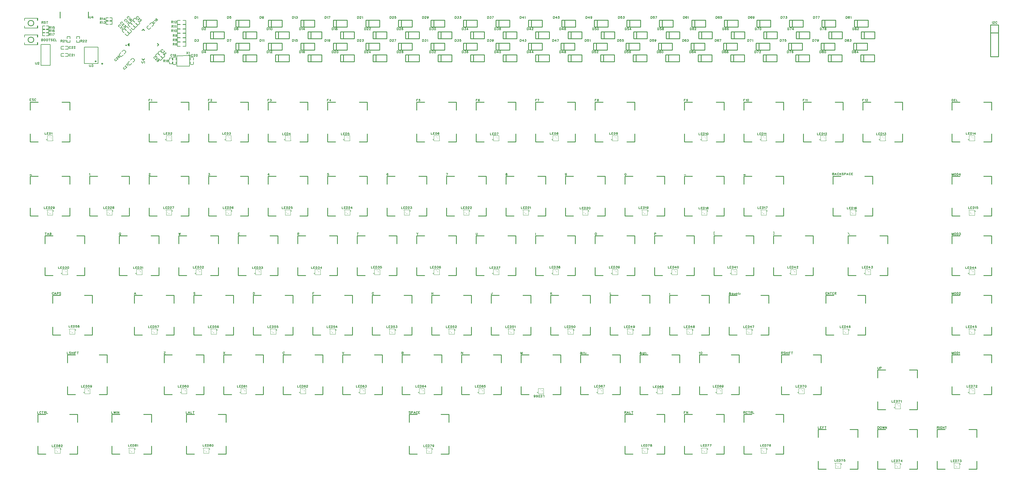
<source format=gto>
G04 Layer: TopSilkscreenLayer*
G04 EasyEDA Pro v2.2.36.7, 2025-02-27 19:51:26*
G04 Gerber Generator version 0.3*
G04 Scale: 100 percent, Rotated: No, Reflected: No*
G04 Dimensions in millimeters*
G04 Leading zeros omitted, absolute positions, 4 integers and 5 decimals*
G04 Panelize: V-CUT, Column: 1, Row: 1, Board Size: 327.343mm x 158.09mm, Panelized Board Size: 327.343mm x 170.091mm, Panelized Method: Only Board Outline*
%FSLAX45Y45*%
%MOMM*%
%ADD10C,0.1524*%
%ADD11C,0.254*%
%ADD12C,0.15199*%
%ADD13C,0.1*%
%ADD14C,0.3*%
G75*


G04 Text Start*
G54D10*
G01X3893820Y13376034D02*
G01X3893820Y13329552D01*
G01X3896868Y13320408D01*
G01X3903218Y13314058D01*
G01X3912362Y13311010D01*
G01X3918712Y13311010D01*
G01X3927856Y13314058D01*
G01X3933952Y13320408D01*
G01X3937254Y13329552D01*
G01X3937254Y13376034D01*
G01X3967480Y13363588D02*
G01X3973576Y13366890D01*
G01X3982720Y13376034D01*
G01X3982720Y13311010D01*
G01X490220Y13337934D02*
G01X490220Y13291452D01*
G01X493268Y13282308D01*
G01X499618Y13275958D01*
G01X508762Y13272910D01*
G01X515112Y13272910D01*
G01X524256Y13275958D01*
G01X530352Y13282308D01*
G01X533654Y13291452D01*
G01X533654Y13337934D01*
G01X566928Y13322440D02*
G01X566928Y13325488D01*
G01X569976Y13331838D01*
G01X573024Y13334886D01*
G01X579120Y13337934D01*
G01X591566Y13337934D01*
G01X597916Y13334886D01*
G01X600964Y13331838D01*
G01X604012Y13325488D01*
G01X604012Y13319392D01*
G01X600964Y13313296D01*
G01X594614Y13303898D01*
G01X563880Y13272910D01*
G01X607060Y13272910D01*
G01X2217420Y13261734D02*
G01X2217420Y13215252D01*
G01X2220468Y13206108D01*
G01X2226818Y13199758D01*
G01X2235962Y13196710D01*
G01X2242312Y13196710D01*
G01X2251456Y13199758D01*
G01X2257552Y13206108D01*
G01X2260854Y13215252D01*
G01X2260854Y13261734D01*
G01X2297176Y13261734D02*
G01X2331212Y13261734D01*
G01X2312670Y13237096D01*
G01X2321814Y13237096D01*
G01X2328164Y13234048D01*
G01X2331212Y13230746D01*
G01X2334260Y13221602D01*
G01X2334260Y13215252D01*
G01X2331212Y13206108D01*
G01X2325116Y13199758D01*
G01X2315718Y13196710D01*
G01X2306320Y13196710D01*
G01X2297176Y13199758D01*
G01X2294128Y13203060D01*
G01X2291080Y13209156D01*
G01X680720Y14087234D02*
G01X680720Y14022210D01*
G01X680720Y14087234D02*
G01X708660Y14087234D01*
G01X717804Y14084186D01*
G01X720852Y14081138D01*
G01X724154Y14074788D01*
G01X724154Y14068692D01*
G01X720852Y14062596D01*
G01X717804Y14059548D01*
G01X708660Y14056246D01*
G01X680720Y14056246D02*
G01X708660Y14056246D01*
G01X717804Y14053198D01*
G01X720852Y14050150D01*
G01X724154Y14044054D01*
G01X724154Y14034656D01*
G01X720852Y14028560D01*
G01X717804Y14025258D01*
G01X708660Y14022210D01*
G01X680720Y14022210D01*
G01X772922Y14087234D02*
G01X766572Y14084186D01*
G01X760476Y14078090D01*
G01X757428Y14071740D01*
G01X754380Y14062596D01*
G01X754380Y14047102D01*
G01X757428Y14037704D01*
G01X760476Y14031608D01*
G01X766572Y14025258D01*
G01X772922Y14022210D01*
G01X785114Y14022210D01*
G01X791464Y14025258D01*
G01X797560Y14031608D01*
G01X800608Y14037704D01*
G01X803910Y14047102D01*
G01X803910Y14062596D01*
G01X800608Y14071740D01*
G01X797560Y14078090D01*
G01X791464Y14084186D01*
G01X785114Y14087234D01*
G01X772922Y14087234D01*
G01X852678Y14087234D02*
G01X846328Y14084186D01*
G01X840232Y14078090D01*
G01X837184Y14071740D01*
G01X834136Y14062596D01*
G01X834136Y14047102D01*
G01X837184Y14037704D01*
G01X840232Y14031608D01*
G01X846328Y14025258D01*
G01X852678Y14022210D01*
G01X864870Y14022210D01*
G01X871220Y14025258D01*
G01X877316Y14031608D01*
G01X880364Y14037704D01*
G01X883666Y14047102D01*
G01X883666Y14062596D01*
G01X880364Y14071740D01*
G01X877316Y14078090D01*
G01X871220Y14084186D01*
G01X864870Y14087234D01*
G01X852678Y14087234D01*
G01X935482Y14087234D02*
G01X935482Y14022210D01*
G01X913892Y14087234D02*
G01X957072Y14087234D01*
G01X1030478Y14078090D02*
G01X1024382Y14084186D01*
G01X1014984Y14087234D01*
G01X1002538Y14087234D01*
G01X993394Y14084186D01*
G01X987298Y14078090D01*
G01X987298Y14071740D01*
G01X990346Y14065644D01*
G01X993394Y14062596D01*
G01X999490Y14059548D01*
G01X1018032Y14053198D01*
G01X1024382Y14050150D01*
G01X1027430Y14047102D01*
G01X1030478Y14040752D01*
G01X1030478Y14031608D01*
G01X1024382Y14025258D01*
G01X1014984Y14022210D01*
G01X1002538Y14022210D01*
G01X993394Y14025258D01*
G01X987298Y14031608D01*
G01X1060704Y14087234D02*
G01X1060704Y14022210D01*
G01X1060704Y14087234D02*
G01X1100836Y14087234D01*
G01X1060704Y14056246D02*
G01X1085342Y14056246D01*
G01X1060704Y14022210D02*
G01X1100836Y14022210D01*
G01X1131062Y14087234D02*
G01X1131062Y14022210D01*
G01X1131062Y14022210D02*
G01X1168146Y14022210D01*
G01X693420Y14646034D02*
G01X693420Y14581010D01*
G01X693420Y14646034D02*
G01X721360Y14646034D01*
G01X730504Y14642986D01*
G01X733552Y14639938D01*
G01X736854Y14633588D01*
G01X736854Y14627492D01*
G01X733552Y14621396D01*
G01X730504Y14618348D01*
G01X721360Y14615046D01*
G01X693420Y14615046D01*
G01X715010Y14615046D02*
G01X736854Y14581010D01*
G01X810260Y14636890D02*
G01X804164Y14642986D01*
G01X794766Y14646034D01*
G01X782320Y14646034D01*
G01X773176Y14642986D01*
G01X767080Y14636890D01*
G01X767080Y14630540D01*
G01X770128Y14624444D01*
G01X773176Y14621396D01*
G01X779272Y14618348D01*
G01X797814Y14611998D01*
G01X804164Y14608950D01*
G01X807212Y14605902D01*
G01X810260Y14599552D01*
G01X810260Y14590408D01*
G01X804164Y14584058D01*
G01X794766Y14581010D01*
G01X782320Y14581010D01*
G01X773176Y14584058D01*
G01X767080Y14590408D01*
G01X862076Y14646034D02*
G01X862076Y14581010D01*
G01X840486Y14646034D02*
G01X883666Y14646034D01*
G01X5595831Y14806834D02*
G01X5595831Y14741810D01*
G01X5595831Y14806834D02*
G01X5617421Y14806834D01*
G01X5626819Y14803786D01*
G01X5632915Y14797690D01*
G01X5635963Y14791340D01*
G01X5639265Y14782196D01*
G01X5639265Y14766702D01*
G01X5635963Y14757304D01*
G01X5632915Y14751208D01*
G01X5626819Y14744858D01*
G01X5617421Y14741810D01*
G01X5595831Y14741810D01*
G01X5669491Y14794388D02*
G01X5675587Y14797690D01*
G01X5684731Y14806834D01*
G01X5684731Y14741810D01*
G01X6637231Y14070234D02*
G01X6637231Y14005210D01*
G01X6637231Y14070234D02*
G01X6658821Y14070234D01*
G01X6668219Y14067186D01*
G01X6674315Y14061090D01*
G01X6677363Y14054740D01*
G01X6680665Y14045596D01*
G01X6680665Y14030102D01*
G01X6677363Y14020704D01*
G01X6674315Y14014608D01*
G01X6668219Y14008258D01*
G01X6658821Y14005210D01*
G01X6637231Y14005210D01*
G01X6754071Y14070234D02*
G01X6723083Y14005210D01*
G01X6710891Y14070234D02*
G01X6754071Y14070234D01*
G01X8720031Y14806834D02*
G01X8720031Y14741810D01*
G01X8720031Y14806834D02*
G01X8741621Y14806834D01*
G01X8751019Y14803786D01*
G01X8757115Y14797690D01*
G01X8760163Y14791340D01*
G01X8763465Y14782196D01*
G01X8763465Y14766702D01*
G01X8760163Y14757304D01*
G01X8757115Y14751208D01*
G01X8751019Y14744858D01*
G01X8741621Y14741810D01*
G01X8720031Y14741810D01*
G01X8793691Y14794388D02*
G01X8799787Y14797690D01*
G01X8808931Y14806834D01*
G01X8808931Y14741810D01*
G01X8845253Y14806834D02*
G01X8879289Y14806834D01*
G01X8860747Y14782196D01*
G01X8869891Y14782196D01*
G01X8876241Y14779148D01*
G01X8879289Y14775846D01*
G01X8882337Y14766702D01*
G01X8882337Y14760352D01*
G01X8879289Y14751208D01*
G01X8873193Y14744858D01*
G01X8863795Y14741810D01*
G01X8854397Y14741810D01*
G01X8845253Y14744858D01*
G01X8842205Y14748160D01*
G01X8839157Y14754256D01*
G01X9761431Y14070234D02*
G01X9761431Y14005210D01*
G01X9761431Y14070234D02*
G01X9783021Y14070234D01*
G01X9792419Y14067186D01*
G01X9798515Y14061090D01*
G01X9801563Y14054740D01*
G01X9804865Y14045596D01*
G01X9804865Y14030102D01*
G01X9801563Y14020704D01*
G01X9798515Y14014608D01*
G01X9792419Y14008258D01*
G01X9783021Y14005210D01*
G01X9761431Y14005210D01*
G01X9835091Y14057788D02*
G01X9841187Y14061090D01*
G01X9850331Y14070234D01*
G01X9850331Y14005210D01*
G01X9920689Y14048644D02*
G01X9917641Y14039246D01*
G01X9911291Y14033150D01*
G01X9902147Y14030102D01*
G01X9899099Y14030102D01*
G01X9889701Y14033150D01*
G01X9883605Y14039246D01*
G01X9880557Y14048644D01*
G01X9880557Y14051692D01*
G01X9883605Y14061090D01*
G01X9889701Y14067186D01*
G01X9899099Y14070234D01*
G01X9902147Y14070234D01*
G01X9911291Y14067186D01*
G01X9917641Y14061090D01*
G01X9920689Y14048644D01*
G01X9920689Y14033150D01*
G01X9917641Y14017656D01*
G01X9911291Y14008258D01*
G01X9902147Y14005210D01*
G01X9895797Y14005210D01*
G01X9886653Y14008258D01*
G01X9883605Y14014608D01*
G01X11844231Y14806834D02*
G01X11844231Y14741810D01*
G01X11844231Y14806834D02*
G01X11865821Y14806834D01*
G01X11875219Y14803786D01*
G01X11881315Y14797690D01*
G01X11884363Y14791340D01*
G01X11887665Y14782196D01*
G01X11887665Y14766702D01*
G01X11884363Y14757304D01*
G01X11881315Y14751208D01*
G01X11875219Y14744858D01*
G01X11865821Y14741810D01*
G01X11844231Y14741810D01*
G01X11920939Y14791340D02*
G01X11920939Y14794388D01*
G01X11923987Y14800738D01*
G01X11927035Y14803786D01*
G01X11933131Y14806834D01*
G01X11945577Y14806834D01*
G01X11951927Y14803786D01*
G01X11954975Y14800738D01*
G01X11958023Y14794388D01*
G01X11958023Y14788292D01*
G01X11954975Y14782196D01*
G01X11948625Y14772798D01*
G01X11917891Y14741810D01*
G01X11961071Y14741810D01*
G01X12028381Y14806834D02*
G01X11997393Y14806834D01*
G01X11994345Y14779148D01*
G01X11997393Y14782196D01*
G01X12006537Y14785244D01*
G01X12015935Y14785244D01*
G01X12025333Y14782196D01*
G01X12031429Y14775846D01*
G01X12034477Y14766702D01*
G01X12034477Y14760352D01*
G01X12031429Y14751208D01*
G01X12025333Y14744858D01*
G01X12015935Y14741810D01*
G01X12006537Y14741810D01*
G01X11997393Y14744858D01*
G01X11994345Y14748160D01*
G01X11991297Y14754256D01*
G01X12885631Y14070234D02*
G01X12885631Y14005210D01*
G01X12885631Y14070234D02*
G01X12907221Y14070234D01*
G01X12916619Y14067186D01*
G01X12922715Y14061090D01*
G01X12925763Y14054740D01*
G01X12929065Y14045596D01*
G01X12929065Y14030102D01*
G01X12925763Y14020704D01*
G01X12922715Y14014608D01*
G01X12916619Y14008258D01*
G01X12907221Y14005210D01*
G01X12885631Y14005210D01*
G01X12965387Y14070234D02*
G01X12999423Y14070234D01*
G01X12980881Y14045596D01*
G01X12990025Y14045596D01*
G01X12996375Y14042548D01*
G01X12999423Y14039246D01*
G01X13002471Y14030102D01*
G01X13002471Y14023752D01*
G01X12999423Y14014608D01*
G01X12993327Y14008258D01*
G01X12983929Y14005210D01*
G01X12974531Y14005210D01*
G01X12965387Y14008258D01*
G01X12962339Y14011560D01*
G01X12959291Y14017656D01*
G01X13032697Y14057788D02*
G01X13038793Y14061090D01*
G01X13047937Y14070234D01*
G01X13047937Y14005210D01*
G01X14968431Y14806834D02*
G01X14968431Y14741810D01*
G01X14968431Y14806834D02*
G01X14990021Y14806834D01*
G01X14999419Y14803786D01*
G01X15005515Y14797690D01*
G01X15008563Y14791340D01*
G01X15011865Y14782196D01*
G01X15011865Y14766702D01*
G01X15008563Y14757304D01*
G01X15005515Y14751208D01*
G01X14999419Y14744858D01*
G01X14990021Y14741810D01*
G01X14968431Y14741810D01*
G01X15048187Y14806834D02*
G01X15082223Y14806834D01*
G01X15063681Y14782196D01*
G01X15072825Y14782196D01*
G01X15079175Y14779148D01*
G01X15082223Y14775846D01*
G01X15085271Y14766702D01*
G01X15085271Y14760352D01*
G01X15082223Y14751208D01*
G01X15076127Y14744858D01*
G01X15066729Y14741810D01*
G01X15057331Y14741810D01*
G01X15048187Y14744858D01*
G01X15045139Y14748160D01*
G01X15042091Y14754256D01*
G01X15158677Y14806834D02*
G01X15127689Y14741810D01*
G01X15115497Y14806834D02*
G01X15158677Y14806834D01*
G01X16009831Y14070234D02*
G01X16009831Y14005210D01*
G01X16009831Y14070234D02*
G01X16031421Y14070234D01*
G01X16040819Y14067186D01*
G01X16046915Y14061090D01*
G01X16049963Y14054740D01*
G01X16053265Y14045596D01*
G01X16053265Y14030102D01*
G01X16049963Y14020704D01*
G01X16046915Y14014608D01*
G01X16040819Y14008258D01*
G01X16031421Y14005210D01*
G01X16009831Y14005210D01*
G01X16114225Y14070234D02*
G01X16083491Y14027054D01*
G01X16129719Y14027054D01*
G01X16114225Y14070234D02*
G01X16114225Y14005210D01*
G01X16166041Y14070234D02*
G01X16200077Y14070234D01*
G01X16181535Y14045596D01*
G01X16190679Y14045596D01*
G01X16197029Y14042548D01*
G01X16200077Y14039246D01*
G01X16203125Y14030102D01*
G01X16203125Y14023752D01*
G01X16200077Y14014608D01*
G01X16193981Y14008258D01*
G01X16184583Y14005210D01*
G01X16175185Y14005210D01*
G01X16166041Y14008258D01*
G01X16162993Y14011560D01*
G01X16159945Y14017656D01*
G01X18118031Y14806834D02*
G01X18118031Y14741810D01*
G01X18118031Y14806834D02*
G01X18139621Y14806834D01*
G01X18149019Y14803786D01*
G01X18155115Y14797690D01*
G01X18158163Y14791340D01*
G01X18161465Y14782196D01*
G01X18161465Y14766702D01*
G01X18158163Y14757304D01*
G01X18155115Y14751208D01*
G01X18149019Y14744858D01*
G01X18139621Y14741810D01*
G01X18118031Y14741810D01*
G01X18222425Y14806834D02*
G01X18191691Y14763654D01*
G01X18237919Y14763654D01*
G01X18222425Y14806834D02*
G01X18222425Y14741810D01*
G01X18308277Y14785244D02*
G01X18305229Y14775846D01*
G01X18298879Y14769750D01*
G01X18289735Y14766702D01*
G01X18286687Y14766702D01*
G01X18277289Y14769750D01*
G01X18271193Y14775846D01*
G01X18268145Y14785244D01*
G01X18268145Y14788292D01*
G01X18271193Y14797690D01*
G01X18277289Y14803786D01*
G01X18286687Y14806834D01*
G01X18289735Y14806834D01*
G01X18298879Y14803786D01*
G01X18305229Y14797690D01*
G01X18308277Y14785244D01*
G01X18308277Y14769750D01*
G01X18305229Y14754256D01*
G01X18298879Y14744858D01*
G01X18289735Y14741810D01*
G01X18283385Y14741810D01*
G01X18274241Y14744858D01*
G01X18271193Y14751208D01*
G01X19134031Y14070234D02*
G01X19134031Y14005210D01*
G01X19134031Y14070234D02*
G01X19155621Y14070234D01*
G01X19165019Y14067186D01*
G01X19171115Y14061090D01*
G01X19174163Y14054740D01*
G01X19177465Y14045596D01*
G01X19177465Y14030102D01*
G01X19174163Y14020704D01*
G01X19171115Y14014608D01*
G01X19165019Y14008258D01*
G01X19155621Y14005210D01*
G01X19134031Y14005210D01*
G01X19244775Y14070234D02*
G01X19213787Y14070234D01*
G01X19210739Y14042548D01*
G01X19213787Y14045596D01*
G01X19222931Y14048644D01*
G01X19232329Y14048644D01*
G01X19241727Y14045596D01*
G01X19247823Y14039246D01*
G01X19250871Y14030102D01*
G01X19250871Y14023752D01*
G01X19247823Y14014608D01*
G01X19241727Y14008258D01*
G01X19232329Y14005210D01*
G01X19222931Y14005210D01*
G01X19213787Y14008258D01*
G01X19210739Y14011560D01*
G01X19207691Y14017656D01*
G01X19318181Y14070234D02*
G01X19287193Y14070234D01*
G01X19284145Y14042548D01*
G01X19287193Y14045596D01*
G01X19296337Y14048644D01*
G01X19305735Y14048644D01*
G01X19315133Y14045596D01*
G01X19321229Y14039246D01*
G01X19324277Y14030102D01*
G01X19324277Y14023752D01*
G01X19321229Y14014608D01*
G01X19315133Y14008258D01*
G01X19305735Y14005210D01*
G01X19296337Y14005210D01*
G01X19287193Y14008258D01*
G01X19284145Y14011560D01*
G01X19281097Y14017656D01*
G01X20404031Y13701934D02*
G01X20404031Y13636910D01*
G01X20404031Y13701934D02*
G01X20425621Y13701934D01*
G01X20435019Y13698886D01*
G01X20441115Y13692790D01*
G01X20444163Y13686440D01*
G01X20447465Y13677296D01*
G01X20447465Y13661802D01*
G01X20444163Y13652404D01*
G01X20441115Y13646308D01*
G01X20435019Y13639958D01*
G01X20425621Y13636910D01*
G01X20404031Y13636910D01*
G01X20514775Y13692790D02*
G01X20511727Y13698886D01*
G01X20502329Y13701934D01*
G01X20496233Y13701934D01*
G01X20486835Y13698886D01*
G01X20480739Y13689488D01*
G01X20477691Y13674248D01*
G01X20477691Y13658754D01*
G01X20480739Y13646308D01*
G01X20486835Y13639958D01*
G01X20496233Y13636910D01*
G01X20499281Y13636910D01*
G01X20508425Y13639958D01*
G01X20514775Y13646308D01*
G01X20517823Y13655452D01*
G01X20517823Y13658754D01*
G01X20514775Y13667898D01*
G01X20508425Y13674248D01*
G01X20499281Y13677296D01*
G01X20496233Y13677296D01*
G01X20486835Y13674248D01*
G01X20480739Y13667898D01*
G01X20477691Y13658754D01*
G01X20566591Y13701934D02*
G01X20557193Y13698886D01*
G01X20551097Y13689488D01*
G01X20548049Y13674248D01*
G01X20548049Y13664850D01*
G01X20551097Y13649356D01*
G01X20557193Y13639958D01*
G01X20566591Y13636910D01*
G01X20572687Y13636910D01*
G01X20582085Y13639958D01*
G01X20588181Y13649356D01*
G01X20591229Y13664850D01*
G01X20591229Y13674248D01*
G01X20588181Y13689488D01*
G01X20582085Y13698886D01*
G01X20572687Y13701934D01*
G01X20566591Y13701934D01*
G01X22499531Y14438534D02*
G01X22499531Y14373510D01*
G01X22499531Y14438534D02*
G01X22521121Y14438534D01*
G01X22530519Y14435486D01*
G01X22536615Y14429390D01*
G01X22539663Y14423040D01*
G01X22542965Y14413896D01*
G01X22542965Y14398402D01*
G01X22539663Y14389004D01*
G01X22536615Y14382908D01*
G01X22530519Y14376558D01*
G01X22521121Y14373510D01*
G01X22499531Y14373510D01*
G01X22610275Y14429390D02*
G01X22607227Y14435486D01*
G01X22597829Y14438534D01*
G01X22591733Y14438534D01*
G01X22582335Y14435486D01*
G01X22576239Y14426088D01*
G01X22573191Y14410848D01*
G01X22573191Y14395354D01*
G01X22576239Y14382908D01*
G01X22582335Y14376558D01*
G01X22591733Y14373510D01*
G01X22594781Y14373510D01*
G01X22603925Y14376558D01*
G01X22610275Y14382908D01*
G01X22613323Y14392052D01*
G01X22613323Y14395354D01*
G01X22610275Y14404498D01*
G01X22603925Y14410848D01*
G01X22594781Y14413896D01*
G01X22591733Y14413896D01*
G01X22582335Y14410848D01*
G01X22576239Y14404498D01*
G01X22573191Y14395354D01*
G01X22680633Y14429390D02*
G01X22677585Y14435486D01*
G01X22668187Y14438534D01*
G01X22662091Y14438534D01*
G01X22652693Y14435486D01*
G01X22646597Y14426088D01*
G01X22643549Y14410848D01*
G01X22643549Y14395354D01*
G01X22646597Y14382908D01*
G01X22652693Y14376558D01*
G01X22662091Y14373510D01*
G01X22665139Y14373510D01*
G01X22674283Y14376558D01*
G01X22680633Y14382908D01*
G01X22683681Y14392052D01*
G01X22683681Y14395354D01*
G01X22680633Y14404498D01*
G01X22674283Y14410848D01*
G01X22665139Y14413896D01*
G01X22662091Y14413896D01*
G01X22652693Y14410848D01*
G01X22646597Y14404498D01*
G01X22643549Y14395354D01*
G01X23528231Y13701934D02*
G01X23528231Y13636910D01*
G01X23528231Y13701934D02*
G01X23549821Y13701934D01*
G01X23559219Y13698886D01*
G01X23565315Y13692790D01*
G01X23568363Y13686440D01*
G01X23571665Y13677296D01*
G01X23571665Y13661802D01*
G01X23568363Y13652404D01*
G01X23565315Y13646308D01*
G01X23559219Y13639958D01*
G01X23549821Y13636910D01*
G01X23528231Y13636910D01*
G01X23645071Y13701934D02*
G01X23614083Y13636910D01*
G01X23601891Y13701934D02*
G01X23645071Y13701934D01*
G01X23678345Y13686440D02*
G01X23678345Y13689488D01*
G01X23681393Y13695838D01*
G01X23684441Y13698886D01*
G01X23690537Y13701934D01*
G01X23702983Y13701934D01*
G01X23709333Y13698886D01*
G01X23712381Y13695838D01*
G01X23715429Y13689488D01*
G01X23715429Y13683392D01*
G01X23712381Y13677296D01*
G01X23706031Y13667898D01*
G01X23675297Y13636910D01*
G01X23718477Y13636910D01*
G01X5824431Y14438534D02*
G01X5824431Y14373510D01*
G01X5824431Y14438534D02*
G01X5846021Y14438534D01*
G01X5855419Y14435486D01*
G01X5861515Y14429390D01*
G01X5864563Y14423040D01*
G01X5867865Y14413896D01*
G01X5867865Y14398402D01*
G01X5864563Y14389004D01*
G01X5861515Y14382908D01*
G01X5855419Y14376558D01*
G01X5846021Y14373510D01*
G01X5824431Y14373510D01*
G01X5901139Y14423040D02*
G01X5901139Y14426088D01*
G01X5904187Y14432438D01*
G01X5907235Y14435486D01*
G01X5913331Y14438534D01*
G01X5925777Y14438534D01*
G01X5932127Y14435486D01*
G01X5935175Y14432438D01*
G01X5938223Y14426088D01*
G01X5938223Y14419992D01*
G01X5935175Y14413896D01*
G01X5928825Y14404498D01*
G01X5898091Y14373510D01*
G01X5941271Y14373510D01*
G01X6865831Y13701934D02*
G01X6865831Y13636910D01*
G01X6865831Y13701934D02*
G01X6887421Y13701934D01*
G01X6896819Y13698886D01*
G01X6902915Y13692790D01*
G01X6905963Y13686440D01*
G01X6909265Y13677296D01*
G01X6909265Y13661802D01*
G01X6905963Y13652404D01*
G01X6902915Y13646308D01*
G01X6896819Y13639958D01*
G01X6887421Y13636910D01*
G01X6865831Y13636910D01*
G01X6954731Y13701934D02*
G01X6945587Y13698886D01*
G01X6942539Y13692790D01*
G01X6942539Y13686440D01*
G01X6945587Y13680344D01*
G01X6951683Y13677296D01*
G01X6964129Y13674248D01*
G01X6973527Y13670946D01*
G01X6979623Y13664850D01*
G01X6982671Y13658754D01*
G01X6982671Y13649356D01*
G01X6979623Y13643260D01*
G01X6976575Y13639958D01*
G01X6967177Y13636910D01*
G01X6954731Y13636910D01*
G01X6945587Y13639958D01*
G01X6942539Y13643260D01*
G01X6939491Y13649356D01*
G01X6939491Y13658754D01*
G01X6942539Y13664850D01*
G01X6948635Y13670946D01*
G01X6958033Y13674248D01*
G01X6970225Y13677296D01*
G01X6976575Y13680344D01*
G01X6979623Y13686440D01*
G01X6979623Y13692790D01*
G01X6976575Y13698886D01*
G01X6967177Y13701934D01*
G01X6954731Y13701934D01*
G01X8948631Y14438534D02*
G01X8948631Y14373510D01*
G01X8948631Y14438534D02*
G01X8970221Y14438534D01*
G01X8979619Y14435486D01*
G01X8985715Y14429390D01*
G01X8988763Y14423040D01*
G01X8992065Y14413896D01*
G01X8992065Y14398402D01*
G01X8988763Y14389004D01*
G01X8985715Y14382908D01*
G01X8979619Y14376558D01*
G01X8970221Y14373510D01*
G01X8948631Y14373510D01*
G01X9022291Y14426088D02*
G01X9028387Y14429390D01*
G01X9037531Y14438534D01*
G01X9037531Y14373510D01*
G01X9098491Y14438534D02*
G01X9067757Y14395354D01*
G01X9113985Y14395354D01*
G01X9098491Y14438534D02*
G01X9098491Y14373510D01*
G01X9990031Y13701934D02*
G01X9990031Y13636910D01*
G01X9990031Y13701934D02*
G01X10011621Y13701934D01*
G01X10021019Y13698886D01*
G01X10027115Y13692790D01*
G01X10030163Y13686440D01*
G01X10033465Y13677296D01*
G01X10033465Y13661802D01*
G01X10030163Y13652404D01*
G01X10027115Y13646308D01*
G01X10021019Y13639958D01*
G01X10011621Y13636910D01*
G01X9990031Y13636910D01*
G01X10066739Y13686440D02*
G01X10066739Y13689488D01*
G01X10069787Y13695838D01*
G01X10072835Y13698886D01*
G01X10078931Y13701934D01*
G01X10091377Y13701934D01*
G01X10097727Y13698886D01*
G01X10100775Y13695838D01*
G01X10103823Y13689488D01*
G01X10103823Y13683392D01*
G01X10100775Y13677296D01*
G01X10094425Y13667898D01*
G01X10063691Y13636910D01*
G01X10106871Y13636910D01*
G01X10155639Y13701934D02*
G01X10146241Y13698886D01*
G01X10140145Y13689488D01*
G01X10137097Y13674248D01*
G01X10137097Y13664850D01*
G01X10140145Y13649356D01*
G01X10146241Y13639958D01*
G01X10155639Y13636910D01*
G01X10161735Y13636910D01*
G01X10171133Y13639958D01*
G01X10177229Y13649356D01*
G01X10180277Y13664850D01*
G01X10180277Y13674248D01*
G01X10177229Y13689488D01*
G01X10171133Y13698886D01*
G01X10161735Y13701934D01*
G01X10155639Y13701934D01*
G01X12072831Y14438534D02*
G01X12072831Y14373510D01*
G01X12072831Y14438534D02*
G01X12094421Y14438534D01*
G01X12103819Y14435486D01*
G01X12109915Y14429390D01*
G01X12112963Y14423040D01*
G01X12116265Y14413896D01*
G01X12116265Y14398402D01*
G01X12112963Y14389004D01*
G01X12109915Y14382908D01*
G01X12103819Y14376558D01*
G01X12094421Y14373510D01*
G01X12072831Y14373510D01*
G01X12149539Y14423040D02*
G01X12149539Y14426088D01*
G01X12152587Y14432438D01*
G01X12155635Y14435486D01*
G01X12161731Y14438534D01*
G01X12174177Y14438534D01*
G01X12180527Y14435486D01*
G01X12183575Y14432438D01*
G01X12186623Y14426088D01*
G01X12186623Y14419992D01*
G01X12183575Y14413896D01*
G01X12177225Y14404498D01*
G01X12146491Y14373510D01*
G01X12189671Y14373510D01*
G01X12256981Y14429390D02*
G01X12253933Y14435486D01*
G01X12244535Y14438534D01*
G01X12238439Y14438534D01*
G01X12229041Y14435486D01*
G01X12222945Y14426088D01*
G01X12219897Y14410848D01*
G01X12219897Y14395354D01*
G01X12222945Y14382908D01*
G01X12229041Y14376558D01*
G01X12238439Y14373510D01*
G01X12241487Y14373510D01*
G01X12250631Y14376558D01*
G01X12256981Y14382908D01*
G01X12260029Y14392052D01*
G01X12260029Y14395354D01*
G01X12256981Y14404498D01*
G01X12250631Y14410848D01*
G01X12241487Y14413896D01*
G01X12238439Y14413896D01*
G01X12229041Y14410848D01*
G01X12222945Y14404498D01*
G01X12219897Y14395354D01*
G01X13114231Y13701934D02*
G01X13114231Y13636910D01*
G01X13114231Y13701934D02*
G01X13135821Y13701934D01*
G01X13145219Y13698886D01*
G01X13151315Y13692790D01*
G01X13154363Y13686440D01*
G01X13157665Y13677296D01*
G01X13157665Y13661802D01*
G01X13154363Y13652404D01*
G01X13151315Y13646308D01*
G01X13145219Y13639958D01*
G01X13135821Y13636910D01*
G01X13114231Y13636910D01*
G01X13193987Y13701934D02*
G01X13228023Y13701934D01*
G01X13209481Y13677296D01*
G01X13218625Y13677296D01*
G01X13224975Y13674248D01*
G01X13228023Y13670946D01*
G01X13231071Y13661802D01*
G01X13231071Y13655452D01*
G01X13228023Y13646308D01*
G01X13221927Y13639958D01*
G01X13212529Y13636910D01*
G01X13203131Y13636910D01*
G01X13193987Y13639958D01*
G01X13190939Y13643260D01*
G01X13187891Y13649356D01*
G01X13264345Y13686440D02*
G01X13264345Y13689488D01*
G01X13267393Y13695838D01*
G01X13270441Y13698886D01*
G01X13276537Y13701934D01*
G01X13288983Y13701934D01*
G01X13295333Y13698886D01*
G01X13298381Y13695838D01*
G01X13301429Y13689488D01*
G01X13301429Y13683392D01*
G01X13298381Y13677296D01*
G01X13292031Y13667898D01*
G01X13261297Y13636910D01*
G01X13304477Y13636910D01*
G01X15197031Y14438534D02*
G01X15197031Y14373510D01*
G01X15197031Y14438534D02*
G01X15218621Y14438534D01*
G01X15228019Y14435486D01*
G01X15234115Y14429390D01*
G01X15237163Y14423040D01*
G01X15240465Y14413896D01*
G01X15240465Y14398402D01*
G01X15237163Y14389004D01*
G01X15234115Y14382908D01*
G01X15228019Y14376558D01*
G01X15218621Y14373510D01*
G01X15197031Y14373510D01*
G01X15276787Y14438534D02*
G01X15310823Y14438534D01*
G01X15292281Y14413896D01*
G01X15301425Y14413896D01*
G01X15307775Y14410848D01*
G01X15310823Y14407546D01*
G01X15313871Y14398402D01*
G01X15313871Y14392052D01*
G01X15310823Y14382908D01*
G01X15304727Y14376558D01*
G01X15295329Y14373510D01*
G01X15285931Y14373510D01*
G01X15276787Y14376558D01*
G01X15273739Y14379860D01*
G01X15270691Y14385956D01*
G01X15359337Y14438534D02*
G01X15350193Y14435486D01*
G01X15347145Y14429390D01*
G01X15347145Y14423040D01*
G01X15350193Y14416944D01*
G01X15356289Y14413896D01*
G01X15368735Y14410848D01*
G01X15378133Y14407546D01*
G01X15384229Y14401450D01*
G01X15387277Y14395354D01*
G01X15387277Y14385956D01*
G01X15384229Y14379860D01*
G01X15381181Y14376558D01*
G01X15371783Y14373510D01*
G01X15359337Y14373510D01*
G01X15350193Y14376558D01*
G01X15347145Y14379860D01*
G01X15344097Y14385956D01*
G01X15344097Y14395354D01*
G01X15347145Y14401450D01*
G01X15353241Y14407546D01*
G01X15362639Y14410848D01*
G01X15374831Y14413896D01*
G01X15381181Y14416944D01*
G01X15384229Y14423040D01*
G01X15384229Y14429390D01*
G01X15381181Y14435486D01*
G01X15371783Y14438534D01*
G01X15359337Y14438534D01*
G01X16238431Y13701934D02*
G01X16238431Y13636910D01*
G01X16238431Y13701934D02*
G01X16260021Y13701934D01*
G01X16269419Y13698886D01*
G01X16275515Y13692790D01*
G01X16278563Y13686440D01*
G01X16281865Y13677296D01*
G01X16281865Y13661802D01*
G01X16278563Y13652404D01*
G01X16275515Y13646308D01*
G01X16269419Y13639958D01*
G01X16260021Y13636910D01*
G01X16238431Y13636910D01*
G01X16342825Y13701934D02*
G01X16312091Y13658754D01*
G01X16358319Y13658754D01*
G01X16342825Y13701934D02*
G01X16342825Y13636910D01*
G01X16419279Y13701934D02*
G01X16388545Y13658754D01*
G01X16434773Y13658754D01*
G01X16419279Y13701934D02*
G01X16419279Y13636910D01*
G01X18333931Y14438534D02*
G01X18333931Y14373510D01*
G01X18333931Y14438534D02*
G01X18355521Y14438534D01*
G01X18364919Y14435486D01*
G01X18371015Y14429390D01*
G01X18374063Y14423040D01*
G01X18377365Y14413896D01*
G01X18377365Y14398402D01*
G01X18374063Y14389004D01*
G01X18371015Y14382908D01*
G01X18364919Y14376558D01*
G01X18355521Y14373510D01*
G01X18333931Y14373510D01*
G01X18444675Y14438534D02*
G01X18413687Y14438534D01*
G01X18410639Y14410848D01*
G01X18413687Y14413896D01*
G01X18422831Y14416944D01*
G01X18432229Y14416944D01*
G01X18441627Y14413896D01*
G01X18447723Y14407546D01*
G01X18450771Y14398402D01*
G01X18450771Y14392052D01*
G01X18447723Y14382908D01*
G01X18441627Y14376558D01*
G01X18432229Y14373510D01*
G01X18422831Y14373510D01*
G01X18413687Y14376558D01*
G01X18410639Y14379860D01*
G01X18407591Y14385956D01*
G01X18499539Y14438534D02*
G01X18490141Y14435486D01*
G01X18484045Y14426088D01*
G01X18480997Y14410848D01*
G01X18480997Y14401450D01*
G01X18484045Y14385956D01*
G01X18490141Y14376558D01*
G01X18499539Y14373510D01*
G01X18505635Y14373510D01*
G01X18515033Y14376558D01*
G01X18521129Y14385956D01*
G01X18524177Y14401450D01*
G01X18524177Y14410848D01*
G01X18521129Y14426088D01*
G01X18515033Y14435486D01*
G01X18505635Y14438534D01*
G01X18499539Y14438534D01*
G01X19362631Y13701934D02*
G01X19362631Y13636910D01*
G01X19362631Y13701934D02*
G01X19384221Y13701934D01*
G01X19393619Y13698886D01*
G01X19399715Y13692790D01*
G01X19402763Y13686440D01*
G01X19406065Y13677296D01*
G01X19406065Y13661802D01*
G01X19402763Y13652404D01*
G01X19399715Y13646308D01*
G01X19393619Y13639958D01*
G01X19384221Y13636910D01*
G01X19362631Y13636910D01*
G01X19473375Y13701934D02*
G01X19442387Y13701934D01*
G01X19439339Y13674248D01*
G01X19442387Y13677296D01*
G01X19451531Y13680344D01*
G01X19460929Y13680344D01*
G01X19470327Y13677296D01*
G01X19476423Y13670946D01*
G01X19479471Y13661802D01*
G01X19479471Y13655452D01*
G01X19476423Y13646308D01*
G01X19470327Y13639958D01*
G01X19460929Y13636910D01*
G01X19451531Y13636910D01*
G01X19442387Y13639958D01*
G01X19439339Y13643260D01*
G01X19436291Y13649356D01*
G01X19546781Y13692790D02*
G01X19543733Y13698886D01*
G01X19534335Y13701934D01*
G01X19528239Y13701934D01*
G01X19518841Y13698886D01*
G01X19512745Y13689488D01*
G01X19509697Y13674248D01*
G01X19509697Y13658754D01*
G01X19512745Y13646308D01*
G01X19518841Y13639958D01*
G01X19528239Y13636910D01*
G01X19531287Y13636910D01*
G01X19540431Y13639958D01*
G01X19546781Y13646308D01*
G01X19549829Y13655452D01*
G01X19549829Y13658754D01*
G01X19546781Y13667898D01*
G01X19540431Y13674248D01*
G01X19531287Y13677296D01*
G01X19528239Y13677296D01*
G01X19518841Y13674248D01*
G01X19512745Y13667898D01*
G01X19509697Y13658754D01*
G01X21242231Y14806834D02*
G01X21242231Y14741810D01*
G01X21242231Y14806834D02*
G01X21263821Y14806834D01*
G01X21273219Y14803786D01*
G01X21279315Y14797690D01*
G01X21282363Y14791340D01*
G01X21285665Y14782196D01*
G01X21285665Y14766702D01*
G01X21282363Y14757304D01*
G01X21279315Y14751208D01*
G01X21273219Y14744858D01*
G01X21263821Y14741810D01*
G01X21242231Y14741810D01*
G01X21352975Y14797690D02*
G01X21349927Y14803786D01*
G01X21340529Y14806834D01*
G01X21334433Y14806834D01*
G01X21325035Y14803786D01*
G01X21318939Y14794388D01*
G01X21315891Y14779148D01*
G01X21315891Y14763654D01*
G01X21318939Y14751208D01*
G01X21325035Y14744858D01*
G01X21334433Y14741810D01*
G01X21337481Y14741810D01*
G01X21346625Y14744858D01*
G01X21352975Y14751208D01*
G01X21356023Y14760352D01*
G01X21356023Y14763654D01*
G01X21352975Y14772798D01*
G01X21346625Y14779148D01*
G01X21337481Y14782196D01*
G01X21334433Y14782196D01*
G01X21325035Y14779148D01*
G01X21318939Y14772798D01*
G01X21315891Y14763654D01*
G01X21386249Y14794388D02*
G01X21392345Y14797690D01*
G01X21401489Y14806834D01*
G01X21401489Y14741810D01*
G01X22258231Y14070234D02*
G01X22258231Y14005210D01*
G01X22258231Y14070234D02*
G01X22279821Y14070234D01*
G01X22289219Y14067186D01*
G01X22295315Y14061090D01*
G01X22298363Y14054740D01*
G01X22301665Y14045596D01*
G01X22301665Y14030102D01*
G01X22298363Y14020704D01*
G01X22295315Y14014608D01*
G01X22289219Y14008258D01*
G01X22279821Y14005210D01*
G01X22258231Y14005210D01*
G01X22368975Y14061090D02*
G01X22365927Y14067186D01*
G01X22356529Y14070234D01*
G01X22350433Y14070234D01*
G01X22341035Y14067186D01*
G01X22334939Y14057788D01*
G01X22331891Y14042548D01*
G01X22331891Y14027054D01*
G01X22334939Y14014608D01*
G01X22341035Y14008258D01*
G01X22350433Y14005210D01*
G01X22353481Y14005210D01*
G01X22362625Y14008258D01*
G01X22368975Y14014608D01*
G01X22372023Y14023752D01*
G01X22372023Y14027054D01*
G01X22368975Y14036198D01*
G01X22362625Y14042548D01*
G01X22353481Y14045596D01*
G01X22350433Y14045596D01*
G01X22341035Y14042548D01*
G01X22334939Y14036198D01*
G01X22331891Y14027054D01*
G01X22445429Y14070234D02*
G01X22414441Y14005210D01*
G01X22402249Y14070234D02*
G01X22445429Y14070234D01*
G01X24366431Y14806834D02*
G01X24366431Y14741810D01*
G01X24366431Y14806834D02*
G01X24388021Y14806834D01*
G01X24397419Y14803786D01*
G01X24403515Y14797690D01*
G01X24406563Y14791340D01*
G01X24409865Y14782196D01*
G01X24409865Y14766702D01*
G01X24406563Y14757304D01*
G01X24403515Y14751208D01*
G01X24397419Y14744858D01*
G01X24388021Y14741810D01*
G01X24366431Y14741810D01*
G01X24483271Y14806834D02*
G01X24452283Y14741810D01*
G01X24440091Y14806834D02*
G01X24483271Y14806834D01*
G01X24519593Y14806834D02*
G01X24553629Y14806834D01*
G01X24535087Y14782196D01*
G01X24544231Y14782196D01*
G01X24550581Y14779148D01*
G01X24553629Y14775846D01*
G01X24556677Y14766702D01*
G01X24556677Y14760352D01*
G01X24553629Y14751208D01*
G01X24547533Y14744858D01*
G01X24538135Y14741810D01*
G01X24528737Y14741810D01*
G01X24519593Y14744858D01*
G01X24516545Y14748160D01*
G01X24513497Y14754256D01*
G01X25623731Y14438534D02*
G01X25623731Y14373510D01*
G01X25623731Y14438534D02*
G01X25645321Y14438534D01*
G01X25654719Y14435486D01*
G01X25660815Y14429390D01*
G01X25663863Y14423040D01*
G01X25667165Y14413896D01*
G01X25667165Y14398402D01*
G01X25663863Y14389004D01*
G01X25660815Y14382908D01*
G01X25654719Y14376558D01*
G01X25645321Y14373510D01*
G01X25623731Y14373510D01*
G01X25740571Y14438534D02*
G01X25709583Y14373510D01*
G01X25697391Y14438534D02*
G01X25740571Y14438534D01*
G01X25786037Y14438534D02*
G01X25776893Y14435486D01*
G01X25773845Y14429390D01*
G01X25773845Y14423040D01*
G01X25776893Y14416944D01*
G01X25782989Y14413896D01*
G01X25795435Y14410848D01*
G01X25804833Y14407546D01*
G01X25810929Y14401450D01*
G01X25813977Y14395354D01*
G01X25813977Y14385956D01*
G01X25810929Y14379860D01*
G01X25807881Y14376558D01*
G01X25798483Y14373510D01*
G01X25786037Y14373510D01*
G01X25776893Y14376558D01*
G01X25773845Y14379860D01*
G01X25770797Y14385956D01*
G01X25770797Y14395354D01*
G01X25773845Y14401450D01*
G01X25779941Y14407546D01*
G01X25789339Y14410848D01*
G01X25801531Y14413896D01*
G01X25807881Y14416944D01*
G01X25810929Y14423040D01*
G01X25810929Y14429390D01*
G01X25807881Y14435486D01*
G01X25798483Y14438534D01*
G01X25786037Y14438534D01*
G01X5595831Y14070234D02*
G01X5595831Y14005210D01*
G01X5595831Y14070234D02*
G01X5617421Y14070234D01*
G01X5626819Y14067186D01*
G01X5632915Y14061090D01*
G01X5635963Y14054740D01*
G01X5639265Y14045596D01*
G01X5639265Y14030102D01*
G01X5635963Y14020704D01*
G01X5632915Y14014608D01*
G01X5626819Y14008258D01*
G01X5617421Y14005210D01*
G01X5595831Y14005210D01*
G01X5675587Y14070234D02*
G01X5709623Y14070234D01*
G01X5691081Y14045596D01*
G01X5700225Y14045596D01*
G01X5706575Y14042548D01*
G01X5709623Y14039246D01*
G01X5712671Y14030102D01*
G01X5712671Y14023752D01*
G01X5709623Y14014608D01*
G01X5703527Y14008258D01*
G01X5694129Y14005210D01*
G01X5684731Y14005210D01*
G01X5675587Y14008258D01*
G01X5672539Y14011560D01*
G01X5669491Y14017656D01*
G01X7678631Y14806834D02*
G01X7678631Y14741810D01*
G01X7678631Y14806834D02*
G01X7700221Y14806834D01*
G01X7709619Y14803786D01*
G01X7715715Y14797690D01*
G01X7718763Y14791340D01*
G01X7722065Y14782196D01*
G01X7722065Y14766702D01*
G01X7718763Y14757304D01*
G01X7715715Y14751208D01*
G01X7709619Y14744858D01*
G01X7700221Y14741810D01*
G01X7678631Y14741810D01*
G01X7792423Y14785244D02*
G01X7789375Y14775846D01*
G01X7783025Y14769750D01*
G01X7773881Y14766702D01*
G01X7770833Y14766702D01*
G01X7761435Y14769750D01*
G01X7755339Y14775846D01*
G01X7752291Y14785244D01*
G01X7752291Y14788292D01*
G01X7755339Y14797690D01*
G01X7761435Y14803786D01*
G01X7770833Y14806834D01*
G01X7773881Y14806834D01*
G01X7783025Y14803786D01*
G01X7789375Y14797690D01*
G01X7792423Y14785244D01*
G01X7792423Y14769750D01*
G01X7789375Y14754256D01*
G01X7783025Y14744858D01*
G01X7773881Y14741810D01*
G01X7767531Y14741810D01*
G01X7758387Y14744858D01*
G01X7755339Y14751208D01*
G01X8720031Y14070234D02*
G01X8720031Y14005210D01*
G01X8720031Y14070234D02*
G01X8741621Y14070234D01*
G01X8751019Y14067186D01*
G01X8757115Y14061090D01*
G01X8760163Y14054740D01*
G01X8763465Y14045596D01*
G01X8763465Y14030102D01*
G01X8760163Y14020704D01*
G01X8757115Y14014608D01*
G01X8751019Y14008258D01*
G01X8741621Y14005210D01*
G01X8720031Y14005210D01*
G01X8793691Y14057788D02*
G01X8799787Y14061090D01*
G01X8808931Y14070234D01*
G01X8808931Y14005210D01*
G01X8876241Y14070234D02*
G01X8845253Y14070234D01*
G01X8842205Y14042548D01*
G01X8845253Y14045596D01*
G01X8854397Y14048644D01*
G01X8863795Y14048644D01*
G01X8873193Y14045596D01*
G01X8879289Y14039246D01*
G01X8882337Y14030102D01*
G01X8882337Y14023752D01*
G01X8879289Y14014608D01*
G01X8873193Y14008258D01*
G01X8863795Y14005210D01*
G01X8854397Y14005210D01*
G01X8845253Y14008258D01*
G01X8842205Y14011560D01*
G01X8839157Y14017656D01*
G01X10802831Y14806834D02*
G01X10802831Y14741810D01*
G01X10802831Y14806834D02*
G01X10824421Y14806834D01*
G01X10833819Y14803786D01*
G01X10839915Y14797690D01*
G01X10842963Y14791340D01*
G01X10846265Y14782196D01*
G01X10846265Y14766702D01*
G01X10842963Y14757304D01*
G01X10839915Y14751208D01*
G01X10833819Y14744858D01*
G01X10824421Y14741810D01*
G01X10802831Y14741810D01*
G01X10879539Y14791340D02*
G01X10879539Y14794388D01*
G01X10882587Y14800738D01*
G01X10885635Y14803786D01*
G01X10891731Y14806834D01*
G01X10904177Y14806834D01*
G01X10910527Y14803786D01*
G01X10913575Y14800738D01*
G01X10916623Y14794388D01*
G01X10916623Y14788292D01*
G01X10913575Y14782196D01*
G01X10907225Y14772798D01*
G01X10876491Y14741810D01*
G01X10919671Y14741810D01*
G01X10949897Y14794388D02*
G01X10955993Y14797690D01*
G01X10965137Y14806834D01*
G01X10965137Y14741810D01*
G01X11844231Y14070234D02*
G01X11844231Y14005210D01*
G01X11844231Y14070234D02*
G01X11865821Y14070234D01*
G01X11875219Y14067186D01*
G01X11881315Y14061090D01*
G01X11884363Y14054740D01*
G01X11887665Y14045596D01*
G01X11887665Y14030102D01*
G01X11884363Y14020704D01*
G01X11881315Y14014608D01*
G01X11875219Y14008258D01*
G01X11865821Y14005210D01*
G01X11844231Y14005210D01*
G01X11920939Y14054740D02*
G01X11920939Y14057788D01*
G01X11923987Y14064138D01*
G01X11927035Y14067186D01*
G01X11933131Y14070234D01*
G01X11945577Y14070234D01*
G01X11951927Y14067186D01*
G01X11954975Y14064138D01*
G01X11958023Y14057788D01*
G01X11958023Y14051692D01*
G01X11954975Y14045596D01*
G01X11948625Y14036198D01*
G01X11917891Y14005210D01*
G01X11961071Y14005210D01*
G01X12034477Y14070234D02*
G01X12003489Y14005210D01*
G01X11991297Y14070234D02*
G01X12034477Y14070234D01*
G01X13927031Y14806834D02*
G01X13927031Y14741810D01*
G01X13927031Y14806834D02*
G01X13948621Y14806834D01*
G01X13958019Y14803786D01*
G01X13964115Y14797690D01*
G01X13967163Y14791340D01*
G01X13970465Y14782196D01*
G01X13970465Y14766702D01*
G01X13967163Y14757304D01*
G01X13964115Y14751208D01*
G01X13958019Y14744858D01*
G01X13948621Y14741810D01*
G01X13927031Y14741810D01*
G01X14006787Y14806834D02*
G01X14040823Y14806834D01*
G01X14022281Y14782196D01*
G01X14031425Y14782196D01*
G01X14037775Y14779148D01*
G01X14040823Y14775846D01*
G01X14043871Y14766702D01*
G01X14043871Y14760352D01*
G01X14040823Y14751208D01*
G01X14034727Y14744858D01*
G01X14025329Y14741810D01*
G01X14015931Y14741810D01*
G01X14006787Y14744858D01*
G01X14003739Y14748160D01*
G01X14000691Y14754256D01*
G01X14080193Y14806834D02*
G01X14114229Y14806834D01*
G01X14095687Y14782196D01*
G01X14104831Y14782196D01*
G01X14111181Y14779148D01*
G01X14114229Y14775846D01*
G01X14117277Y14766702D01*
G01X14117277Y14760352D01*
G01X14114229Y14751208D01*
G01X14108133Y14744858D01*
G01X14098735Y14741810D01*
G01X14089337Y14741810D01*
G01X14080193Y14744858D01*
G01X14077145Y14748160D01*
G01X14074097Y14754256D01*
G01X14968431Y14070234D02*
G01X14968431Y14005210D01*
G01X14968431Y14070234D02*
G01X14990021Y14070234D01*
G01X14999419Y14067186D01*
G01X15005515Y14061090D01*
G01X15008563Y14054740D01*
G01X15011865Y14045596D01*
G01X15011865Y14030102D01*
G01X15008563Y14020704D01*
G01X15005515Y14014608D01*
G01X14999419Y14008258D01*
G01X14990021Y14005210D01*
G01X14968431Y14005210D01*
G01X15048187Y14070234D02*
G01X15082223Y14070234D01*
G01X15063681Y14045596D01*
G01X15072825Y14045596D01*
G01X15079175Y14042548D01*
G01X15082223Y14039246D01*
G01X15085271Y14030102D01*
G01X15085271Y14023752D01*
G01X15082223Y14014608D01*
G01X15076127Y14008258D01*
G01X15066729Y14005210D01*
G01X15057331Y14005210D01*
G01X15048187Y14008258D01*
G01X15045139Y14011560D01*
G01X15042091Y14017656D01*
G01X15155629Y14048644D02*
G01X15152581Y14039246D01*
G01X15146231Y14033150D01*
G01X15137087Y14030102D01*
G01X15134039Y14030102D01*
G01X15124641Y14033150D01*
G01X15118545Y14039246D01*
G01X15115497Y14048644D01*
G01X15115497Y14051692D01*
G01X15118545Y14061090D01*
G01X15124641Y14067186D01*
G01X15134039Y14070234D01*
G01X15137087Y14070234D01*
G01X15146231Y14067186D01*
G01X15152581Y14061090D01*
G01X15155629Y14048644D01*
G01X15155629Y14033150D01*
G01X15152581Y14017656D01*
G01X15146231Y14008258D01*
G01X15137087Y14005210D01*
G01X15130737Y14005210D01*
G01X15121593Y14008258D01*
G01X15118545Y14014608D01*
G01X17076631Y14806834D02*
G01X17076631Y14741810D01*
G01X17076631Y14806834D02*
G01X17098221Y14806834D01*
G01X17107619Y14803786D01*
G01X17113715Y14797690D01*
G01X17116763Y14791340D01*
G01X17120065Y14782196D01*
G01X17120065Y14766702D01*
G01X17116763Y14757304D01*
G01X17113715Y14751208D01*
G01X17107619Y14744858D01*
G01X17098221Y14741810D01*
G01X17076631Y14741810D01*
G01X17181025Y14806834D02*
G01X17150291Y14763654D01*
G01X17196519Y14763654D01*
G01X17181025Y14806834D02*
G01X17181025Y14741810D01*
G01X17263829Y14806834D02*
G01X17232841Y14806834D01*
G01X17229793Y14779148D01*
G01X17232841Y14782196D01*
G01X17241985Y14785244D01*
G01X17251383Y14785244D01*
G01X17260781Y14782196D01*
G01X17266877Y14775846D01*
G01X17269925Y14766702D01*
G01X17269925Y14760352D01*
G01X17266877Y14751208D01*
G01X17260781Y14744858D01*
G01X17251383Y14741810D01*
G01X17241985Y14741810D01*
G01X17232841Y14744858D01*
G01X17229793Y14748160D01*
G01X17226745Y14754256D01*
G01X18092631Y14070234D02*
G01X18092631Y14005210D01*
G01X18092631Y14070234D02*
G01X18114221Y14070234D01*
G01X18123619Y14067186D01*
G01X18129715Y14061090D01*
G01X18132763Y14054740D01*
G01X18136065Y14045596D01*
G01X18136065Y14030102D01*
G01X18132763Y14020704D01*
G01X18129715Y14014608D01*
G01X18123619Y14008258D01*
G01X18114221Y14005210D01*
G01X18092631Y14005210D01*
G01X18203375Y14070234D02*
G01X18172387Y14070234D01*
G01X18169339Y14042548D01*
G01X18172387Y14045596D01*
G01X18181531Y14048644D01*
G01X18190929Y14048644D01*
G01X18200327Y14045596D01*
G01X18206423Y14039246D01*
G01X18209471Y14030102D01*
G01X18209471Y14023752D01*
G01X18206423Y14014608D01*
G01X18200327Y14008258D01*
G01X18190929Y14005210D01*
G01X18181531Y14005210D01*
G01X18172387Y14008258D01*
G01X18169339Y14011560D01*
G01X18166291Y14017656D01*
G01X18239697Y14057788D02*
G01X18245793Y14061090D01*
G01X18254937Y14070234D01*
G01X18254937Y14005210D01*
G01X20200831Y14806834D02*
G01X20200831Y14741810D01*
G01X20200831Y14806834D02*
G01X20222421Y14806834D01*
G01X20231819Y14803786D01*
G01X20237915Y14797690D01*
G01X20240963Y14791340D01*
G01X20244265Y14782196D01*
G01X20244265Y14766702D01*
G01X20240963Y14757304D01*
G01X20237915Y14751208D01*
G01X20231819Y14744858D01*
G01X20222421Y14741810D01*
G01X20200831Y14741810D01*
G01X20311575Y14806834D02*
G01X20280587Y14806834D01*
G01X20277539Y14779148D01*
G01X20280587Y14782196D01*
G01X20289731Y14785244D01*
G01X20299129Y14785244D01*
G01X20308527Y14782196D01*
G01X20314623Y14775846D01*
G01X20317671Y14766702D01*
G01X20317671Y14760352D01*
G01X20314623Y14751208D01*
G01X20308527Y14744858D01*
G01X20299129Y14741810D01*
G01X20289731Y14741810D01*
G01X20280587Y14744858D01*
G01X20277539Y14748160D01*
G01X20274491Y14754256D01*
G01X20391077Y14806834D02*
G01X20360089Y14741810D01*
G01X20347897Y14806834D02*
G01X20391077Y14806834D01*
G01X21458131Y14438534D02*
G01X21458131Y14373510D01*
G01X21458131Y14438534D02*
G01X21479721Y14438534D01*
G01X21489119Y14435486D01*
G01X21495215Y14429390D01*
G01X21498263Y14423040D01*
G01X21501565Y14413896D01*
G01X21501565Y14398402D01*
G01X21498263Y14389004D01*
G01X21495215Y14382908D01*
G01X21489119Y14376558D01*
G01X21479721Y14373510D01*
G01X21458131Y14373510D01*
G01X21568875Y14429390D02*
G01X21565827Y14435486D01*
G01X21556429Y14438534D01*
G01X21550333Y14438534D01*
G01X21540935Y14435486D01*
G01X21534839Y14426088D01*
G01X21531791Y14410848D01*
G01X21531791Y14395354D01*
G01X21534839Y14382908D01*
G01X21540935Y14376558D01*
G01X21550333Y14373510D01*
G01X21553381Y14373510D01*
G01X21562525Y14376558D01*
G01X21568875Y14382908D01*
G01X21571923Y14392052D01*
G01X21571923Y14395354D01*
G01X21568875Y14404498D01*
G01X21562525Y14410848D01*
G01X21553381Y14413896D01*
G01X21550333Y14413896D01*
G01X21540935Y14410848D01*
G01X21534839Y14404498D01*
G01X21531791Y14395354D01*
G01X21605197Y14423040D02*
G01X21605197Y14426088D01*
G01X21608245Y14432438D01*
G01X21611293Y14435486D01*
G01X21617389Y14438534D01*
G01X21629835Y14438534D01*
G01X21636185Y14435486D01*
G01X21639233Y14432438D01*
G01X21642281Y14426088D01*
G01X21642281Y14419992D01*
G01X21639233Y14413896D01*
G01X21632883Y14404498D01*
G01X21602149Y14373510D01*
G01X21645329Y14373510D01*
G01X22486831Y13701934D02*
G01X22486831Y13636910D01*
G01X22486831Y13701934D02*
G01X22508421Y13701934D01*
G01X22517819Y13698886D01*
G01X22523915Y13692790D01*
G01X22526963Y13686440D01*
G01X22530265Y13677296D01*
G01X22530265Y13661802D01*
G01X22526963Y13652404D01*
G01X22523915Y13646308D01*
G01X22517819Y13639958D01*
G01X22508421Y13636910D01*
G01X22486831Y13636910D01*
G01X22597575Y13692790D02*
G01X22594527Y13698886D01*
G01X22585129Y13701934D01*
G01X22579033Y13701934D01*
G01X22569635Y13698886D01*
G01X22563539Y13689488D01*
G01X22560491Y13674248D01*
G01X22560491Y13658754D01*
G01X22563539Y13646308D01*
G01X22569635Y13639958D01*
G01X22579033Y13636910D01*
G01X22582081Y13636910D01*
G01X22591225Y13639958D01*
G01X22597575Y13646308D01*
G01X22600623Y13655452D01*
G01X22600623Y13658754D01*
G01X22597575Y13667898D01*
G01X22591225Y13674248D01*
G01X22582081Y13677296D01*
G01X22579033Y13677296D01*
G01X22569635Y13674248D01*
G01X22563539Y13667898D01*
G01X22560491Y13658754D01*
G01X22646089Y13701934D02*
G01X22636945Y13698886D01*
G01X22633897Y13692790D01*
G01X22633897Y13686440D01*
G01X22636945Y13680344D01*
G01X22643041Y13677296D01*
G01X22655487Y13674248D01*
G01X22664885Y13670946D01*
G01X22670981Y13664850D01*
G01X22674029Y13658754D01*
G01X22674029Y13649356D01*
G01X22670981Y13643260D01*
G01X22667933Y13639958D01*
G01X22658535Y13636910D01*
G01X22646089Y13636910D01*
G01X22636945Y13639958D01*
G01X22633897Y13643260D01*
G01X22630849Y13649356D01*
G01X22630849Y13658754D01*
G01X22633897Y13664850D01*
G01X22639993Y13670946D01*
G01X22649391Y13674248D01*
G01X22661583Y13677296D01*
G01X22667933Y13680344D01*
G01X22670981Y13686440D01*
G01X22670981Y13692790D01*
G01X22667933Y13698886D01*
G01X22658535Y13701934D01*
G01X22646089Y13701934D01*
G01X24582331Y14438534D02*
G01X24582331Y14373510D01*
G01X24582331Y14438534D02*
G01X24603921Y14438534D01*
G01X24613319Y14435486D01*
G01X24619415Y14429390D01*
G01X24622463Y14423040D01*
G01X24625765Y14413896D01*
G01X24625765Y14398402D01*
G01X24622463Y14389004D01*
G01X24619415Y14382908D01*
G01X24613319Y14376558D01*
G01X24603921Y14373510D01*
G01X24582331Y14373510D01*
G01X24699171Y14438534D02*
G01X24668183Y14373510D01*
G01X24655991Y14438534D02*
G01X24699171Y14438534D01*
G01X24760131Y14438534D02*
G01X24729397Y14395354D01*
G01X24775625Y14395354D01*
G01X24760131Y14438534D02*
G01X24760131Y14373510D01*
G01X25382431Y14070234D02*
G01X25382431Y14005210D01*
G01X25382431Y14070234D02*
G01X25404021Y14070234D01*
G01X25413419Y14067186D01*
G01X25419515Y14061090D01*
G01X25422563Y14054740D01*
G01X25425865Y14045596D01*
G01X25425865Y14030102D01*
G01X25422563Y14020704D01*
G01X25419515Y14014608D01*
G01X25413419Y14008258D01*
G01X25404021Y14005210D01*
G01X25382431Y14005210D01*
G01X25499271Y14070234D02*
G01X25468283Y14005210D01*
G01X25456091Y14070234D02*
G01X25499271Y14070234D01*
G01X25569629Y14048644D02*
G01X25566581Y14039246D01*
G01X25560231Y14033150D01*
G01X25551087Y14030102D01*
G01X25548039Y14030102D01*
G01X25538641Y14033150D01*
G01X25532545Y14039246D01*
G01X25529497Y14048644D01*
G01X25529497Y14051692D01*
G01X25532545Y14061090D01*
G01X25538641Y14067186D01*
G01X25548039Y14070234D01*
G01X25551087Y14070234D01*
G01X25560231Y14067186D01*
G01X25566581Y14061090D01*
G01X25569629Y14048644D01*
G01X25569629Y14033150D01*
G01X25566581Y14017656D01*
G01X25560231Y14008258D01*
G01X25551087Y14005210D01*
G01X25544737Y14005210D01*
G01X25535593Y14008258D01*
G01X25532545Y14014608D01*
G01X5824431Y13701934D02*
G01X5824431Y13636910D01*
G01X5824431Y13701934D02*
G01X5846021Y13701934D01*
G01X5855419Y13698886D01*
G01X5861515Y13692790D01*
G01X5864563Y13686440D01*
G01X5867865Y13677296D01*
G01X5867865Y13661802D01*
G01X5864563Y13652404D01*
G01X5861515Y13646308D01*
G01X5855419Y13639958D01*
G01X5846021Y13636910D01*
G01X5824431Y13636910D01*
G01X5928825Y13701934D02*
G01X5898091Y13658754D01*
G01X5944319Y13658754D01*
G01X5928825Y13701934D02*
G01X5928825Y13636910D01*
G01X7907231Y14438534D02*
G01X7907231Y14373510D01*
G01X7907231Y14438534D02*
G01X7928821Y14438534D01*
G01X7938219Y14435486D01*
G01X7944315Y14429390D01*
G01X7947363Y14423040D01*
G01X7950665Y14413896D01*
G01X7950665Y14398402D01*
G01X7947363Y14389004D01*
G01X7944315Y14382908D01*
G01X7938219Y14376558D01*
G01X7928821Y14373510D01*
G01X7907231Y14373510D01*
G01X7980891Y14426088D02*
G01X7986987Y14429390D01*
G01X7996131Y14438534D01*
G01X7996131Y14373510D01*
G01X8044899Y14438534D02*
G01X8035501Y14435486D01*
G01X8029405Y14426088D01*
G01X8026357Y14410848D01*
G01X8026357Y14401450D01*
G01X8029405Y14385956D01*
G01X8035501Y14376558D01*
G01X8044899Y14373510D01*
G01X8050995Y14373510D01*
G01X8060393Y14376558D01*
G01X8066489Y14385956D01*
G01X8069537Y14401450D01*
G01X8069537Y14410848D01*
G01X8066489Y14426088D01*
G01X8060393Y14435486D01*
G01X8050995Y14438534D01*
G01X8044899Y14438534D01*
G01X8948631Y13701934D02*
G01X8948631Y13636910D01*
G01X8948631Y13701934D02*
G01X8970221Y13701934D01*
G01X8979619Y13698886D01*
G01X8985715Y13692790D01*
G01X8988763Y13686440D01*
G01X8992065Y13677296D01*
G01X8992065Y13661802D01*
G01X8988763Y13652404D01*
G01X8985715Y13646308D01*
G01X8979619Y13639958D01*
G01X8970221Y13636910D01*
G01X8948631Y13636910D01*
G01X9022291Y13689488D02*
G01X9028387Y13692790D01*
G01X9037531Y13701934D01*
G01X9037531Y13636910D01*
G01X9104841Y13692790D02*
G01X9101793Y13698886D01*
G01X9092395Y13701934D01*
G01X9086299Y13701934D01*
G01X9076901Y13698886D01*
G01X9070805Y13689488D01*
G01X9067757Y13674248D01*
G01X9067757Y13658754D01*
G01X9070805Y13646308D01*
G01X9076901Y13639958D01*
G01X9086299Y13636910D01*
G01X9089347Y13636910D01*
G01X9098491Y13639958D01*
G01X9104841Y13646308D01*
G01X9107889Y13655452D01*
G01X9107889Y13658754D01*
G01X9104841Y13667898D01*
G01X9098491Y13674248D01*
G01X9089347Y13677296D01*
G01X9086299Y13677296D01*
G01X9076901Y13674248D01*
G01X9070805Y13667898D01*
G01X9067757Y13658754D01*
G01X11031431Y14438534D02*
G01X11031431Y14373510D01*
G01X11031431Y14438534D02*
G01X11053021Y14438534D01*
G01X11062419Y14435486D01*
G01X11068515Y14429390D01*
G01X11071563Y14423040D01*
G01X11074865Y14413896D01*
G01X11074865Y14398402D01*
G01X11071563Y14389004D01*
G01X11068515Y14382908D01*
G01X11062419Y14376558D01*
G01X11053021Y14373510D01*
G01X11031431Y14373510D01*
G01X11108139Y14423040D02*
G01X11108139Y14426088D01*
G01X11111187Y14432438D01*
G01X11114235Y14435486D01*
G01X11120331Y14438534D01*
G01X11132777Y14438534D01*
G01X11139127Y14435486D01*
G01X11142175Y14432438D01*
G01X11145223Y14426088D01*
G01X11145223Y14419992D01*
G01X11142175Y14413896D01*
G01X11135825Y14404498D01*
G01X11105091Y14373510D01*
G01X11148271Y14373510D01*
G01X11181545Y14423040D02*
G01X11181545Y14426088D01*
G01X11184593Y14432438D01*
G01X11187641Y14435486D01*
G01X11193737Y14438534D01*
G01X11206183Y14438534D01*
G01X11212533Y14435486D01*
G01X11215581Y14432438D01*
G01X11218629Y14426088D01*
G01X11218629Y14419992D01*
G01X11215581Y14413896D01*
G01X11209231Y14404498D01*
G01X11178497Y14373510D01*
G01X11221677Y14373510D01*
G01X12072831Y13701934D02*
G01X12072831Y13636910D01*
G01X12072831Y13701934D02*
G01X12094421Y13701934D01*
G01X12103819Y13698886D01*
G01X12109915Y13692790D01*
G01X12112963Y13686440D01*
G01X12116265Y13677296D01*
G01X12116265Y13661802D01*
G01X12112963Y13652404D01*
G01X12109915Y13646308D01*
G01X12103819Y13639958D01*
G01X12094421Y13636910D01*
G01X12072831Y13636910D01*
G01X12149539Y13686440D02*
G01X12149539Y13689488D01*
G01X12152587Y13695838D01*
G01X12155635Y13698886D01*
G01X12161731Y13701934D01*
G01X12174177Y13701934D01*
G01X12180527Y13698886D01*
G01X12183575Y13695838D01*
G01X12186623Y13689488D01*
G01X12186623Y13683392D01*
G01X12183575Y13677296D01*
G01X12177225Y13667898D01*
G01X12146491Y13636910D01*
G01X12189671Y13636910D01*
G01X12235137Y13701934D02*
G01X12225993Y13698886D01*
G01X12222945Y13692790D01*
G01X12222945Y13686440D01*
G01X12225993Y13680344D01*
G01X12232089Y13677296D01*
G01X12244535Y13674248D01*
G01X12253933Y13670946D01*
G01X12260029Y13664850D01*
G01X12263077Y13658754D01*
G01X12263077Y13649356D01*
G01X12260029Y13643260D01*
G01X12256981Y13639958D01*
G01X12247583Y13636910D01*
G01X12235137Y13636910D01*
G01X12225993Y13639958D01*
G01X12222945Y13643260D01*
G01X12219897Y13649356D01*
G01X12219897Y13658754D01*
G01X12222945Y13664850D01*
G01X12229041Y13670946D01*
G01X12238439Y13674248D01*
G01X12250631Y13677296D01*
G01X12256981Y13680344D01*
G01X12260029Y13686440D01*
G01X12260029Y13692790D01*
G01X12256981Y13698886D01*
G01X12247583Y13701934D01*
G01X12235137Y13701934D01*
G01X14155631Y14438534D02*
G01X14155631Y14373510D01*
G01X14155631Y14438534D02*
G01X14177221Y14438534D01*
G01X14186619Y14435486D01*
G01X14192715Y14429390D01*
G01X14195763Y14423040D01*
G01X14199065Y14413896D01*
G01X14199065Y14398402D01*
G01X14195763Y14389004D01*
G01X14192715Y14382908D01*
G01X14186619Y14376558D01*
G01X14177221Y14373510D01*
G01X14155631Y14373510D01*
G01X14235387Y14438534D02*
G01X14269423Y14438534D01*
G01X14250881Y14413896D01*
G01X14260025Y14413896D01*
G01X14266375Y14410848D01*
G01X14269423Y14407546D01*
G01X14272471Y14398402D01*
G01X14272471Y14392052D01*
G01X14269423Y14382908D01*
G01X14263327Y14376558D01*
G01X14253929Y14373510D01*
G01X14244531Y14373510D01*
G01X14235387Y14376558D01*
G01X14232339Y14379860D01*
G01X14229291Y14385956D01*
G01X14333431Y14438534D02*
G01X14302697Y14395354D01*
G01X14348925Y14395354D01*
G01X14333431Y14438534D02*
G01X14333431Y14373510D01*
G01X15197031Y13701934D02*
G01X15197031Y13636910D01*
G01X15197031Y13701934D02*
G01X15218621Y13701934D01*
G01X15228019Y13698886D01*
G01X15234115Y13692790D01*
G01X15237163Y13686440D01*
G01X15240465Y13677296D01*
G01X15240465Y13661802D01*
G01X15237163Y13652404D01*
G01X15234115Y13646308D01*
G01X15228019Y13639958D01*
G01X15218621Y13636910D01*
G01X15197031Y13636910D01*
G01X15301425Y13701934D02*
G01X15270691Y13658754D01*
G01X15316919Y13658754D01*
G01X15301425Y13701934D02*
G01X15301425Y13636910D01*
G01X15365687Y13701934D02*
G01X15356289Y13698886D01*
G01X15350193Y13689488D01*
G01X15347145Y13674248D01*
G01X15347145Y13664850D01*
G01X15350193Y13649356D01*
G01X15356289Y13639958D01*
G01X15365687Y13636910D01*
G01X15371783Y13636910D01*
G01X15381181Y13639958D01*
G01X15387277Y13649356D01*
G01X15390325Y13664850D01*
G01X15390325Y13674248D01*
G01X15387277Y13689488D01*
G01X15381181Y13698886D01*
G01X15371783Y13701934D01*
G01X15365687Y13701934D01*
G01X17279831Y14438534D02*
G01X17279831Y14373510D01*
G01X17279831Y14438534D02*
G01X17301421Y14438534D01*
G01X17310819Y14435486D01*
G01X17316915Y14429390D01*
G01X17319963Y14423040D01*
G01X17323265Y14413896D01*
G01X17323265Y14398402D01*
G01X17319963Y14389004D01*
G01X17316915Y14382908D01*
G01X17310819Y14376558D01*
G01X17301421Y14373510D01*
G01X17279831Y14373510D01*
G01X17384225Y14438534D02*
G01X17353491Y14395354D01*
G01X17399719Y14395354D01*
G01X17384225Y14438534D02*
G01X17384225Y14373510D01*
G01X17467029Y14429390D02*
G01X17463981Y14435486D01*
G01X17454583Y14438534D01*
G01X17448487Y14438534D01*
G01X17439089Y14435486D01*
G01X17432993Y14426088D01*
G01X17429945Y14410848D01*
G01X17429945Y14395354D01*
G01X17432993Y14382908D01*
G01X17439089Y14376558D01*
G01X17448487Y14373510D01*
G01X17451535Y14373510D01*
G01X17460679Y14376558D01*
G01X17467029Y14382908D01*
G01X17470077Y14392052D01*
G01X17470077Y14395354D01*
G01X17467029Y14404498D01*
G01X17460679Y14410848D01*
G01X17451535Y14413896D01*
G01X17448487Y14413896D01*
G01X17439089Y14410848D01*
G01X17432993Y14404498D01*
G01X17429945Y14395354D01*
G01X18321231Y13701934D02*
G01X18321231Y13636910D01*
G01X18321231Y13701934D02*
G01X18342821Y13701934D01*
G01X18352219Y13698886D01*
G01X18358315Y13692790D01*
G01X18361363Y13686440D01*
G01X18364665Y13677296D01*
G01X18364665Y13661802D01*
G01X18361363Y13652404D01*
G01X18358315Y13646308D01*
G01X18352219Y13639958D01*
G01X18342821Y13636910D01*
G01X18321231Y13636910D01*
G01X18431975Y13701934D02*
G01X18400987Y13701934D01*
G01X18397939Y13674248D01*
G01X18400987Y13677296D01*
G01X18410131Y13680344D01*
G01X18419529Y13680344D01*
G01X18428927Y13677296D01*
G01X18435023Y13670946D01*
G01X18438071Y13661802D01*
G01X18438071Y13655452D01*
G01X18435023Y13646308D01*
G01X18428927Y13639958D01*
G01X18419529Y13636910D01*
G01X18410131Y13636910D01*
G01X18400987Y13639958D01*
G01X18397939Y13643260D01*
G01X18394891Y13649356D01*
G01X18471345Y13686440D02*
G01X18471345Y13689488D01*
G01X18474393Y13695838D01*
G01X18477441Y13698886D01*
G01X18483537Y13701934D01*
G01X18495983Y13701934D01*
G01X18502333Y13698886D01*
G01X18505381Y13695838D01*
G01X18508429Y13689488D01*
G01X18508429Y13683392D01*
G01X18505381Y13677296D01*
G01X18499031Y13667898D01*
G01X18468297Y13636910D01*
G01X18511477Y13636910D01*
G01X20416731Y14438534D02*
G01X20416731Y14373510D01*
G01X20416731Y14438534D02*
G01X20438321Y14438534D01*
G01X20447719Y14435486D01*
G01X20453815Y14429390D01*
G01X20456863Y14423040D01*
G01X20460165Y14413896D01*
G01X20460165Y14398402D01*
G01X20456863Y14389004D01*
G01X20453815Y14382908D01*
G01X20447719Y14376558D01*
G01X20438321Y14373510D01*
G01X20416731Y14373510D01*
G01X20527475Y14438534D02*
G01X20496487Y14438534D01*
G01X20493439Y14410848D01*
G01X20496487Y14413896D01*
G01X20505631Y14416944D01*
G01X20515029Y14416944D01*
G01X20524427Y14413896D01*
G01X20530523Y14407546D01*
G01X20533571Y14398402D01*
G01X20533571Y14392052D01*
G01X20530523Y14382908D01*
G01X20524427Y14376558D01*
G01X20515029Y14373510D01*
G01X20505631Y14373510D01*
G01X20496487Y14376558D01*
G01X20493439Y14379860D01*
G01X20490391Y14385956D01*
G01X20579037Y14438534D02*
G01X20569893Y14435486D01*
G01X20566845Y14429390D01*
G01X20566845Y14423040D01*
G01X20569893Y14416944D01*
G01X20575989Y14413896D01*
G01X20588435Y14410848D01*
G01X20597833Y14407546D01*
G01X20603929Y14401450D01*
G01X20606977Y14395354D01*
G01X20606977Y14385956D01*
G01X20603929Y14379860D01*
G01X20600881Y14376558D01*
G01X20591483Y14373510D01*
G01X20579037Y14373510D01*
G01X20569893Y14376558D01*
G01X20566845Y14379860D01*
G01X20563797Y14385956D01*
G01X20563797Y14395354D01*
G01X20566845Y14401450D01*
G01X20572941Y14407546D01*
G01X20582339Y14410848D01*
G01X20594531Y14413896D01*
G01X20600881Y14416944D01*
G01X20603929Y14423040D01*
G01X20603929Y14429390D01*
G01X20600881Y14435486D01*
G01X20591483Y14438534D01*
G01X20579037Y14438534D01*
G01X21216831Y14070234D02*
G01X21216831Y14005210D01*
G01X21216831Y14070234D02*
G01X21238421Y14070234D01*
G01X21247819Y14067186D01*
G01X21253915Y14061090D01*
G01X21256963Y14054740D01*
G01X21260265Y14045596D01*
G01X21260265Y14030102D01*
G01X21256963Y14020704D01*
G01X21253915Y14014608D01*
G01X21247819Y14008258D01*
G01X21238421Y14005210D01*
G01X21216831Y14005210D01*
G01X21327575Y14061090D02*
G01X21324527Y14067186D01*
G01X21315129Y14070234D01*
G01X21309033Y14070234D01*
G01X21299635Y14067186D01*
G01X21293539Y14057788D01*
G01X21290491Y14042548D01*
G01X21290491Y14027054D01*
G01X21293539Y14014608D01*
G01X21299635Y14008258D01*
G01X21309033Y14005210D01*
G01X21312081Y14005210D01*
G01X21321225Y14008258D01*
G01X21327575Y14014608D01*
G01X21330623Y14023752D01*
G01X21330623Y14027054D01*
G01X21327575Y14036198D01*
G01X21321225Y14042548D01*
G01X21312081Y14045596D01*
G01X21309033Y14045596D01*
G01X21299635Y14042548D01*
G01X21293539Y14036198D01*
G01X21290491Y14027054D01*
G01X21366945Y14070234D02*
G01X21400981Y14070234D01*
G01X21382439Y14045596D01*
G01X21391583Y14045596D01*
G01X21397933Y14042548D01*
G01X21400981Y14039246D01*
G01X21404029Y14030102D01*
G01X21404029Y14023752D01*
G01X21400981Y14014608D01*
G01X21394885Y14008258D01*
G01X21385487Y14005210D01*
G01X21376089Y14005210D01*
G01X21366945Y14008258D01*
G01X21363897Y14011560D01*
G01X21360849Y14017656D01*
G01X23325031Y14806834D02*
G01X23325031Y14741810D01*
G01X23325031Y14806834D02*
G01X23346621Y14806834D01*
G01X23356019Y14803786D01*
G01X23362115Y14797690D01*
G01X23365163Y14791340D01*
G01X23368465Y14782196D01*
G01X23368465Y14766702D01*
G01X23365163Y14757304D01*
G01X23362115Y14751208D01*
G01X23356019Y14744858D01*
G01X23346621Y14741810D01*
G01X23325031Y14741810D01*
G01X23435775Y14797690D02*
G01X23432727Y14803786D01*
G01X23423329Y14806834D01*
G01X23417233Y14806834D01*
G01X23407835Y14803786D01*
G01X23401739Y14794388D01*
G01X23398691Y14779148D01*
G01X23398691Y14763654D01*
G01X23401739Y14751208D01*
G01X23407835Y14744858D01*
G01X23417233Y14741810D01*
G01X23420281Y14741810D01*
G01X23429425Y14744858D01*
G01X23435775Y14751208D01*
G01X23438823Y14760352D01*
G01X23438823Y14763654D01*
G01X23435775Y14772798D01*
G01X23429425Y14779148D01*
G01X23420281Y14782196D01*
G01X23417233Y14782196D01*
G01X23407835Y14779148D01*
G01X23401739Y14772798D01*
G01X23398691Y14763654D01*
G01X23509181Y14785244D02*
G01X23506133Y14775846D01*
G01X23499783Y14769750D01*
G01X23490639Y14766702D01*
G01X23487591Y14766702D01*
G01X23478193Y14769750D01*
G01X23472097Y14775846D01*
G01X23469049Y14785244D01*
G01X23469049Y14788292D01*
G01X23472097Y14797690D01*
G01X23478193Y14803786D01*
G01X23487591Y14806834D01*
G01X23490639Y14806834D01*
G01X23499783Y14803786D01*
G01X23506133Y14797690D01*
G01X23509181Y14785244D01*
G01X23509181Y14769750D01*
G01X23506133Y14754256D01*
G01X23499783Y14744858D01*
G01X23490639Y14741810D01*
G01X23484289Y14741810D01*
G01X23475145Y14744858D01*
G01X23472097Y14751208D01*
G01X24341031Y14070234D02*
G01X24341031Y14005210D01*
G01X24341031Y14070234D02*
G01X24362621Y14070234D01*
G01X24372019Y14067186D01*
G01X24378115Y14061090D01*
G01X24381163Y14054740D01*
G01X24384465Y14045596D01*
G01X24384465Y14030102D01*
G01X24381163Y14020704D01*
G01X24378115Y14014608D01*
G01X24372019Y14008258D01*
G01X24362621Y14005210D01*
G01X24341031Y14005210D01*
G01X24457871Y14070234D02*
G01X24426883Y14005210D01*
G01X24414691Y14070234D02*
G01X24457871Y14070234D01*
G01X24525181Y14070234D02*
G01X24494193Y14070234D01*
G01X24491145Y14042548D01*
G01X24494193Y14045596D01*
G01X24503337Y14048644D01*
G01X24512735Y14048644D01*
G01X24522133Y14045596D01*
G01X24528229Y14039246D01*
G01X24531277Y14030102D01*
G01X24531277Y14023752D01*
G01X24528229Y14014608D01*
G01X24522133Y14008258D01*
G01X24512735Y14005210D01*
G01X24503337Y14005210D01*
G01X24494193Y14008258D01*
G01X24491145Y14011560D01*
G01X24488097Y14017656D01*
G01X25611031Y13701934D02*
G01X25611031Y13636910D01*
G01X25611031Y13701934D02*
G01X25632621Y13701934D01*
G01X25642019Y13698886D01*
G01X25648115Y13692790D01*
G01X25651163Y13686440D01*
G01X25654465Y13677296D01*
G01X25654465Y13661802D01*
G01X25651163Y13652404D01*
G01X25648115Y13646308D01*
G01X25642019Y13639958D01*
G01X25632621Y13636910D01*
G01X25611031Y13636910D01*
G01X25699931Y13701934D02*
G01X25690787Y13698886D01*
G01X25687739Y13692790D01*
G01X25687739Y13686440D01*
G01X25690787Y13680344D01*
G01X25696883Y13677296D01*
G01X25709329Y13674248D01*
G01X25718727Y13670946D01*
G01X25724823Y13664850D01*
G01X25727871Y13658754D01*
G01X25727871Y13649356D01*
G01X25724823Y13643260D01*
G01X25721775Y13639958D01*
G01X25712377Y13636910D01*
G01X25699931Y13636910D01*
G01X25690787Y13639958D01*
G01X25687739Y13643260D01*
G01X25684691Y13649356D01*
G01X25684691Y13658754D01*
G01X25687739Y13664850D01*
G01X25693835Y13670946D01*
G01X25703233Y13674248D01*
G01X25715425Y13677296D01*
G01X25721775Y13680344D01*
G01X25724823Y13686440D01*
G01X25724823Y13692790D01*
G01X25721775Y13698886D01*
G01X25712377Y13701934D01*
G01X25699931Y13701934D01*
G01X25776639Y13701934D02*
G01X25767241Y13698886D01*
G01X25761145Y13689488D01*
G01X25758097Y13674248D01*
G01X25758097Y13664850D01*
G01X25761145Y13649356D01*
G01X25767241Y13639958D01*
G01X25776639Y13636910D01*
G01X25782735Y13636910D01*
G01X25792133Y13639958D01*
G01X25798229Y13649356D01*
G01X25801277Y13664850D01*
G01X25801277Y13674248D01*
G01X25798229Y13689488D01*
G01X25792133Y13698886D01*
G01X25782735Y13701934D01*
G01X25776639Y13701934D01*
G01X6637231Y14806834D02*
G01X6637231Y14741810D01*
G01X6637231Y14806834D02*
G01X6658821Y14806834D01*
G01X6668219Y14803786D01*
G01X6674315Y14797690D01*
G01X6677363Y14791340D01*
G01X6680665Y14782196D01*
G01X6680665Y14766702D01*
G01X6677363Y14757304D01*
G01X6674315Y14751208D01*
G01X6668219Y14744858D01*
G01X6658821Y14741810D01*
G01X6637231Y14741810D01*
G01X6747975Y14806834D02*
G01X6716987Y14806834D01*
G01X6713939Y14779148D01*
G01X6716987Y14782196D01*
G01X6726131Y14785244D01*
G01X6735529Y14785244D01*
G01X6744927Y14782196D01*
G01X6751023Y14775846D01*
G01X6754071Y14766702D01*
G01X6754071Y14760352D01*
G01X6751023Y14751208D01*
G01X6744927Y14744858D01*
G01X6735529Y14741810D01*
G01X6726131Y14741810D01*
G01X6716987Y14744858D01*
G01X6713939Y14748160D01*
G01X6710891Y14754256D01*
G01X7678631Y14070234D02*
G01X7678631Y14005210D01*
G01X7678631Y14070234D02*
G01X7700221Y14070234D01*
G01X7709619Y14067186D01*
G01X7715715Y14061090D01*
G01X7718763Y14054740D01*
G01X7722065Y14045596D01*
G01X7722065Y14030102D01*
G01X7718763Y14020704D01*
G01X7715715Y14014608D01*
G01X7709619Y14008258D01*
G01X7700221Y14005210D01*
G01X7678631Y14005210D01*
G01X7752291Y14057788D02*
G01X7758387Y14061090D01*
G01X7767531Y14070234D01*
G01X7767531Y14005210D01*
G01X7797757Y14057788D02*
G01X7803853Y14061090D01*
G01X7812997Y14070234D01*
G01X7812997Y14005210D01*
G01X9761431Y14806834D02*
G01X9761431Y14741810D01*
G01X9761431Y14806834D02*
G01X9783021Y14806834D01*
G01X9792419Y14803786D01*
G01X9798515Y14797690D01*
G01X9801563Y14791340D01*
G01X9804865Y14782196D01*
G01X9804865Y14766702D01*
G01X9801563Y14757304D01*
G01X9798515Y14751208D01*
G01X9792419Y14744858D01*
G01X9783021Y14741810D01*
G01X9761431Y14741810D01*
G01X9835091Y14794388D02*
G01X9841187Y14797690D01*
G01X9850331Y14806834D01*
G01X9850331Y14741810D01*
G01X9923737Y14806834D02*
G01X9892749Y14741810D01*
G01X9880557Y14806834D02*
G01X9923737Y14806834D01*
G01X10802831Y14070234D02*
G01X10802831Y14005210D01*
G01X10802831Y14070234D02*
G01X10824421Y14070234D01*
G01X10833819Y14067186D01*
G01X10839915Y14061090D01*
G01X10842963Y14054740D01*
G01X10846265Y14045596D01*
G01X10846265Y14030102D01*
G01X10842963Y14020704D01*
G01X10839915Y14014608D01*
G01X10833819Y14008258D01*
G01X10824421Y14005210D01*
G01X10802831Y14005210D01*
G01X10879539Y14054740D02*
G01X10879539Y14057788D01*
G01X10882587Y14064138D01*
G01X10885635Y14067186D01*
G01X10891731Y14070234D01*
G01X10904177Y14070234D01*
G01X10910527Y14067186D01*
G01X10913575Y14064138D01*
G01X10916623Y14057788D01*
G01X10916623Y14051692D01*
G01X10913575Y14045596D01*
G01X10907225Y14036198D01*
G01X10876491Y14005210D01*
G01X10919671Y14005210D01*
G01X10955993Y14070234D02*
G01X10990029Y14070234D01*
G01X10971487Y14045596D01*
G01X10980631Y14045596D01*
G01X10986981Y14042548D01*
G01X10990029Y14039246D01*
G01X10993077Y14030102D01*
G01X10993077Y14023752D01*
G01X10990029Y14014608D01*
G01X10983933Y14008258D01*
G01X10974535Y14005210D01*
G01X10965137Y14005210D01*
G01X10955993Y14008258D01*
G01X10952945Y14011560D01*
G01X10949897Y14017656D01*
G01X12885631Y14806834D02*
G01X12885631Y14741810D01*
G01X12885631Y14806834D02*
G01X12907221Y14806834D01*
G01X12916619Y14803786D01*
G01X12922715Y14797690D01*
G01X12925763Y14791340D01*
G01X12929065Y14782196D01*
G01X12929065Y14766702D01*
G01X12925763Y14757304D01*
G01X12922715Y14751208D01*
G01X12916619Y14744858D01*
G01X12907221Y14741810D01*
G01X12885631Y14741810D01*
G01X12962339Y14791340D02*
G01X12962339Y14794388D01*
G01X12965387Y14800738D01*
G01X12968435Y14803786D01*
G01X12974531Y14806834D01*
G01X12986977Y14806834D01*
G01X12993327Y14803786D01*
G01X12996375Y14800738D01*
G01X12999423Y14794388D01*
G01X12999423Y14788292D01*
G01X12996375Y14782196D01*
G01X12990025Y14772798D01*
G01X12959291Y14741810D01*
G01X13002471Y14741810D01*
G01X13072829Y14785244D02*
G01X13069781Y14775846D01*
G01X13063431Y14769750D01*
G01X13054287Y14766702D01*
G01X13051239Y14766702D01*
G01X13041841Y14769750D01*
G01X13035745Y14775846D01*
G01X13032697Y14785244D01*
G01X13032697Y14788292D01*
G01X13035745Y14797690D01*
G01X13041841Y14803786D01*
G01X13051239Y14806834D01*
G01X13054287Y14806834D01*
G01X13063431Y14803786D01*
G01X13069781Y14797690D01*
G01X13072829Y14785244D01*
G01X13072829Y14769750D01*
G01X13069781Y14754256D01*
G01X13063431Y14744858D01*
G01X13054287Y14741810D01*
G01X13047937Y14741810D01*
G01X13038793Y14744858D01*
G01X13035745Y14751208D01*
G01X13927031Y14070234D02*
G01X13927031Y14005210D01*
G01X13927031Y14070234D02*
G01X13948621Y14070234D01*
G01X13958019Y14067186D01*
G01X13964115Y14061090D01*
G01X13967163Y14054740D01*
G01X13970465Y14045596D01*
G01X13970465Y14030102D01*
G01X13967163Y14020704D01*
G01X13964115Y14014608D01*
G01X13958019Y14008258D01*
G01X13948621Y14005210D01*
G01X13927031Y14005210D01*
G01X14006787Y14070234D02*
G01X14040823Y14070234D01*
G01X14022281Y14045596D01*
G01X14031425Y14045596D01*
G01X14037775Y14042548D01*
G01X14040823Y14039246D01*
G01X14043871Y14030102D01*
G01X14043871Y14023752D01*
G01X14040823Y14014608D01*
G01X14034727Y14008258D01*
G01X14025329Y14005210D01*
G01X14015931Y14005210D01*
G01X14006787Y14008258D01*
G01X14003739Y14011560D01*
G01X14000691Y14017656D01*
G01X14111181Y14070234D02*
G01X14080193Y14070234D01*
G01X14077145Y14042548D01*
G01X14080193Y14045596D01*
G01X14089337Y14048644D01*
G01X14098735Y14048644D01*
G01X14108133Y14045596D01*
G01X14114229Y14039246D01*
G01X14117277Y14030102D01*
G01X14117277Y14023752D01*
G01X14114229Y14014608D01*
G01X14108133Y14008258D01*
G01X14098735Y14005210D01*
G01X14089337Y14005210D01*
G01X14080193Y14008258D01*
G01X14077145Y14011560D01*
G01X14074097Y14017656D01*
G01X16009831Y14806834D02*
G01X16009831Y14741810D01*
G01X16009831Y14806834D02*
G01X16031421Y14806834D01*
G01X16040819Y14803786D01*
G01X16046915Y14797690D01*
G01X16049963Y14791340D01*
G01X16053265Y14782196D01*
G01X16053265Y14766702D01*
G01X16049963Y14757304D01*
G01X16046915Y14751208D01*
G01X16040819Y14744858D01*
G01X16031421Y14741810D01*
G01X16009831Y14741810D01*
G01X16114225Y14806834D02*
G01X16083491Y14763654D01*
G01X16129719Y14763654D01*
G01X16114225Y14806834D02*
G01X16114225Y14741810D01*
G01X16159945Y14794388D02*
G01X16166041Y14797690D01*
G01X16175185Y14806834D01*
G01X16175185Y14741810D01*
G01X17051231Y14070234D02*
G01X17051231Y14005210D01*
G01X17051231Y14070234D02*
G01X17072821Y14070234D01*
G01X17082219Y14067186D01*
G01X17088315Y14061090D01*
G01X17091363Y14054740D01*
G01X17094665Y14045596D01*
G01X17094665Y14030102D01*
G01X17091363Y14020704D01*
G01X17088315Y14014608D01*
G01X17082219Y14008258D01*
G01X17072821Y14005210D01*
G01X17051231Y14005210D01*
G01X17155625Y14070234D02*
G01X17124891Y14027054D01*
G01X17171119Y14027054D01*
G01X17155625Y14070234D02*
G01X17155625Y14005210D01*
G01X17244525Y14070234D02*
G01X17213537Y14005210D01*
G01X17201345Y14070234D02*
G01X17244525Y14070234D01*
G01X19159431Y14806834D02*
G01X19159431Y14741810D01*
G01X19159431Y14806834D02*
G01X19181021Y14806834D01*
G01X19190419Y14803786D01*
G01X19196515Y14797690D01*
G01X19199563Y14791340D01*
G01X19202865Y14782196D01*
G01X19202865Y14766702D01*
G01X19199563Y14757304D01*
G01X19196515Y14751208D01*
G01X19190419Y14744858D01*
G01X19181021Y14741810D01*
G01X19159431Y14741810D01*
G01X19270175Y14806834D02*
G01X19239187Y14806834D01*
G01X19236139Y14779148D01*
G01X19239187Y14782196D01*
G01X19248331Y14785244D01*
G01X19257729Y14785244D01*
G01X19267127Y14782196D01*
G01X19273223Y14775846D01*
G01X19276271Y14766702D01*
G01X19276271Y14760352D01*
G01X19273223Y14751208D01*
G01X19267127Y14744858D01*
G01X19257729Y14741810D01*
G01X19248331Y14741810D01*
G01X19239187Y14744858D01*
G01X19236139Y14748160D01*
G01X19233091Y14754256D01*
G01X19312593Y14806834D02*
G01X19346629Y14806834D01*
G01X19328087Y14782196D01*
G01X19337231Y14782196D01*
G01X19343581Y14779148D01*
G01X19346629Y14775846D01*
G01X19349677Y14766702D01*
G01X19349677Y14760352D01*
G01X19346629Y14751208D01*
G01X19340533Y14744858D01*
G01X19331135Y14741810D01*
G01X19321737Y14741810D01*
G01X19312593Y14744858D01*
G01X19309545Y14748160D01*
G01X19306497Y14754256D01*
G01X20175431Y14070234D02*
G01X20175431Y14005210D01*
G01X20175431Y14070234D02*
G01X20197021Y14070234D01*
G01X20206419Y14067186D01*
G01X20212515Y14061090D01*
G01X20215563Y14054740D01*
G01X20218865Y14045596D01*
G01X20218865Y14030102D01*
G01X20215563Y14020704D01*
G01X20212515Y14014608D01*
G01X20206419Y14008258D01*
G01X20197021Y14005210D01*
G01X20175431Y14005210D01*
G01X20286175Y14070234D02*
G01X20255187Y14070234D01*
G01X20252139Y14042548D01*
G01X20255187Y14045596D01*
G01X20264331Y14048644D01*
G01X20273729Y14048644D01*
G01X20283127Y14045596D01*
G01X20289223Y14039246D01*
G01X20292271Y14030102D01*
G01X20292271Y14023752D01*
G01X20289223Y14014608D01*
G01X20283127Y14008258D01*
G01X20273729Y14005210D01*
G01X20264331Y14005210D01*
G01X20255187Y14008258D01*
G01X20252139Y14011560D01*
G01X20249091Y14017656D01*
G01X20362629Y14048644D02*
G01X20359581Y14039246D01*
G01X20353231Y14033150D01*
G01X20344087Y14030102D01*
G01X20341039Y14030102D01*
G01X20331641Y14033150D01*
G01X20325545Y14039246D01*
G01X20322497Y14048644D01*
G01X20322497Y14051692D01*
G01X20325545Y14061090D01*
G01X20331641Y14067186D01*
G01X20341039Y14070234D01*
G01X20344087Y14070234D01*
G01X20353231Y14067186D01*
G01X20359581Y14061090D01*
G01X20362629Y14048644D01*
G01X20362629Y14033150D01*
G01X20359581Y14017656D01*
G01X20353231Y14008258D01*
G01X20344087Y14005210D01*
G01X20337737Y14005210D01*
G01X20328593Y14008258D01*
G01X20325545Y14014608D01*
G01X21445431Y13701934D02*
G01X21445431Y13636910D01*
G01X21445431Y13701934D02*
G01X21467021Y13701934D01*
G01X21476419Y13698886D01*
G01X21482515Y13692790D01*
G01X21485563Y13686440D01*
G01X21488865Y13677296D01*
G01X21488865Y13661802D01*
G01X21485563Y13652404D01*
G01X21482515Y13646308D01*
G01X21476419Y13639958D01*
G01X21467021Y13636910D01*
G01X21445431Y13636910D01*
G01X21556175Y13692790D02*
G01X21553127Y13698886D01*
G01X21543729Y13701934D01*
G01X21537633Y13701934D01*
G01X21528235Y13698886D01*
G01X21522139Y13689488D01*
G01X21519091Y13674248D01*
G01X21519091Y13658754D01*
G01X21522139Y13646308D01*
G01X21528235Y13639958D01*
G01X21537633Y13636910D01*
G01X21540681Y13636910D01*
G01X21549825Y13639958D01*
G01X21556175Y13646308D01*
G01X21559223Y13655452D01*
G01X21559223Y13658754D01*
G01X21556175Y13667898D01*
G01X21549825Y13674248D01*
G01X21540681Y13677296D01*
G01X21537633Y13677296D01*
G01X21528235Y13674248D01*
G01X21522139Y13667898D01*
G01X21519091Y13658754D01*
G01X21620183Y13701934D02*
G01X21589449Y13658754D01*
G01X21635677Y13658754D01*
G01X21620183Y13701934D02*
G01X21620183Y13636910D01*
G01X23540931Y14438534D02*
G01X23540931Y14373510D01*
G01X23540931Y14438534D02*
G01X23562521Y14438534D01*
G01X23571919Y14435486D01*
G01X23578015Y14429390D01*
G01X23581063Y14423040D01*
G01X23584365Y14413896D01*
G01X23584365Y14398402D01*
G01X23581063Y14389004D01*
G01X23578015Y14382908D01*
G01X23571919Y14376558D01*
G01X23562521Y14373510D01*
G01X23540931Y14373510D01*
G01X23657771Y14438534D02*
G01X23626783Y14373510D01*
G01X23614591Y14438534D02*
G01X23657771Y14438534D01*
G01X23706539Y14438534D02*
G01X23697141Y14435486D01*
G01X23691045Y14426088D01*
G01X23687997Y14410848D01*
G01X23687997Y14401450D01*
G01X23691045Y14385956D01*
G01X23697141Y14376558D01*
G01X23706539Y14373510D01*
G01X23712635Y14373510D01*
G01X23722033Y14376558D01*
G01X23728129Y14385956D01*
G01X23731177Y14401450D01*
G01X23731177Y14410848D01*
G01X23728129Y14426088D01*
G01X23722033Y14435486D01*
G01X23712635Y14438534D01*
G01X23706539Y14438534D01*
G01X24569631Y13701934D02*
G01X24569631Y13636910D01*
G01X24569631Y13701934D02*
G01X24591221Y13701934D01*
G01X24600619Y13698886D01*
G01X24606715Y13692790D01*
G01X24609763Y13686440D01*
G01X24613065Y13677296D01*
G01X24613065Y13661802D01*
G01X24609763Y13652404D01*
G01X24606715Y13646308D01*
G01X24600619Y13639958D01*
G01X24591221Y13636910D01*
G01X24569631Y13636910D01*
G01X24686471Y13701934D02*
G01X24655483Y13636910D01*
G01X24643291Y13701934D02*
G01X24686471Y13701934D01*
G01X24753781Y13692790D02*
G01X24750733Y13698886D01*
G01X24741335Y13701934D01*
G01X24735239Y13701934D01*
G01X24725841Y13698886D01*
G01X24719745Y13689488D01*
G01X24716697Y13674248D01*
G01X24716697Y13658754D01*
G01X24719745Y13646308D01*
G01X24725841Y13639958D01*
G01X24735239Y13636910D01*
G01X24738287Y13636910D01*
G01X24747431Y13639958D01*
G01X24753781Y13646308D01*
G01X24756829Y13655452D01*
G01X24756829Y13658754D01*
G01X24753781Y13667898D01*
G01X24747431Y13674248D01*
G01X24738287Y13677296D01*
G01X24735239Y13677296D01*
G01X24725841Y13674248D01*
G01X24719745Y13667898D01*
G01X24716697Y13658754D01*
G01X26449231Y14806834D02*
G01X26449231Y14741810D01*
G01X26449231Y14806834D02*
G01X26470821Y14806834D01*
G01X26480219Y14803786D01*
G01X26486315Y14797690D01*
G01X26489363Y14791340D01*
G01X26492665Y14782196D01*
G01X26492665Y14766702D01*
G01X26489363Y14757304D01*
G01X26486315Y14751208D01*
G01X26480219Y14744858D01*
G01X26470821Y14741810D01*
G01X26449231Y14741810D01*
G01X26538131Y14806834D02*
G01X26528987Y14803786D01*
G01X26525939Y14797690D01*
G01X26525939Y14791340D01*
G01X26528987Y14785244D01*
G01X26535083Y14782196D01*
G01X26547529Y14779148D01*
G01X26556927Y14775846D01*
G01X26563023Y14769750D01*
G01X26566071Y14763654D01*
G01X26566071Y14754256D01*
G01X26563023Y14748160D01*
G01X26559975Y14744858D01*
G01X26550577Y14741810D01*
G01X26538131Y14741810D01*
G01X26528987Y14744858D01*
G01X26525939Y14748160D01*
G01X26522891Y14754256D01*
G01X26522891Y14763654D01*
G01X26525939Y14769750D01*
G01X26532035Y14775846D01*
G01X26541433Y14779148D01*
G01X26553625Y14782196D01*
G01X26559975Y14785244D01*
G01X26563023Y14791340D01*
G01X26563023Y14797690D01*
G01X26559975Y14803786D01*
G01X26550577Y14806834D01*
G01X26538131Y14806834D01*
G01X26596297Y14794388D02*
G01X26602393Y14797690D01*
G01X26611537Y14806834D01*
G01X26611537Y14741810D01*
G01X6865831Y14438534D02*
G01X6865831Y14373510D01*
G01X6865831Y14438534D02*
G01X6887421Y14438534D01*
G01X6896819Y14435486D01*
G01X6902915Y14429390D01*
G01X6905963Y14423040D01*
G01X6909265Y14413896D01*
G01X6909265Y14398402D01*
G01X6905963Y14389004D01*
G01X6902915Y14382908D01*
G01X6896819Y14376558D01*
G01X6887421Y14373510D01*
G01X6865831Y14373510D01*
G01X6976575Y14429390D02*
G01X6973527Y14435486D01*
G01X6964129Y14438534D01*
G01X6958033Y14438534D01*
G01X6948635Y14435486D01*
G01X6942539Y14426088D01*
G01X6939491Y14410848D01*
G01X6939491Y14395354D01*
G01X6942539Y14382908D01*
G01X6948635Y14376558D01*
G01X6958033Y14373510D01*
G01X6961081Y14373510D01*
G01X6970225Y14376558D01*
G01X6976575Y14382908D01*
G01X6979623Y14392052D01*
G01X6979623Y14395354D01*
G01X6976575Y14404498D01*
G01X6970225Y14410848D01*
G01X6961081Y14413896D01*
G01X6958033Y14413896D01*
G01X6948635Y14410848D01*
G01X6942539Y14404498D01*
G01X6939491Y14395354D01*
G01X7907231Y13701934D02*
G01X7907231Y13636910D01*
G01X7907231Y13701934D02*
G01X7928821Y13701934D01*
G01X7938219Y13698886D01*
G01X7944315Y13692790D01*
G01X7947363Y13686440D01*
G01X7950665Y13677296D01*
G01X7950665Y13661802D01*
G01X7947363Y13652404D01*
G01X7944315Y13646308D01*
G01X7938219Y13639958D01*
G01X7928821Y13636910D01*
G01X7907231Y13636910D01*
G01X7980891Y13689488D02*
G01X7986987Y13692790D01*
G01X7996131Y13701934D01*
G01X7996131Y13636910D01*
G01X8029405Y13686440D02*
G01X8029405Y13689488D01*
G01X8032453Y13695838D01*
G01X8035501Y13698886D01*
G01X8041597Y13701934D01*
G01X8054043Y13701934D01*
G01X8060393Y13698886D01*
G01X8063441Y13695838D01*
G01X8066489Y13689488D01*
G01X8066489Y13683392D01*
G01X8063441Y13677296D01*
G01X8057091Y13667898D01*
G01X8026357Y13636910D01*
G01X8069537Y13636910D01*
G01X9990031Y14438534D02*
G01X9990031Y14373510D01*
G01X9990031Y14438534D02*
G01X10011621Y14438534D01*
G01X10021019Y14435486D01*
G01X10027115Y14429390D01*
G01X10030163Y14423040D01*
G01X10033465Y14413896D01*
G01X10033465Y14398402D01*
G01X10030163Y14389004D01*
G01X10027115Y14382908D01*
G01X10021019Y14376558D01*
G01X10011621Y14373510D01*
G01X9990031Y14373510D01*
G01X10063691Y14426088D02*
G01X10069787Y14429390D01*
G01X10078931Y14438534D01*
G01X10078931Y14373510D01*
G01X10124397Y14438534D02*
G01X10115253Y14435486D01*
G01X10112205Y14429390D01*
G01X10112205Y14423040D01*
G01X10115253Y14416944D01*
G01X10121349Y14413896D01*
G01X10133795Y14410848D01*
G01X10143193Y14407546D01*
G01X10149289Y14401450D01*
G01X10152337Y14395354D01*
G01X10152337Y14385956D01*
G01X10149289Y14379860D01*
G01X10146241Y14376558D01*
G01X10136843Y14373510D01*
G01X10124397Y14373510D01*
G01X10115253Y14376558D01*
G01X10112205Y14379860D01*
G01X10109157Y14385956D01*
G01X10109157Y14395354D01*
G01X10112205Y14401450D01*
G01X10118301Y14407546D01*
G01X10127699Y14410848D01*
G01X10139891Y14413896D01*
G01X10146241Y14416944D01*
G01X10149289Y14423040D01*
G01X10149289Y14429390D01*
G01X10146241Y14435486D01*
G01X10136843Y14438534D01*
G01X10124397Y14438534D01*
G01X11031431Y13701934D02*
G01X11031431Y13636910D01*
G01X11031431Y13701934D02*
G01X11053021Y13701934D01*
G01X11062419Y13698886D01*
G01X11068515Y13692790D01*
G01X11071563Y13686440D01*
G01X11074865Y13677296D01*
G01X11074865Y13661802D01*
G01X11071563Y13652404D01*
G01X11068515Y13646308D01*
G01X11062419Y13639958D01*
G01X11053021Y13636910D01*
G01X11031431Y13636910D01*
G01X11108139Y13686440D02*
G01X11108139Y13689488D01*
G01X11111187Y13695838D01*
G01X11114235Y13698886D01*
G01X11120331Y13701934D01*
G01X11132777Y13701934D01*
G01X11139127Y13698886D01*
G01X11142175Y13695838D01*
G01X11145223Y13689488D01*
G01X11145223Y13683392D01*
G01X11142175Y13677296D01*
G01X11135825Y13667898D01*
G01X11105091Y13636910D01*
G01X11148271Y13636910D01*
G01X11209231Y13701934D02*
G01X11178497Y13658754D01*
G01X11224725Y13658754D01*
G01X11209231Y13701934D02*
G01X11209231Y13636910D01*
G01X13114231Y14438534D02*
G01X13114231Y14373510D01*
G01X13114231Y14438534D02*
G01X13135821Y14438534D01*
G01X13145219Y14435486D01*
G01X13151315Y14429390D01*
G01X13154363Y14423040D01*
G01X13157665Y14413896D01*
G01X13157665Y14398402D01*
G01X13154363Y14389004D01*
G01X13151315Y14382908D01*
G01X13145219Y14376558D01*
G01X13135821Y14373510D01*
G01X13114231Y14373510D01*
G01X13193987Y14438534D02*
G01X13228023Y14438534D01*
G01X13209481Y14413896D01*
G01X13218625Y14413896D01*
G01X13224975Y14410848D01*
G01X13228023Y14407546D01*
G01X13231071Y14398402D01*
G01X13231071Y14392052D01*
G01X13228023Y14382908D01*
G01X13221927Y14376558D01*
G01X13212529Y14373510D01*
G01X13203131Y14373510D01*
G01X13193987Y14376558D01*
G01X13190939Y14379860D01*
G01X13187891Y14385956D01*
G01X13279839Y14438534D02*
G01X13270441Y14435486D01*
G01X13264345Y14426088D01*
G01X13261297Y14410848D01*
G01X13261297Y14401450D01*
G01X13264345Y14385956D01*
G01X13270441Y14376558D01*
G01X13279839Y14373510D01*
G01X13285935Y14373510D01*
G01X13295333Y14376558D01*
G01X13301429Y14385956D01*
G01X13304477Y14401450D01*
G01X13304477Y14410848D01*
G01X13301429Y14426088D01*
G01X13295333Y14435486D01*
G01X13285935Y14438534D01*
G01X13279839Y14438534D01*
G01X14155631Y13701934D02*
G01X14155631Y13636910D01*
G01X14155631Y13701934D02*
G01X14177221Y13701934D01*
G01X14186619Y13698886D01*
G01X14192715Y13692790D01*
G01X14195763Y13686440D01*
G01X14199065Y13677296D01*
G01X14199065Y13661802D01*
G01X14195763Y13652404D01*
G01X14192715Y13646308D01*
G01X14186619Y13639958D01*
G01X14177221Y13636910D01*
G01X14155631Y13636910D01*
G01X14235387Y13701934D02*
G01X14269423Y13701934D01*
G01X14250881Y13677296D01*
G01X14260025Y13677296D01*
G01X14266375Y13674248D01*
G01X14269423Y13670946D01*
G01X14272471Y13661802D01*
G01X14272471Y13655452D01*
G01X14269423Y13646308D01*
G01X14263327Y13639958D01*
G01X14253929Y13636910D01*
G01X14244531Y13636910D01*
G01X14235387Y13639958D01*
G01X14232339Y13643260D01*
G01X14229291Y13649356D01*
G01X14339781Y13692790D02*
G01X14336733Y13698886D01*
G01X14327335Y13701934D01*
G01X14321239Y13701934D01*
G01X14311841Y13698886D01*
G01X14305745Y13689488D01*
G01X14302697Y13674248D01*
G01X14302697Y13658754D01*
G01X14305745Y13646308D01*
G01X14311841Y13639958D01*
G01X14321239Y13636910D01*
G01X14324287Y13636910D01*
G01X14333431Y13639958D01*
G01X14339781Y13646308D01*
G01X14342829Y13655452D01*
G01X14342829Y13658754D01*
G01X14339781Y13667898D01*
G01X14333431Y13674248D01*
G01X14324287Y13677296D01*
G01X14321239Y13677296D01*
G01X14311841Y13674248D01*
G01X14305745Y13667898D01*
G01X14302697Y13658754D01*
G01X16238431Y14438534D02*
G01X16238431Y14373510D01*
G01X16238431Y14438534D02*
G01X16260021Y14438534D01*
G01X16269419Y14435486D01*
G01X16275515Y14429390D01*
G01X16278563Y14423040D01*
G01X16281865Y14413896D01*
G01X16281865Y14398402D01*
G01X16278563Y14389004D01*
G01X16275515Y14382908D01*
G01X16269419Y14376558D01*
G01X16260021Y14373510D01*
G01X16238431Y14373510D01*
G01X16342825Y14438534D02*
G01X16312091Y14395354D01*
G01X16358319Y14395354D01*
G01X16342825Y14438534D02*
G01X16342825Y14373510D01*
G01X16391593Y14423040D02*
G01X16391593Y14426088D01*
G01X16394641Y14432438D01*
G01X16397689Y14435486D01*
G01X16403785Y14438534D01*
G01X16416231Y14438534D01*
G01X16422581Y14435486D01*
G01X16425629Y14432438D01*
G01X16428677Y14426088D01*
G01X16428677Y14419992D01*
G01X16425629Y14413896D01*
G01X16419279Y14404498D01*
G01X16388545Y14373510D01*
G01X16431725Y14373510D01*
G01X22283631Y14806834D02*
G01X22283631Y14741810D01*
G01X22283631Y14806834D02*
G01X22305221Y14806834D01*
G01X22314619Y14803786D01*
G01X22320715Y14797690D01*
G01X22323763Y14791340D01*
G01X22327065Y14782196D01*
G01X22327065Y14766702D01*
G01X22323763Y14757304D01*
G01X22320715Y14751208D01*
G01X22314619Y14744858D01*
G01X22305221Y14741810D01*
G01X22283631Y14741810D01*
G01X22394375Y14797690D02*
G01X22391327Y14803786D01*
G01X22381929Y14806834D01*
G01X22375833Y14806834D01*
G01X22366435Y14803786D01*
G01X22360339Y14794388D01*
G01X22357291Y14779148D01*
G01X22357291Y14763654D01*
G01X22360339Y14751208D01*
G01X22366435Y14744858D01*
G01X22375833Y14741810D01*
G01X22378881Y14741810D01*
G01X22388025Y14744858D01*
G01X22394375Y14751208D01*
G01X22397423Y14760352D01*
G01X22397423Y14763654D01*
G01X22394375Y14772798D01*
G01X22388025Y14779148D01*
G01X22378881Y14782196D01*
G01X22375833Y14782196D01*
G01X22366435Y14779148D01*
G01X22360339Y14772798D01*
G01X22357291Y14763654D01*
G01X22464733Y14806834D02*
G01X22433745Y14806834D01*
G01X22430697Y14779148D01*
G01X22433745Y14782196D01*
G01X22442889Y14785244D01*
G01X22452287Y14785244D01*
G01X22461685Y14782196D01*
G01X22467781Y14775846D01*
G01X22470829Y14766702D01*
G01X22470829Y14760352D01*
G01X22467781Y14751208D01*
G01X22461685Y14744858D01*
G01X22452287Y14741810D01*
G01X22442889Y14741810D01*
G01X22433745Y14744858D01*
G01X22430697Y14748160D01*
G01X22427649Y14754256D01*
G01X23299631Y14070234D02*
G01X23299631Y14005210D01*
G01X23299631Y14070234D02*
G01X23321221Y14070234D01*
G01X23330619Y14067186D01*
G01X23336715Y14061090D01*
G01X23339763Y14054740D01*
G01X23343065Y14045596D01*
G01X23343065Y14030102D01*
G01X23339763Y14020704D01*
G01X23336715Y14014608D01*
G01X23330619Y14008258D01*
G01X23321221Y14005210D01*
G01X23299631Y14005210D01*
G01X23416471Y14070234D02*
G01X23385483Y14005210D01*
G01X23373291Y14070234D02*
G01X23416471Y14070234D01*
G01X23446697Y14057788D02*
G01X23452793Y14061090D01*
G01X23461937Y14070234D01*
G01X23461937Y14005210D01*
G01X25407831Y14806834D02*
G01X25407831Y14741810D01*
G01X25407831Y14806834D02*
G01X25429421Y14806834D01*
G01X25438819Y14803786D01*
G01X25444915Y14797690D01*
G01X25447963Y14791340D01*
G01X25451265Y14782196D01*
G01X25451265Y14766702D01*
G01X25447963Y14757304D01*
G01X25444915Y14751208D01*
G01X25438819Y14744858D01*
G01X25429421Y14741810D01*
G01X25407831Y14741810D01*
G01X25524671Y14806834D02*
G01X25493683Y14741810D01*
G01X25481491Y14806834D02*
G01X25524671Y14806834D01*
G01X25598077Y14806834D02*
G01X25567089Y14741810D01*
G01X25554897Y14806834D02*
G01X25598077Y14806834D01*
G01X26665131Y14438534D02*
G01X26665131Y14373510D01*
G01X26665131Y14438534D02*
G01X26686721Y14438534D01*
G01X26696119Y14435486D01*
G01X26702215Y14429390D01*
G01X26705263Y14423040D01*
G01X26708565Y14413896D01*
G01X26708565Y14398402D01*
G01X26705263Y14389004D01*
G01X26702215Y14382908D01*
G01X26696119Y14376558D01*
G01X26686721Y14373510D01*
G01X26665131Y14373510D01*
G01X26754031Y14438534D02*
G01X26744887Y14435486D01*
G01X26741839Y14429390D01*
G01X26741839Y14423040D01*
G01X26744887Y14416944D01*
G01X26750983Y14413896D01*
G01X26763429Y14410848D01*
G01X26772827Y14407546D01*
G01X26778923Y14401450D01*
G01X26781971Y14395354D01*
G01X26781971Y14385956D01*
G01X26778923Y14379860D01*
G01X26775875Y14376558D01*
G01X26766477Y14373510D01*
G01X26754031Y14373510D01*
G01X26744887Y14376558D01*
G01X26741839Y14379860D01*
G01X26738791Y14385956D01*
G01X26738791Y14395354D01*
G01X26741839Y14401450D01*
G01X26747935Y14407546D01*
G01X26757333Y14410848D01*
G01X26769525Y14413896D01*
G01X26775875Y14416944D01*
G01X26778923Y14423040D01*
G01X26778923Y14429390D01*
G01X26775875Y14435486D01*
G01X26766477Y14438534D01*
G01X26754031Y14438534D01*
G01X26815245Y14423040D02*
G01X26815245Y14426088D01*
G01X26818293Y14432438D01*
G01X26821341Y14435486D01*
G01X26827437Y14438534D01*
G01X26839883Y14438534D01*
G01X26846233Y14435486D01*
G01X26849281Y14432438D01*
G01X26852329Y14426088D01*
G01X26852329Y14419992D01*
G01X26849281Y14413896D01*
G01X26842931Y14404498D01*
G01X26812197Y14373510D01*
G01X26855377Y14373510D01*
G01X17279831Y13701934D02*
G01X17279831Y13636910D01*
G01X17279831Y13701934D02*
G01X17301421Y13701934D01*
G01X17310819Y13698886D01*
G01X17316915Y13692790D01*
G01X17319963Y13686440D01*
G01X17323265Y13677296D01*
G01X17323265Y13661802D01*
G01X17319963Y13652404D01*
G01X17316915Y13646308D01*
G01X17310819Y13639958D01*
G01X17301421Y13636910D01*
G01X17279831Y13636910D01*
G01X17384225Y13701934D02*
G01X17353491Y13658754D01*
G01X17399719Y13658754D01*
G01X17384225Y13701934D02*
G01X17384225Y13636910D01*
G01X17445185Y13701934D02*
G01X17436041Y13698886D01*
G01X17432993Y13692790D01*
G01X17432993Y13686440D01*
G01X17436041Y13680344D01*
G01X17442137Y13677296D01*
G01X17454583Y13674248D01*
G01X17463981Y13670946D01*
G01X17470077Y13664850D01*
G01X17473125Y13658754D01*
G01X17473125Y13649356D01*
G01X17470077Y13643260D01*
G01X17467029Y13639958D01*
G01X17457631Y13636910D01*
G01X17445185Y13636910D01*
G01X17436041Y13639958D01*
G01X17432993Y13643260D01*
G01X17429945Y13649356D01*
G01X17429945Y13658754D01*
G01X17432993Y13664850D01*
G01X17439089Y13670946D01*
G01X17448487Y13674248D01*
G01X17460679Y13677296D01*
G01X17467029Y13680344D01*
G01X17470077Y13686440D01*
G01X17470077Y13692790D01*
G01X17467029Y13698886D01*
G01X17457631Y13701934D01*
G01X17445185Y13701934D01*
G01X19375331Y14438534D02*
G01X19375331Y14373510D01*
G01X19375331Y14438534D02*
G01X19396921Y14438534D01*
G01X19406319Y14435486D01*
G01X19412415Y14429390D01*
G01X19415463Y14423040D01*
G01X19418765Y14413896D01*
G01X19418765Y14398402D01*
G01X19415463Y14389004D01*
G01X19412415Y14382908D01*
G01X19406319Y14376558D01*
G01X19396921Y14373510D01*
G01X19375331Y14373510D01*
G01X19486075Y14438534D02*
G01X19455087Y14438534D01*
G01X19452039Y14410848D01*
G01X19455087Y14413896D01*
G01X19464231Y14416944D01*
G01X19473629Y14416944D01*
G01X19483027Y14413896D01*
G01X19489123Y14407546D01*
G01X19492171Y14398402D01*
G01X19492171Y14392052D01*
G01X19489123Y14382908D01*
G01X19483027Y14376558D01*
G01X19473629Y14373510D01*
G01X19464231Y14373510D01*
G01X19455087Y14376558D01*
G01X19452039Y14379860D01*
G01X19448991Y14385956D01*
G01X19553131Y14438534D02*
G01X19522397Y14395354D01*
G01X19568625Y14395354D01*
G01X19553131Y14438534D02*
G01X19553131Y14373510D01*
G01X4897120Y13947534D02*
G01X4897120Y13882510D01*
G01X4897120Y13947534D02*
G01X4925060Y13947534D01*
G01X4934204Y13944486D01*
G01X4937252Y13941438D01*
G01X4940554Y13935088D01*
G01X4940554Y13928992D01*
G01X4937252Y13922896D01*
G01X4934204Y13919848D01*
G01X4925060Y13916546D01*
G01X4897120Y13916546D01*
G01X4918710Y13916546D02*
G01X4940554Y13882510D01*
G01X5007864Y13938390D02*
G01X5004816Y13944486D01*
G01X4995418Y13947534D01*
G01X4989322Y13947534D01*
G01X4979924Y13944486D01*
G01X4973828Y13935088D01*
G01X4970780Y13919848D01*
G01X4970780Y13904354D01*
G01X4973828Y13891908D01*
G01X4979924Y13885558D01*
G01X4989322Y13882510D01*
G01X4992370Y13882510D01*
G01X5001514Y13885558D01*
G01X5007864Y13891908D01*
G01X5010912Y13901052D01*
G01X5010912Y13904354D01*
G01X5007864Y13913498D01*
G01X5001514Y13919848D01*
G01X4992370Y13922896D01*
G01X4989322Y13922896D01*
G01X4979924Y13919848D01*
G01X4973828Y13913498D01*
G01X4970780Y13904354D01*
G01X4897120Y14087234D02*
G01X4897120Y14022210D01*
G01X4897120Y14087234D02*
G01X4925060Y14087234D01*
G01X4934204Y14084186D01*
G01X4937252Y14081138D01*
G01X4940554Y14074788D01*
G01X4940554Y14068692D01*
G01X4937252Y14062596D01*
G01X4934204Y14059548D01*
G01X4925060Y14056246D01*
G01X4897120Y14056246D01*
G01X4918710Y14056246D02*
G01X4940554Y14022210D01*
G01X4986020Y14087234D02*
G01X4976876Y14084186D01*
G01X4973828Y14078090D01*
G01X4973828Y14071740D01*
G01X4976876Y14065644D01*
G01X4982972Y14062596D01*
G01X4995418Y14059548D01*
G01X5004816Y14056246D01*
G01X5010912Y14050150D01*
G01X5013960Y14044054D01*
G01X5013960Y14034656D01*
G01X5010912Y14028560D01*
G01X5007864Y14025258D01*
G01X4998466Y14022210D01*
G01X4986020Y14022210D01*
G01X4976876Y14025258D01*
G01X4973828Y14028560D01*
G01X4970780Y14034656D01*
G01X4970780Y14044054D01*
G01X4973828Y14050150D01*
G01X4979924Y14056246D01*
G01X4989322Y14059548D01*
G01X5001514Y14062596D01*
G01X5007864Y14065644D01*
G01X5010912Y14071740D01*
G01X5010912Y14078090D01*
G01X5007864Y14084186D01*
G01X4998466Y14087234D01*
G01X4986020Y14087234D01*
G01X4897120Y14226934D02*
G01X4897120Y14161910D01*
G01X4897120Y14226934D02*
G01X4925060Y14226934D01*
G01X4934204Y14223886D01*
G01X4937252Y14220838D01*
G01X4940554Y14214488D01*
G01X4940554Y14208392D01*
G01X4937252Y14202296D01*
G01X4934204Y14199248D01*
G01X4925060Y14195946D01*
G01X4897120Y14195946D01*
G01X4918710Y14195946D02*
G01X4940554Y14161910D01*
G01X5010912Y14205344D02*
G01X5007864Y14195946D01*
G01X5001514Y14189850D01*
G01X4992370Y14186802D01*
G01X4989322Y14186802D01*
G01X4979924Y14189850D01*
G01X4973828Y14195946D01*
G01X4970780Y14205344D01*
G01X4970780Y14208392D01*
G01X4973828Y14217790D01*
G01X4979924Y14223886D01*
G01X4989322Y14226934D01*
G01X4992370Y14226934D01*
G01X5001514Y14223886D01*
G01X5007864Y14217790D01*
G01X5010912Y14205344D01*
G01X5010912Y14189850D01*
G01X5007864Y14174356D01*
G01X5001514Y14164958D01*
G01X4992370Y14161910D01*
G01X4986020Y14161910D01*
G01X4976876Y14164958D01*
G01X4973828Y14171308D01*
G01X4846320Y14379334D02*
G01X4846320Y14314310D01*
G01X4846320Y14379334D02*
G01X4874260Y14379334D01*
G01X4883404Y14376286D01*
G01X4886452Y14373238D01*
G01X4889754Y14366888D01*
G01X4889754Y14360792D01*
G01X4886452Y14354696D01*
G01X4883404Y14351648D01*
G01X4874260Y14348346D01*
G01X4846320Y14348346D01*
G01X4867910Y14348346D02*
G01X4889754Y14314310D01*
G01X4919980Y14366888D02*
G01X4926076Y14370190D01*
G01X4935220Y14379334D01*
G01X4935220Y14314310D01*
G01X4983988Y14379334D02*
G01X4974590Y14376286D01*
G01X4968494Y14366888D01*
G01X4965446Y14351648D01*
G01X4965446Y14342250D01*
G01X4968494Y14326756D01*
G01X4974590Y14317358D01*
G01X4983988Y14314310D01*
G01X4990084Y14314310D01*
G01X4999482Y14317358D01*
G01X5005578Y14326756D01*
G01X5008626Y14342250D01*
G01X5008626Y14351648D01*
G01X5005578Y14366888D01*
G01X4999482Y14376286D01*
G01X4990084Y14379334D01*
G01X4983988Y14379334D01*
G01X4859020Y14519034D02*
G01X4859020Y14454010D01*
G01X4859020Y14519034D02*
G01X4886960Y14519034D01*
G01X4896104Y14515986D01*
G01X4899152Y14512938D01*
G01X4902454Y14506588D01*
G01X4902454Y14500492D01*
G01X4899152Y14494396D01*
G01X4896104Y14491348D01*
G01X4886960Y14488046D01*
G01X4859020Y14488046D01*
G01X4880610Y14488046D02*
G01X4902454Y14454010D01*
G01X4932680Y14506588D02*
G01X4938776Y14509890D01*
G01X4947920Y14519034D01*
G01X4947920Y14454010D01*
G01X4978146Y14506588D02*
G01X4984242Y14509890D01*
G01X4993386Y14519034D01*
G01X4993386Y14454010D01*
G01X4846320Y14658734D02*
G01X4846320Y14593710D01*
G01X4846320Y14658734D02*
G01X4874260Y14658734D01*
G01X4883404Y14655686D01*
G01X4886452Y14652638D01*
G01X4889754Y14646288D01*
G01X4889754Y14640192D01*
G01X4886452Y14634096D01*
G01X4883404Y14631048D01*
G01X4874260Y14627746D01*
G01X4846320Y14627746D01*
G01X4867910Y14627746D02*
G01X4889754Y14593710D01*
G01X4919980Y14646288D02*
G01X4926076Y14649590D01*
G01X4935220Y14658734D01*
G01X4935220Y14593710D01*
G01X4968494Y14643240D02*
G01X4968494Y14646288D01*
G01X4971542Y14652638D01*
G01X4974590Y14655686D01*
G01X4980686Y14658734D01*
G01X4993132Y14658734D01*
G01X4999482Y14655686D01*
G01X5002530Y14652638D01*
G01X5005578Y14646288D01*
G01X5005578Y14640192D01*
G01X5002530Y14634096D01*
G01X4996180Y14624698D01*
G01X4965446Y14593710D01*
G01X5008626Y14593710D01*
G01X4287878Y14645733D02*
G01X4281233Y14648068D01*
G01X4272432Y14647889D01*
G01X4265966Y14645733D01*
G01X4257166Y14636933D01*
G01X4255011Y14630467D01*
G01X4254831Y14621666D01*
G01X4257166Y14615021D01*
G01X4261476Y14606400D01*
G01X4272432Y14595444D01*
G01X4281233Y14590954D01*
G01X4287699Y14588799D01*
G01X4296679Y14588799D01*
G01X4303145Y14590954D01*
G01X4311945Y14599755D01*
G01X4314101Y14606220D01*
G01X4314101Y14615201D01*
G01X4311945Y14621666D01*
G01X4307096Y14669262D02*
G01X4309072Y14675907D01*
G01X4309072Y14688839D01*
G01X4355051Y14642860D01*
G01X4341221Y14720988D02*
G01X4336911Y14712367D01*
G01X4339066Y14705901D01*
G01X4343556Y14701411D01*
G01X4350022Y14699256D01*
G01X4356487Y14701411D01*
G01X4367443Y14708056D01*
G01X4376424Y14712367D01*
G01X4385045Y14712367D01*
G01X4391510Y14710212D01*
G01X4398156Y14703566D01*
G01X4400311Y14697100D01*
G01X4400491Y14692610D01*
G01X4396001Y14683810D01*
G01X4387200Y14675009D01*
G01X4378579Y14670699D01*
G01X4374089Y14670878D01*
G01X4367623Y14673033D01*
G01X4360978Y14679679D01*
G01X4358822Y14686145D01*
G01X4358822Y14694766D01*
G01X4363133Y14703746D01*
G01X4369599Y14714522D01*
G01X4371934Y14721168D01*
G01X4369778Y14727633D01*
G01X4365288Y14732123D01*
G01X4358822Y14734279D01*
G01X4350022Y14729789D01*
G01X4341221Y14720988D01*
G01X3205433Y14505722D02*
G01X3207768Y14512367D01*
G01X3207589Y14521168D01*
G01X3205433Y14527633D01*
G01X3196633Y14536434D01*
G01X3190167Y14538589D01*
G01X3181366Y14538769D01*
G01X3174721Y14536434D01*
G01X3166100Y14532124D01*
G01X3155144Y14521168D01*
G01X3150654Y14512367D01*
G01X3148499Y14505901D01*
G01X3148499Y14496921D01*
G01X3150654Y14490455D01*
G01X3159455Y14481655D01*
G01X3165920Y14479499D01*
G01X3174901Y14479499D01*
G01X3181366Y14481655D01*
G01X3242073Y14490994D02*
G01X3266140Y14466927D01*
G01X3235607Y14462616D01*
G01X3242073Y14456151D01*
G01X3244408Y14449505D01*
G01X3244228Y14445015D01*
G01X3239918Y14436394D01*
G01X3235428Y14431904D01*
G01X3226806Y14427593D01*
G01X3218006Y14427414D01*
G01X3209205Y14431904D01*
G01X3202560Y14438549D01*
G01X3198249Y14447170D01*
G01X3198429Y14451661D01*
G01X3200584Y14458126D01*
G01X3280868Y14434598D02*
G01X3287513Y14432622D01*
G01X3300445Y14432622D01*
G01X3254466Y14386643D01*
G01X4564333Y13718322D02*
G01X4566668Y13724967D01*
G01X4566489Y13733768D01*
G01X4564333Y13740233D01*
G01X4555533Y13749034D01*
G01X4549067Y13751189D01*
G01X4540266Y13751369D01*
G01X4533621Y13749034D01*
G01X4525000Y13744724D01*
G01X4514044Y13733768D01*
G01X4509554Y13724967D01*
G01X4507399Y13718501D01*
G01X4507399Y13709521D01*
G01X4509554Y13703055D01*
G01X4518355Y13694255D01*
G01X4524820Y13692099D01*
G01X4533801Y13692099D01*
G01X4540266Y13694255D01*
G01X4600973Y13703594D02*
G01X4625040Y13679527D01*
G01X4594507Y13675216D01*
G01X4600973Y13668751D01*
G01X4603308Y13662105D01*
G01X4603128Y13657615D01*
G01X4598818Y13648994D01*
G01X4594328Y13644504D01*
G01X4585706Y13640193D01*
G01X4576906Y13640014D01*
G01X4568105Y13644504D01*
G01X4561460Y13651149D01*
G01X4557149Y13659770D01*
G01X4557329Y13664261D01*
G01X4559484Y13670726D01*
G01X4639768Y13642887D02*
G01X4641923Y13645043D01*
G01X4648568Y13647378D01*
G01X4652879Y13647378D01*
G01X4659345Y13645222D01*
G01X4668145Y13636422D01*
G01X4670480Y13629776D01*
G01X4670480Y13625466D01*
G01X4668145Y13618820D01*
G01X4663835Y13614510D01*
G01X4657369Y13612355D01*
G01X4646233Y13610199D01*
G01X4602589Y13610020D01*
G01X4633122Y13579487D01*
G01X2560574Y14646034D02*
G01X2560574Y14581010D01*
G01X2560574Y14646034D02*
G01X2588514Y14646034D01*
G01X2597658Y14642986D01*
G01X2600706Y14639938D01*
G01X2604008Y14633588D01*
G01X2604008Y14627492D01*
G01X2600706Y14621396D01*
G01X2597658Y14618348D01*
G01X2588514Y14615046D01*
G01X2560574Y14615046D01*
G01X2582164Y14615046D02*
G01X2604008Y14581010D01*
G01X2634234Y14633588D02*
G01X2640330Y14636890D01*
G01X2649474Y14646034D01*
G01X2649474Y14581010D01*
G01X2685796Y14646034D02*
G01X2719832Y14646034D01*
G01X2701290Y14621396D01*
G01X2710434Y14621396D01*
G01X2716784Y14618348D01*
G01X2719832Y14615046D01*
G01X2722880Y14605902D01*
G01X2722880Y14599552D01*
G01X2719832Y14590408D01*
G01X2713736Y14584058D01*
G01X2704338Y14581010D01*
G01X2694940Y14581010D01*
G01X2685796Y14584058D01*
G01X2682748Y14587360D01*
G01X2679700Y14593456D01*
G01X2557526Y14760334D02*
G01X2557526Y14695310D01*
G01X2557526Y14760334D02*
G01X2585466Y14760334D01*
G01X2594610Y14757286D01*
G01X2597658Y14754238D01*
G01X2600960Y14747888D01*
G01X2600960Y14741792D01*
G01X2597658Y14735696D01*
G01X2594610Y14732648D01*
G01X2585466Y14729346D01*
G01X2557526Y14729346D01*
G01X2579116Y14729346D02*
G01X2600960Y14695310D01*
G01X2631186Y14747888D02*
G01X2637282Y14751190D01*
G01X2646426Y14760334D01*
G01X2646426Y14695310D01*
G01X2707386Y14760334D02*
G01X2676652Y14717154D01*
G01X2722880Y14717154D01*
G01X2707386Y14760334D02*
G01X2707386Y14695310D01*
G01X3484833Y14772422D02*
G01X3487168Y14779067D01*
G01X3486989Y14787868D01*
G01X3484833Y14794333D01*
G01X3476033Y14803134D01*
G01X3469567Y14805289D01*
G01X3460766Y14805469D01*
G01X3454121Y14803134D01*
G01X3445500Y14798824D01*
G01X3434544Y14787868D01*
G01X3430054Y14779067D01*
G01X3427899Y14772601D01*
G01X3427899Y14763621D01*
G01X3430054Y14757155D01*
G01X3438855Y14748355D01*
G01X3445320Y14746199D01*
G01X3454301Y14746199D01*
G01X3460766Y14748355D01*
G01X3508362Y14753204D02*
G01X3515007Y14751228D01*
G01X3527939Y14751228D01*
G01X3481960Y14705249D01*
G01X3569068Y14697167D02*
G01X3571224Y14703633D01*
G01X3566733Y14712434D01*
G01X3562423Y14716744D01*
G01X3553622Y14721234D01*
G01X3542666Y14718899D01*
G01X3529735Y14710278D01*
G01X3518779Y14699322D01*
G01X3512133Y14688366D01*
G01X3511954Y14679566D01*
G01X3516444Y14670765D01*
G01X3518599Y14668610D01*
G01X3527220Y14664299D01*
G01X3536201Y14664299D01*
G01X3544822Y14668610D01*
G01X3547156Y14670945D01*
G01X3551467Y14679566D01*
G01X3551467Y14688546D01*
G01X3547156Y14697167D01*
G01X3545001Y14699322D01*
G01X3536201Y14703812D01*
G01X3527400Y14703633D01*
G01X3518779Y14699322D01*
G01X3396377Y14683078D02*
G01X3398712Y14689724D01*
G01X3398532Y14698524D01*
G01X3396377Y14704990D01*
G01X3387576Y14713791D01*
G01X3381110Y14715946D01*
G01X3372310Y14716126D01*
G01X3365664Y14713791D01*
G01X3357043Y14709480D01*
G01X3346087Y14698524D01*
G01X3341597Y14689724D01*
G01X3339442Y14683258D01*
G01X3339442Y14674278D01*
G01X3341597Y14667812D01*
G01X3350398Y14659011D01*
G01X3356864Y14656856D01*
G01X3365844Y14656856D01*
G01X3372310Y14659011D01*
G01X3419905Y14663861D02*
G01X3426550Y14661885D01*
G01X3439482Y14661885D01*
G01X3393503Y14615906D01*
G01X3491388Y14609979D02*
G01X3423497Y14585912D01*
G01X3460855Y14640512D02*
G01X3491388Y14609979D01*
G01X934720Y14480934D02*
G01X934720Y14415910D01*
G01X934720Y14480934D02*
G01X962660Y14480934D01*
G01X971804Y14477886D01*
G01X974852Y14474838D01*
G01X978154Y14468488D01*
G01X978154Y14462392D01*
G01X974852Y14456296D01*
G01X971804Y14453248D01*
G01X962660Y14449946D01*
G01X934720Y14449946D01*
G01X956310Y14449946D02*
G01X978154Y14415910D01*
G01X1008380Y14468488D02*
G01X1014476Y14471790D01*
G01X1023620Y14480934D01*
G01X1023620Y14415910D01*
G01X1090930Y14480934D02*
G01X1059942Y14480934D01*
G01X1056894Y14453248D01*
G01X1059942Y14456296D01*
G01X1069086Y14459344D01*
G01X1078484Y14459344D01*
G01X1087882Y14456296D01*
G01X1093978Y14449946D01*
G01X1097026Y14440802D01*
G01X1097026Y14434452D01*
G01X1093978Y14425308D01*
G01X1087882Y14418958D01*
G01X1078484Y14415910D01*
G01X1069086Y14415910D01*
G01X1059942Y14418958D01*
G01X1056894Y14422260D01*
G01X1053846Y14428356D01*
G01X934720Y14379334D02*
G01X934720Y14314310D01*
G01X934720Y14379334D02*
G01X962660Y14379334D01*
G01X971804Y14376286D01*
G01X974852Y14373238D01*
G01X978154Y14366888D01*
G01X978154Y14360792D01*
G01X974852Y14354696D01*
G01X971804Y14351648D01*
G01X962660Y14348346D01*
G01X934720Y14348346D01*
G01X956310Y14348346D02*
G01X978154Y14314310D01*
G01X1008380Y14366888D02*
G01X1014476Y14370190D01*
G01X1023620Y14379334D01*
G01X1023620Y14314310D01*
G01X1090930Y14370190D02*
G01X1087882Y14376286D01*
G01X1078484Y14379334D01*
G01X1072388Y14379334D01*
G01X1062990Y14376286D01*
G01X1056894Y14366888D01*
G01X1053846Y14351648D01*
G01X1053846Y14336154D01*
G01X1056894Y14323708D01*
G01X1062990Y14317358D01*
G01X1072388Y14314310D01*
G01X1075436Y14314310D01*
G01X1084580Y14317358D01*
G01X1090930Y14323708D01*
G01X1093978Y14332852D01*
G01X1093978Y14336154D01*
G01X1090930Y14345298D01*
G01X1084580Y14351648D01*
G01X1075436Y14354696D01*
G01X1072388Y14354696D01*
G01X1062990Y14351648D01*
G01X1056894Y14345298D01*
G01X1053846Y14336154D01*
G01X934720Y14265034D02*
G01X934720Y14200010D01*
G01X934720Y14265034D02*
G01X962660Y14265034D01*
G01X971804Y14261986D01*
G01X974852Y14258938D01*
G01X978154Y14252588D01*
G01X978154Y14246492D01*
G01X974852Y14240396D01*
G01X971804Y14237348D01*
G01X962660Y14234046D01*
G01X934720Y14234046D01*
G01X956310Y14234046D02*
G01X978154Y14200010D01*
G01X1008380Y14252588D02*
G01X1014476Y14255890D01*
G01X1023620Y14265034D01*
G01X1023620Y14200010D01*
G01X1097026Y14265034D02*
G01X1066038Y14200010D01*
G01X1053846Y14265034D02*
G01X1097026Y14265034D01*
G01X4867402Y13576440D02*
G01X4864354Y13582790D01*
G01X4858004Y13588886D01*
G01X4851908Y13591934D01*
G01X4839462Y13591934D01*
G01X4833366Y13588886D01*
G01X4827016Y13582790D01*
G01X4823968Y13576440D01*
G01X4820920Y13567296D01*
G01X4820920Y13551802D01*
G01X4823968Y13542404D01*
G01X4827016Y13536308D01*
G01X4833366Y13529958D01*
G01X4839462Y13526910D01*
G01X4851908Y13526910D01*
G01X4858004Y13529958D01*
G01X4864354Y13536308D01*
G01X4867402Y13542404D01*
G01X4897628Y13579488D02*
G01X4903724Y13582790D01*
G01X4912868Y13591934D01*
G01X4912868Y13526910D01*
G01X4983226Y13570344D02*
G01X4980178Y13560946D01*
G01X4973828Y13554850D01*
G01X4964684Y13551802D01*
G01X4961636Y13551802D01*
G01X4952238Y13554850D01*
G01X4946142Y13560946D01*
G01X4943094Y13570344D01*
G01X4943094Y13573392D01*
G01X4946142Y13582790D01*
G01X4952238Y13588886D01*
G01X4961636Y13591934D01*
G01X4964684Y13591934D01*
G01X4973828Y13588886D01*
G01X4980178Y13582790D01*
G01X4983226Y13570344D01*
G01X4983226Y13554850D01*
G01X4980178Y13539356D01*
G01X4973828Y13529958D01*
G01X4964684Y13526910D01*
G01X4958334Y13526910D01*
G01X4949190Y13529958D01*
G01X4946142Y13536308D01*
G01X5527802Y13576440D02*
G01X5524754Y13582790D01*
G01X5518404Y13588886D01*
G01X5512308Y13591934D01*
G01X5499862Y13591934D01*
G01X5493766Y13588886D01*
G01X5487416Y13582790D01*
G01X5484368Y13576440D01*
G01X5481320Y13567296D01*
G01X5481320Y13551802D01*
G01X5484368Y13542404D01*
G01X5487416Y13536308D01*
G01X5493766Y13529958D01*
G01X5499862Y13526910D01*
G01X5512308Y13526910D01*
G01X5518404Y13529958D01*
G01X5524754Y13536308D01*
G01X5527802Y13542404D01*
G01X5561076Y13576440D02*
G01X5561076Y13579488D01*
G01X5564124Y13585838D01*
G01X5567172Y13588886D01*
G01X5573268Y13591934D01*
G01X5585714Y13591934D01*
G01X5592064Y13588886D01*
G01X5595112Y13585838D01*
G01X5598160Y13579488D01*
G01X5598160Y13573392D01*
G01X5595112Y13567296D01*
G01X5588762Y13557898D01*
G01X5558028Y13526910D01*
G01X5601208Y13526910D01*
G01X5649976Y13591934D02*
G01X5640578Y13588886D01*
G01X5634482Y13579488D01*
G01X5631434Y13564248D01*
G01X5631434Y13554850D01*
G01X5634482Y13539356D01*
G01X5640578Y13529958D01*
G01X5649976Y13526910D01*
G01X5656072Y13526910D01*
G01X5665470Y13529958D01*
G01X5671566Y13539356D01*
G01X5674614Y13554850D01*
G01X5674614Y13564248D01*
G01X5671566Y13579488D01*
G01X5665470Y13588886D01*
G01X5656072Y13591934D01*
G01X5649976Y13591934D01*
G01X5328920Y13668134D02*
G01X5372354Y13603110D01*
G01X5372354Y13668134D02*
G01X5328920Y13603110D01*
G01X5402580Y13655688D02*
G01X5408676Y13658990D01*
G01X5417820Y13668134D01*
G01X5417820Y13603110D01*
G01X4592320Y13414134D02*
G01X4592320Y13349110D01*
G01X4592320Y13414134D02*
G01X4620260Y13414134D01*
G01X4629404Y13411086D01*
G01X4632452Y13408038D01*
G01X4635754Y13401688D01*
G01X4635754Y13395592D01*
G01X4632452Y13389496D01*
G01X4629404Y13386448D01*
G01X4620260Y13383146D01*
G01X4592320Y13383146D01*
G01X4613910Y13383146D02*
G01X4635754Y13349110D01*
G01X4665980Y13401688D02*
G01X4672076Y13404990D01*
G01X4681220Y13414134D01*
G01X4681220Y13349110D01*
G01X4726686Y13414134D02*
G01X4717542Y13411086D01*
G01X4714494Y13404990D01*
G01X4714494Y13398640D01*
G01X4717542Y13392544D01*
G01X4723638Y13389496D01*
G01X4736084Y13386448D01*
G01X4745482Y13383146D01*
G01X4751578Y13377050D01*
G01X4754626Y13370954D01*
G01X4754626Y13361556D01*
G01X4751578Y13355460D01*
G01X4748530Y13352158D01*
G01X4739132Y13349110D01*
G01X4726686Y13349110D01*
G01X4717542Y13352158D01*
G01X4714494Y13355460D01*
G01X4711446Y13361556D01*
G01X4711446Y13370954D01*
G01X4714494Y13377050D01*
G01X4720590Y13383146D01*
G01X4729988Y13386448D01*
G01X4742180Y13389496D01*
G01X4748530Y13392544D01*
G01X4751578Y13398640D01*
G01X4751578Y13404990D01*
G01X4748530Y13411086D01*
G01X4739132Y13414134D01*
G01X4726686Y13414134D01*
G01X1616202Y13589140D02*
G01X1613154Y13595490D01*
G01X1606804Y13601586D01*
G01X1600708Y13604634D01*
G01X1588262Y13604634D01*
G01X1582166Y13601586D01*
G01X1575816Y13595490D01*
G01X1572768Y13589140D01*
G01X1569720Y13579996D01*
G01X1569720Y13564502D01*
G01X1572768Y13555104D01*
G01X1575816Y13549008D01*
G01X1582166Y13542658D01*
G01X1588262Y13539610D01*
G01X1600708Y13539610D01*
G01X1606804Y13542658D01*
G01X1613154Y13549008D01*
G01X1616202Y13555104D01*
G01X1649476Y13589140D02*
G01X1649476Y13592188D01*
G01X1652524Y13598538D01*
G01X1655572Y13601586D01*
G01X1661668Y13604634D01*
G01X1674114Y13604634D01*
G01X1680464Y13601586D01*
G01X1683512Y13598538D01*
G01X1686560Y13592188D01*
G01X1686560Y13586092D01*
G01X1683512Y13579996D01*
G01X1677162Y13570598D01*
G01X1646428Y13539610D01*
G01X1689608Y13539610D01*
G01X1719834Y13592188D02*
G01X1725930Y13595490D01*
G01X1735074Y13604634D01*
G01X1735074Y13539610D01*
G01X1616202Y13830440D02*
G01X1613154Y13836790D01*
G01X1606804Y13842886D01*
G01X1600708Y13845934D01*
G01X1588262Y13845934D01*
G01X1582166Y13842886D01*
G01X1575816Y13836790D01*
G01X1572768Y13830440D01*
G01X1569720Y13821296D01*
G01X1569720Y13805802D01*
G01X1572768Y13796404D01*
G01X1575816Y13790308D01*
G01X1582166Y13783958D01*
G01X1588262Y13780910D01*
G01X1600708Y13780910D01*
G01X1606804Y13783958D01*
G01X1613154Y13790308D01*
G01X1616202Y13796404D01*
G01X1649476Y13830440D02*
G01X1649476Y13833488D01*
G01X1652524Y13839838D01*
G01X1655572Y13842886D01*
G01X1661668Y13845934D01*
G01X1674114Y13845934D01*
G01X1680464Y13842886D01*
G01X1683512Y13839838D01*
G01X1686560Y13833488D01*
G01X1686560Y13827392D01*
G01X1683512Y13821296D01*
G01X1677162Y13811898D01*
G01X1646428Y13780910D01*
G01X1689608Y13780910D01*
G01X1722882Y13830440D02*
G01X1722882Y13833488D01*
G01X1725930Y13839838D01*
G01X1728978Y13842886D01*
G01X1735074Y13845934D01*
G01X1747520Y13845934D01*
G01X1753870Y13842886D01*
G01X1756918Y13839838D01*
G01X1759966Y13833488D01*
G01X1759966Y13827392D01*
G01X1756918Y13821296D01*
G01X1750568Y13811898D01*
G01X1719834Y13780910D01*
G01X1763014Y13780910D01*
G01X3268933Y14594622D02*
G01X3271268Y14601267D01*
G01X3271089Y14610068D01*
G01X3268933Y14616533D01*
G01X3260133Y14625334D01*
G01X3253667Y14627489D01*
G01X3244866Y14627669D01*
G01X3238221Y14625334D01*
G01X3229600Y14621024D01*
G01X3218644Y14610068D01*
G01X3214154Y14601267D01*
G01X3211999Y14594801D01*
G01X3211999Y14585821D01*
G01X3214154Y14579355D01*
G01X3222955Y14570555D01*
G01X3229420Y14568399D01*
G01X3238401Y14568399D01*
G01X3244866Y14570555D01*
G01X3292462Y14571093D02*
G01X3294617Y14573249D01*
G01X3301262Y14575584D01*
G01X3305573Y14575584D01*
G01X3312039Y14573428D01*
G01X3320839Y14564628D01*
G01X3323174Y14557982D01*
G01X3323174Y14553672D01*
G01X3320839Y14547026D01*
G01X3316529Y14542716D01*
G01X3310063Y14540561D01*
G01X3298928Y14538405D01*
G01X3255283Y14538226D01*
G01X3285816Y14507693D01*
G01X3357479Y14527988D02*
G01X3381546Y14503921D01*
G01X3351013Y14499611D01*
G01X3357479Y14493145D01*
G01X3359814Y14486499D01*
G01X3359634Y14482009D01*
G01X3355324Y14473388D01*
G01X3350833Y14468898D01*
G01X3342212Y14464588D01*
G01X3333412Y14464408D01*
G01X3324611Y14468898D01*
G01X3317966Y14475543D01*
G01X3313655Y14484165D01*
G01X3313835Y14488655D01*
G01X3315990Y14495120D01*
G01X3776933Y14772422D02*
G01X3779268Y14779067D01*
G01X3779089Y14787868D01*
G01X3776933Y14794333D01*
G01X3768133Y14803134D01*
G01X3761667Y14805289D01*
G01X3752866Y14805469D01*
G01X3746221Y14803134D01*
G01X3737600Y14798824D01*
G01X3726644Y14787868D01*
G01X3722154Y14779067D01*
G01X3719999Y14772601D01*
G01X3719999Y14763621D01*
G01X3722154Y14757155D01*
G01X3730955Y14748355D01*
G01X3737420Y14746199D01*
G01X3746401Y14746199D01*
G01X3752866Y14748355D01*
G01X3800462Y14748893D02*
G01X3802617Y14751049D01*
G01X3809262Y14753384D01*
G01X3813573Y14753384D01*
G01X3820039Y14751228D01*
G01X3828839Y14742428D01*
G01X3831174Y14735782D01*
G01X3831174Y14731472D01*
G01X3828839Y14724826D01*
G01X3824529Y14720516D01*
G01X3818063Y14718361D01*
G01X3806928Y14716205D01*
G01X3763283Y14716026D01*
G01X3793816Y14685493D01*
G01X3887391Y14683876D02*
G01X3865479Y14705788D01*
G01X3843747Y14688366D01*
G01X3848057Y14688366D01*
G01X3856678Y14684056D01*
G01X3863324Y14677411D01*
G01X3867814Y14668610D01*
G01X3867634Y14659809D01*
G01X3863324Y14651188D01*
G01X3858833Y14646698D01*
G01X3850212Y14642388D01*
G01X3841412Y14642208D01*
G01X3832611Y14646698D01*
G01X3825966Y14653343D01*
G01X3821655Y14661965D01*
G01X3821835Y14666455D01*
G01X3823990Y14672920D01*
G01X3055978Y13439233D02*
G01X3049333Y13441568D01*
G01X3040532Y13441389D01*
G01X3034066Y13439233D01*
G01X3025266Y13430433D01*
G01X3023111Y13423967D01*
G01X3022931Y13415166D01*
G01X3025266Y13408521D01*
G01X3029576Y13399900D01*
G01X3040532Y13388944D01*
G01X3049333Y13384454D01*
G01X3055799Y13382299D01*
G01X3064779Y13382299D01*
G01X3071245Y13384454D01*
G01X3080045Y13393255D01*
G01X3082201Y13399720D01*
G01X3082201Y13408701D01*
G01X3080045Y13415166D01*
G01X3079507Y13462762D02*
G01X3077351Y13464917D01*
G01X3075016Y13471562D01*
G01X3075016Y13475873D01*
G01X3077172Y13482339D01*
G01X3085972Y13491139D01*
G01X3092618Y13493474D01*
G01X3096928Y13493474D01*
G01X3103574Y13491139D01*
G01X3107884Y13486829D01*
G01X3110039Y13480363D01*
G01X3112195Y13469227D01*
G01X3112374Y13425583D01*
G01X3142907Y13456116D01*
G01X3150989Y13543225D02*
G01X3144524Y13545380D01*
G01X3135723Y13540890D01*
G01X3131412Y13536579D01*
G01X3126922Y13527779D01*
G01X3129257Y13516823D01*
G01X3137878Y13503891D01*
G01X3148834Y13492935D01*
G01X3159790Y13486290D01*
G01X3168591Y13486110D01*
G01X3177391Y13490600D01*
G01X3179547Y13492756D01*
G01X3183857Y13501377D01*
G01X3183857Y13510357D01*
G01X3179547Y13518978D01*
G01X3177212Y13521313D01*
G01X3168591Y13525623D01*
G01X3159610Y13525623D01*
G01X3150989Y13521313D01*
G01X3148834Y13519158D01*
G01X3144344Y13510357D01*
G01X3144524Y13501556D01*
G01X3148834Y13492935D01*
G01X3335378Y13172533D02*
G01X3328733Y13174868D01*
G01X3319932Y13174689D01*
G01X3313466Y13172533D01*
G01X3304666Y13163733D01*
G01X3302511Y13157267D01*
G01X3302331Y13148466D01*
G01X3304666Y13141821D01*
G01X3308976Y13133200D01*
G01X3319932Y13122244D01*
G01X3328733Y13117754D01*
G01X3335199Y13115599D01*
G01X3344179Y13115599D01*
G01X3350645Y13117754D01*
G01X3359445Y13126555D01*
G01X3361601Y13133020D01*
G01X3361601Y13142001D01*
G01X3359445Y13148466D01*
G01X3358907Y13196062D02*
G01X3356751Y13198217D01*
G01X3354416Y13204862D01*
G01X3354416Y13209173D01*
G01X3356572Y13215639D01*
G01X3365372Y13224439D01*
G01X3372018Y13226774D01*
G01X3376328Y13226774D01*
G01X3382974Y13224439D01*
G01X3387284Y13220129D01*
G01X3389439Y13213663D01*
G01X3391595Y13202527D01*
G01X3391774Y13158883D01*
G01X3422307Y13189416D01*
G01X3428234Y13287301D02*
G01X3452301Y13219410D01*
G01X3397701Y13256768D02*
G01X3428234Y13287301D01*
G01X4335733Y13489722D02*
G01X4338068Y13496367D01*
G01X4337889Y13505168D01*
G01X4335733Y13511633D01*
G01X4326933Y13520434D01*
G01X4320467Y13522589D01*
G01X4311666Y13522769D01*
G01X4305021Y13520434D01*
G01X4296400Y13516124D01*
G01X4285444Y13505168D01*
G01X4280954Y13496367D01*
G01X4278799Y13489901D01*
G01X4278799Y13480921D01*
G01X4280954Y13474455D01*
G01X4289755Y13465655D01*
G01X4296220Y13463499D01*
G01X4305201Y13463499D01*
G01X4311666Y13465655D01*
G01X4359262Y13466193D02*
G01X4361417Y13468349D01*
G01X4368062Y13470684D01*
G01X4372373Y13470684D01*
G01X4378839Y13468528D01*
G01X4387639Y13459728D01*
G01X4389974Y13453082D01*
G01X4389974Y13448772D01*
G01X4387639Y13442126D01*
G01X4383329Y13437816D01*
G01X4376863Y13435661D01*
G01X4365728Y13433505D01*
G01X4322083Y13433326D01*
G01X4352616Y13402793D01*
G01X4430745Y13416622D02*
G01X4422124Y13420933D01*
G01X4415658Y13418778D01*
G01X4411168Y13414287D01*
G01X4409012Y13407822D01*
G01X4411168Y13401356D01*
G01X4417813Y13390400D01*
G01X4422124Y13381420D01*
G01X4422124Y13372799D01*
G01X4419968Y13366333D01*
G01X4413323Y13359688D01*
G01X4406857Y13357532D01*
G01X4402367Y13357353D01*
G01X4393566Y13361843D01*
G01X4384766Y13370643D01*
G01X4380455Y13379265D01*
G01X4380635Y13383755D01*
G01X4382790Y13390220D01*
G01X4389435Y13396866D01*
G01X4395901Y13399021D01*
G01X4404522Y13399021D01*
G01X4413502Y13394711D01*
G01X4424279Y13388245D01*
G01X4430924Y13385910D01*
G01X4437390Y13388065D01*
G01X4441880Y13392555D01*
G01X4444035Y13399021D01*
G01X4439545Y13407822D01*
G01X4430745Y13416622D01*
G01X31135320Y14646034D02*
G01X31135320Y14581010D01*
G01X31168594Y14630540D02*
G01X31168594Y14633588D01*
G01X31171642Y14639938D01*
G01X31174690Y14642986D01*
G01X31180786Y14646034D01*
G01X31193232Y14646034D01*
G01X31199582Y14642986D01*
G01X31202630Y14639938D01*
G01X31205678Y14633588D01*
G01X31205678Y14627492D01*
G01X31202630Y14621396D01*
G01X31196280Y14611998D01*
G01X31165546Y14581010D01*
G01X31208726Y14581010D01*
G01X31285180Y14630540D02*
G01X31282132Y14636890D01*
G01X31276036Y14642986D01*
G01X31269686Y14646034D01*
G01X31257494Y14646034D01*
G01X31251144Y14642986D01*
G01X31245048Y14636890D01*
G01X31242000Y14630540D01*
G01X31238952Y14621396D01*
G01X31238952Y14605902D01*
G01X31242000Y14596504D01*
G01X31245048Y14590408D01*
G01X31251144Y14584058D01*
G01X31257494Y14581010D01*
G01X31269686Y14581010D01*
G01X31276036Y14584058D01*
G01X31282132Y14590408D01*
G01X31285180Y14596504D01*
G01X1303020Y14049134D02*
G01X1303020Y13984110D01*
G01X1303020Y14049134D02*
G01X1330960Y14049134D01*
G01X1340104Y14046086D01*
G01X1343152Y14043038D01*
G01X1346454Y14036688D01*
G01X1346454Y14030592D01*
G01X1343152Y14024496D01*
G01X1340104Y14021448D01*
G01X1330960Y14018146D01*
G01X1303020Y14018146D01*
G01X1324610Y14018146D02*
G01X1346454Y13984110D01*
G01X1379728Y14033640D02*
G01X1379728Y14036688D01*
G01X1382776Y14043038D01*
G01X1385824Y14046086D01*
G01X1391920Y14049134D01*
G01X1404366Y14049134D01*
G01X1410716Y14046086D01*
G01X1413764Y14043038D01*
G01X1416812Y14036688D01*
G01X1416812Y14030592D01*
G01X1413764Y14024496D01*
G01X1407414Y14015098D01*
G01X1376680Y13984110D01*
G01X1419860Y13984110D01*
G01X1450086Y14036688D02*
G01X1456182Y14039990D01*
G01X1465326Y14049134D01*
G01X1465326Y13984110D01*
G01X1938020Y14049134D02*
G01X1938020Y13984110D01*
G01X1938020Y14049134D02*
G01X1965960Y14049134D01*
G01X1975104Y14046086D01*
G01X1978152Y14043038D01*
G01X1981454Y14036688D01*
G01X1981454Y14030592D01*
G01X1978152Y14024496D01*
G01X1975104Y14021448D01*
G01X1965960Y14018146D01*
G01X1938020Y14018146D01*
G01X1959610Y14018146D02*
G01X1981454Y13984110D01*
G01X2014728Y14033640D02*
G01X2014728Y14036688D01*
G01X2017776Y14043038D01*
G01X2020824Y14046086D01*
G01X2026920Y14049134D01*
G01X2039366Y14049134D01*
G01X2045716Y14046086D01*
G01X2048764Y14043038D01*
G01X2051812Y14036688D01*
G01X2051812Y14030592D01*
G01X2048764Y14024496D01*
G01X2042414Y14015098D01*
G01X2011680Y13984110D01*
G01X2054860Y13984110D01*
G01X2088134Y14033640D02*
G01X2088134Y14036688D01*
G01X2091182Y14043038D01*
G01X2094230Y14046086D01*
G01X2100326Y14049134D01*
G01X2112772Y14049134D01*
G01X2119122Y14046086D01*
G01X2122170Y14043038D01*
G01X2125218Y14036688D01*
G01X2125218Y14030592D01*
G01X2122170Y14024496D01*
G01X2115820Y14015098D01*
G01X2085086Y13984110D01*
G01X2128266Y13984110D01*
G01X2217420Y14813534D02*
G01X2217420Y14767052D01*
G01X2220468Y14757908D01*
G01X2226818Y14751558D01*
G01X2235962Y14748510D01*
G01X2242312Y14748510D01*
G01X2251456Y14751558D01*
G01X2257552Y14757908D01*
G01X2260854Y14767052D01*
G01X2260854Y14813534D01*
G01X2321814Y14813534D02*
G01X2291080Y14770354D01*
G01X2337308Y14770354D01*
G01X2321814Y14813534D02*
G01X2321814Y14748510D01*
G01X19380962Y9784334D02*
G01X19371818Y9781286D01*
G01X19365468Y9771888D01*
G01X19362420Y9756648D01*
G01X19362420Y9747250D01*
G01X19365468Y9731756D01*
G01X19371818Y9722358D01*
G01X19380962Y9719310D01*
G01X19387312Y9719310D01*
G01X19396456Y9722358D01*
G01X19402552Y9731756D01*
G01X19405854Y9747250D01*
G01X19405854Y9756648D01*
G01X19402552Y9771888D01*
G01X19396456Y9781286D01*
G01X19387312Y9784334D01*
G01X19380962Y9784334D01*
G01X2217420Y9771888D02*
G01X2223516Y9775190D01*
G01X2232914Y9784334D01*
G01X2232914Y9719310D01*
G01X4125468Y9768840D02*
G01X4125468Y9771888D01*
G01X4128516Y9778238D01*
G01X4131818Y9781286D01*
G01X4137914Y9784334D01*
G01X4150360Y9784334D01*
G01X4156456Y9781286D01*
G01X4159504Y9778238D01*
G01X4162552Y9771888D01*
G01X4162552Y9765792D01*
G01X4159504Y9759696D01*
G01X4153408Y9750298D01*
G01X4122420Y9719310D01*
G01X4165854Y9719310D01*
G01X6033516Y9784334D02*
G01X6067552Y9784334D01*
G01X6049010Y9759696D01*
G01X6058408Y9759696D01*
G01X6064504Y9756648D01*
G01X6067552Y9753346D01*
G01X6070854Y9744202D01*
G01X6070854Y9737852D01*
G01X6067552Y9728708D01*
G01X6061456Y9722358D01*
G01X6052312Y9719310D01*
G01X6042914Y9719310D01*
G01X6033516Y9722358D01*
G01X6030468Y9725660D01*
G01X6027420Y9731756D01*
G01X7963408Y9784334D02*
G01X7932420Y9741154D01*
G01X7978902Y9741154D01*
G01X7963408Y9784334D02*
G01X7963408Y9719310D01*
G01X9874504Y9784334D02*
G01X9843516Y9784334D01*
G01X9840468Y9756648D01*
G01X9843516Y9759696D01*
G01X9852914Y9762744D01*
G01X9862312Y9762744D01*
G01X9871456Y9759696D01*
G01X9877552Y9753346D01*
G01X9880854Y9744202D01*
G01X9880854Y9737852D01*
G01X9877552Y9728708D01*
G01X9871456Y9722358D01*
G01X9862312Y9719310D01*
G01X9852914Y9719310D01*
G01X9843516Y9722358D01*
G01X9840468Y9725660D01*
G01X9837420Y9731756D01*
G01X11779504Y9775190D02*
G01X11776456Y9781286D01*
G01X11767312Y9784334D01*
G01X11760962Y9784334D01*
G01X11751818Y9781286D01*
G01X11745468Y9771888D01*
G01X11742420Y9756648D01*
G01X11742420Y9741154D01*
G01X11745468Y9728708D01*
G01X11751818Y9722358D01*
G01X11760962Y9719310D01*
G01X11764010Y9719310D01*
G01X11773408Y9722358D01*
G01X11779504Y9728708D01*
G01X11782552Y9737852D01*
G01X11782552Y9741154D01*
G01X11779504Y9750298D01*
G01X11773408Y9756648D01*
G01X11764010Y9759696D01*
G01X11760962Y9759696D01*
G01X11751818Y9756648D01*
G01X11745468Y9750298D01*
G01X11742420Y9741154D01*
G01X13690854Y9784334D02*
G01X13659866Y9719310D01*
G01X13647420Y9784334D02*
G01X13690854Y9784334D01*
G01X15567914Y9784334D02*
G01X15558516Y9781286D01*
G01X15555468Y9775190D01*
G01X15555468Y9768840D01*
G01X15558516Y9762744D01*
G01X15564866Y9759696D01*
G01X15577312Y9756648D01*
G01X15586456Y9753346D01*
G01X15592552Y9747250D01*
G01X15595854Y9741154D01*
G01X15595854Y9731756D01*
G01X15592552Y9725660D01*
G01X15589504Y9722358D01*
G01X15580360Y9719310D01*
G01X15567914Y9719310D01*
G01X15558516Y9722358D01*
G01X15555468Y9725660D01*
G01X15552420Y9731756D01*
G01X15552420Y9741154D01*
G01X15555468Y9747250D01*
G01X15561818Y9753346D01*
G01X15570962Y9756648D01*
G01X15583408Y9759696D01*
G01X15589504Y9762744D01*
G01X15592552Y9768840D01*
G01X15592552Y9775190D01*
G01X15589504Y9781286D01*
G01X15580360Y9784334D01*
G01X15567914Y9784334D01*
G01X17497552Y9762744D02*
G01X17494504Y9753346D01*
G01X17488408Y9747250D01*
G01X17479010Y9744202D01*
G01X17475962Y9744202D01*
G01X17466818Y9747250D01*
G01X17460468Y9753346D01*
G01X17457420Y9762744D01*
G01X17457420Y9765792D01*
G01X17460468Y9775190D01*
G01X17466818Y9781286D01*
G01X17475962Y9784334D01*
G01X17479010Y9784334D01*
G01X17488408Y9781286D01*
G01X17494504Y9775190D01*
G01X17497552Y9762744D01*
G01X17497552Y9747250D01*
G01X17494504Y9731756D01*
G01X17488408Y9722358D01*
G01X17479010Y9719310D01*
G01X17472914Y9719310D01*
G01X17463516Y9722358D01*
G01X17460468Y9728708D01*
G01X312420Y12171934D02*
G01X312420Y12106910D01*
G01X312420Y12171934D02*
G01X352552Y12171934D01*
G01X312420Y12140946D02*
G01X337312Y12140946D01*
G01X312420Y12106910D02*
G01X352552Y12106910D01*
G01X425958Y12162790D02*
G01X419862Y12168886D01*
G01X410464Y12171934D01*
G01X398018Y12171934D01*
G01X388874Y12168886D01*
G01X382778Y12162790D01*
G01X382778Y12156440D01*
G01X385826Y12150344D01*
G01X388874Y12147296D01*
G01X394970Y12144248D01*
G01X413512Y12137898D01*
G01X419862Y12134850D01*
G01X422910Y12131802D01*
G01X425958Y12125452D01*
G01X425958Y12116308D01*
G01X419862Y12109958D01*
G01X410464Y12106910D01*
G01X398018Y12106910D01*
G01X388874Y12109958D01*
G01X382778Y12116308D01*
G01X502412Y12156440D02*
G01X499364Y12162790D01*
G01X493268Y12168886D01*
G01X486918Y12171934D01*
G01X474726Y12171934D01*
G01X468376Y12168886D01*
G01X462280Y12162790D01*
G01X459232Y12156440D01*
G01X456184Y12147296D01*
G01X456184Y12131802D01*
G01X459232Y12122404D01*
G01X462280Y12116308D01*
G01X468376Y12109958D01*
G01X474726Y12106910D01*
G01X486918Y12106910D01*
G01X493268Y12109958D01*
G01X499364Y12116308D01*
G01X502412Y12122404D01*
G01X4122420Y12159234D02*
G01X4122420Y12094210D01*
G01X4122420Y12159234D02*
G01X4162552Y12159234D01*
G01X4122420Y12128246D02*
G01X4147312Y12128246D01*
G01X4192778Y12146788D02*
G01X4198874Y12150090D01*
G01X4208018Y12159234D01*
G01X4208018Y12094210D01*
G01X7932420Y12159234D02*
G01X7932420Y12094210D01*
G01X7932420Y12159234D02*
G01X7972552Y12159234D01*
G01X7932420Y12128246D02*
G01X7957312Y12128246D01*
G01X8008874Y12159234D02*
G01X8042910Y12159234D01*
G01X8024368Y12134596D01*
G01X8033512Y12134596D01*
G01X8039862Y12131548D01*
G01X8042910Y12128246D01*
G01X8045958Y12119102D01*
G01X8045958Y12112752D01*
G01X8042910Y12103608D01*
G01X8036814Y12097258D01*
G01X8027416Y12094210D01*
G01X8018018Y12094210D01*
G01X8008874Y12097258D01*
G01X8005826Y12100560D01*
G01X8002778Y12106656D01*
G01X6027420Y12159234D02*
G01X6027420Y12094210D01*
G01X6027420Y12159234D02*
G01X6067552Y12159234D01*
G01X6027420Y12128246D02*
G01X6052312Y12128246D01*
G01X6100826Y12143740D02*
G01X6100826Y12146788D01*
G01X6103874Y12153138D01*
G01X6106922Y12156186D01*
G01X6113018Y12159234D01*
G01X6125464Y12159234D01*
G01X6131814Y12156186D01*
G01X6134862Y12153138D01*
G01X6137910Y12146788D01*
G01X6137910Y12140692D01*
G01X6134862Y12134596D01*
G01X6128512Y12125198D01*
G01X6097778Y12094210D01*
G01X6140958Y12094210D01*
G01X14599920Y12159234D02*
G01X14599920Y12094210D01*
G01X14599920Y12159234D02*
G01X14640052Y12159234D01*
G01X14599920Y12128246D02*
G01X14624812Y12128246D01*
G01X14707362Y12150090D02*
G01X14704314Y12156186D01*
G01X14694916Y12159234D01*
G01X14688820Y12159234D01*
G01X14679422Y12156186D01*
G01X14673326Y12146788D01*
G01X14670278Y12131548D01*
G01X14670278Y12116054D01*
G01X14673326Y12103608D01*
G01X14679422Y12097258D01*
G01X14688820Y12094210D01*
G01X14691868Y12094210D01*
G01X14701012Y12097258D01*
G01X14707362Y12103608D01*
G01X14710410Y12112752D01*
G01X14710410Y12116054D01*
G01X14707362Y12125198D01*
G01X14701012Y12131548D01*
G01X14691868Y12134596D01*
G01X14688820Y12134596D01*
G01X14679422Y12131548D01*
G01X14673326Y12125198D01*
G01X14670278Y12116054D01*
G01X16504920Y12159234D02*
G01X16504920Y12094210D01*
G01X16504920Y12159234D02*
G01X16545052Y12159234D01*
G01X16504920Y12128246D02*
G01X16529812Y12128246D01*
G01X16618458Y12159234D02*
G01X16587470Y12094210D01*
G01X16575278Y12159234D02*
G01X16618458Y12159234D01*
G01X12694920Y12159234D02*
G01X12694920Y12094210D01*
G01X12694920Y12159234D02*
G01X12735052Y12159234D01*
G01X12694920Y12128246D02*
G01X12719812Y12128246D01*
G01X12802362Y12159234D02*
G01X12771374Y12159234D01*
G01X12768326Y12131548D01*
G01X12771374Y12134596D01*
G01X12780518Y12137644D01*
G01X12789916Y12137644D01*
G01X12799314Y12134596D01*
G01X12805410Y12128246D01*
G01X12808458Y12119102D01*
G01X12808458Y12112752D01*
G01X12805410Y12103608D01*
G01X12799314Y12097258D01*
G01X12789916Y12094210D01*
G01X12780518Y12094210D01*
G01X12771374Y12097258D01*
G01X12768326Y12100560D01*
G01X12765278Y12106656D01*
G01X9837420Y12159234D02*
G01X9837420Y12094210D01*
G01X9837420Y12159234D02*
G01X9877552Y12159234D01*
G01X9837420Y12128246D02*
G01X9862312Y12128246D01*
G01X9938512Y12159234D02*
G01X9907778Y12116054D01*
G01X9954006Y12116054D01*
G01X9938512Y12159234D02*
G01X9938512Y12094210D01*
G01X21267420Y12159234D02*
G01X21267420Y12094210D01*
G01X21267420Y12159234D02*
G01X21307552Y12159234D01*
G01X21267420Y12128246D02*
G01X21292312Y12128246D01*
G01X21377910Y12137644D02*
G01X21374862Y12128246D01*
G01X21368512Y12122150D01*
G01X21359368Y12119102D01*
G01X21356320Y12119102D01*
G01X21346922Y12122150D01*
G01X21340826Y12128246D01*
G01X21337778Y12137644D01*
G01X21337778Y12140692D01*
G01X21340826Y12150090D01*
G01X21346922Y12156186D01*
G01X21356320Y12159234D01*
G01X21359368Y12159234D01*
G01X21368512Y12156186D01*
G01X21374862Y12150090D01*
G01X21377910Y12137644D01*
G01X21377910Y12122150D01*
G01X21374862Y12106656D01*
G01X21368512Y12097258D01*
G01X21359368Y12094210D01*
G01X21353018Y12094210D01*
G01X21343874Y12097258D01*
G01X21340826Y12103608D01*
G01X23172420Y12159234D02*
G01X23172420Y12094210D01*
G01X23172420Y12159234D02*
G01X23212552Y12159234D01*
G01X23172420Y12128246D02*
G01X23197312Y12128246D01*
G01X23242778Y12146788D02*
G01X23248874Y12150090D01*
G01X23258018Y12159234D01*
G01X23258018Y12094210D01*
G01X23306786Y12159234D02*
G01X23297388Y12156186D01*
G01X23291292Y12146788D01*
G01X23288244Y12131548D01*
G01X23288244Y12122150D01*
G01X23291292Y12106656D01*
G01X23297388Y12097258D01*
G01X23306786Y12094210D01*
G01X23312882Y12094210D01*
G01X23322280Y12097258D01*
G01X23328376Y12106656D01*
G01X23331424Y12122150D01*
G01X23331424Y12131548D01*
G01X23328376Y12146788D01*
G01X23322280Y12156186D01*
G01X23312882Y12159234D01*
G01X23306786Y12159234D01*
G01X26982420Y12159234D02*
G01X26982420Y12094210D01*
G01X26982420Y12159234D02*
G01X27022552Y12159234D01*
G01X26982420Y12128246D02*
G01X27007312Y12128246D01*
G01X27052778Y12146788D02*
G01X27058874Y12150090D01*
G01X27068018Y12159234D01*
G01X27068018Y12094210D01*
G01X27101292Y12143740D02*
G01X27101292Y12146788D01*
G01X27104340Y12153138D01*
G01X27107388Y12156186D01*
G01X27113484Y12159234D01*
G01X27125930Y12159234D01*
G01X27132280Y12156186D01*
G01X27135328Y12153138D01*
G01X27138376Y12146788D01*
G01X27138376Y12140692D01*
G01X27135328Y12134596D01*
G01X27128978Y12125198D01*
G01X27098244Y12094210D01*
G01X27141424Y12094210D01*
G01X25077420Y12159234D02*
G01X25077420Y12094210D01*
G01X25077420Y12159234D02*
G01X25117552Y12159234D01*
G01X25077420Y12128246D02*
G01X25102312Y12128246D01*
G01X25147778Y12146788D02*
G01X25153874Y12150090D01*
G01X25163018Y12159234D01*
G01X25163018Y12094210D01*
G01X25193244Y12146788D02*
G01X25199340Y12150090D01*
G01X25208484Y12159234D01*
G01X25208484Y12094210D01*
G01X18409920Y12159234D02*
G01X18409920Y12094210D01*
G01X18409920Y12159234D02*
G01X18450052Y12159234D01*
G01X18409920Y12128246D02*
G01X18434812Y12128246D01*
G01X18495518Y12159234D02*
G01X18486374Y12156186D01*
G01X18483326Y12150090D01*
G01X18483326Y12143740D01*
G01X18486374Y12137644D01*
G01X18492470Y12134596D01*
G01X18504916Y12131548D01*
G01X18514314Y12128246D01*
G01X18520410Y12122150D01*
G01X18523458Y12116054D01*
G01X18523458Y12106656D01*
G01X18520410Y12100560D01*
G01X18517362Y12097258D01*
G01X18507964Y12094210D01*
G01X18495518Y12094210D01*
G01X18486374Y12097258D01*
G01X18483326Y12100560D01*
G01X18480278Y12106656D01*
G01X18480278Y12116054D01*
G01X18483326Y12122150D01*
G01X18489422Y12128246D01*
G01X18498820Y12131548D01*
G01X18511012Y12134596D01*
G01X18517362Y12137644D01*
G01X18520410Y12143740D01*
G01X18520410Y12150090D01*
G01X18517362Y12156186D01*
G01X18507964Y12159234D01*
G01X18495518Y12159234D01*
G01X21267420Y9734550D02*
G01X21323046Y9734550D01*
G01X23172420Y9743948D02*
G01X23228046Y9743948D01*
G01X23172420Y9725152D02*
G01X23228046Y9725152D01*
G01X312420Y9725152D02*
G01X312420Y9731502D01*
G01X315468Y9740646D01*
G01X321818Y9743948D01*
G01X327914Y9743948D01*
G01X334010Y9740646D01*
G01X346456Y9731502D01*
G01X352552Y9728454D01*
G01X358902Y9728454D01*
G01X364998Y9731502D01*
G01X368046Y9737598D01*
G01X312420Y9731502D02*
G01X315468Y9737598D01*
G01X321818Y9740646D01*
G01X327914Y9740646D01*
G01X334010Y9737598D01*
G01X346456Y9728454D01*
G01X352552Y9725152D01*
G01X358902Y9725152D01*
G01X364998Y9728454D01*
G01X368046Y9737598D01*
G01X368046Y9743948D01*
G01X816610Y7879334D02*
G01X816610Y7814310D01*
G01X795020Y7879334D02*
G01X838454Y7879334D01*
G01X893318Y7879334D02*
G01X868680Y7814310D01*
G01X893318Y7879334D02*
G01X918210Y7814310D01*
G01X877824Y7836154D02*
G01X908812Y7836154D01*
G01X948436Y7879334D02*
G01X948436Y7814310D01*
G01X948436Y7879334D02*
G01X976122Y7879334D01*
G01X985520Y7876286D01*
G01X988568Y7873238D01*
G01X991616Y7866888D01*
G01X991616Y7860792D01*
G01X988568Y7854696D01*
G01X985520Y7851648D01*
G01X976122Y7848346D01*
G01X948436Y7848346D02*
G01X976122Y7848346D01*
G01X985520Y7845298D01*
G01X988568Y7842250D01*
G01X991616Y7836154D01*
G01X991616Y7826756D01*
G01X988568Y7820660D01*
G01X985520Y7817358D01*
G01X976122Y7814310D01*
G01X948436Y7814310D01*
G01X3188462Y7879334D02*
G01X3182366Y7876286D01*
G01X3176016Y7870190D01*
G01X3172968Y7863840D01*
G01X3169920Y7854696D01*
G01X3169920Y7839202D01*
G01X3172968Y7829804D01*
G01X3176016Y7823708D01*
G01X3182366Y7817358D01*
G01X3188462Y7814310D01*
G01X3200908Y7814310D01*
G01X3207004Y7817358D01*
G01X3213354Y7823708D01*
G01X3216402Y7829804D01*
G01X3219450Y7839202D01*
G01X3219450Y7854696D01*
G01X3216402Y7863840D01*
G01X3213354Y7870190D01*
G01X3207004Y7876286D01*
G01X3200908Y7879334D01*
G01X3188462Y7879334D01*
G01X3197860Y7826756D02*
G01X3216402Y7808214D01*
G01X6979920Y7879334D02*
G01X6979920Y7814310D01*
G01X6979920Y7879334D02*
G01X7020052Y7879334D01*
G01X6979920Y7848346D02*
G01X7004812Y7848346D01*
G01X6979920Y7814310D02*
G01X7020052Y7814310D01*
G01X5074920Y7879334D02*
G01X5090414Y7814310D01*
G01X5105908Y7879334D02*
G01X5090414Y7814310D01*
G01X5105908Y7879334D02*
G01X5121402Y7814310D01*
G01X5136896Y7879334D02*
G01X5121402Y7814310D01*
G01X12694920Y7879334D02*
G01X12719812Y7848346D01*
G01X12719812Y7814310D01*
G01X12744450Y7879334D02*
G01X12719812Y7848346D01*
G01X14599920Y7879334D02*
G01X14599920Y7832852D01*
G01X14602968Y7823708D01*
G01X14609318Y7817358D01*
G01X14618462Y7814310D01*
G01X14624812Y7814310D01*
G01X14633956Y7817358D01*
G01X14640052Y7823708D01*
G01X14643354Y7832852D01*
G01X14643354Y7879334D01*
G01X10811510Y7879334D02*
G01X10811510Y7814310D01*
G01X10789920Y7879334D02*
G01X10833354Y7879334D01*
G01X8884920Y7879334D02*
G01X8884920Y7814310D01*
G01X8884920Y7879334D02*
G01X8912860Y7879334D01*
G01X8922004Y7876286D01*
G01X8925052Y7873238D01*
G01X8928354Y7866888D01*
G01X8928354Y7860792D01*
G01X8925052Y7854696D01*
G01X8922004Y7851648D01*
G01X8912860Y7848346D01*
G01X8884920Y7848346D01*
G01X8906510Y7848346D02*
G01X8928354Y7814310D01*
G01X18428462Y7879334D02*
G01X18422366Y7876286D01*
G01X18416016Y7870190D01*
G01X18412968Y7863840D01*
G01X18409920Y7854696D01*
G01X18409920Y7839202D01*
G01X18412968Y7829804D01*
G01X18416016Y7823708D01*
G01X18422366Y7817358D01*
G01X18428462Y7814310D01*
G01X18440908Y7814310D01*
G01X18447004Y7817358D01*
G01X18453354Y7823708D01*
G01X18456402Y7829804D01*
G01X18459450Y7839202D01*
G01X18459450Y7854696D01*
G01X18456402Y7863840D01*
G01X18453354Y7870190D01*
G01X18447004Y7876286D01*
G01X18440908Y7879334D01*
G01X18428462Y7879334D01*
G01X20314920Y7879334D02*
G01X20314920Y7814310D01*
G01X20314920Y7879334D02*
G01X20342860Y7879334D01*
G01X20352004Y7876286D01*
G01X20355052Y7873238D01*
G01X20358354Y7866888D01*
G01X20358354Y7857744D01*
G01X20355052Y7851648D01*
G01X20352004Y7848346D01*
G01X20342860Y7845298D01*
G01X20314920Y7845298D01*
G01X24143462Y7917180D02*
G01X24143462Y7818120D01*
G01X24146510Y7917180D02*
G01X24146510Y7818120D01*
G01X24124920Y7917180D02*
G01X24146510Y7917180D01*
G01X24124920Y7818120D02*
G01X24146510Y7818120D01*
G01X22219920Y7917180D02*
G01X22219920Y7818120D01*
G01X22222968Y7917180D02*
G01X22222968Y7818120D01*
G01X22219920Y7917180D02*
G01X22241510Y7917180D01*
G01X22219920Y7818120D02*
G01X22241510Y7818120D01*
G01X16504920Y7879334D02*
G01X16504920Y7814310D01*
G01X26512520Y7892034D02*
G01X26555954Y7817866D01*
G01X26017220Y9797034D02*
G01X26017220Y9732010D01*
G01X26017220Y9797034D02*
G01X26045160Y9797034D01*
G01X26054304Y9793986D01*
G01X26057352Y9790938D01*
G01X26060654Y9784588D01*
G01X26060654Y9778492D01*
G01X26057352Y9772396D01*
G01X26054304Y9769348D01*
G01X26045160Y9766046D01*
G01X26017220Y9766046D02*
G01X26045160Y9766046D01*
G01X26054304Y9762998D01*
G01X26057352Y9759950D01*
G01X26060654Y9753854D01*
G01X26060654Y9744456D01*
G01X26057352Y9738360D01*
G01X26054304Y9735058D01*
G01X26045160Y9732010D01*
G01X26017220Y9732010D01*
G01X26115518Y9797034D02*
G01X26090880Y9732010D01*
G01X26115518Y9797034D02*
G01X26140410Y9732010D01*
G01X26100024Y9753854D02*
G01X26131012Y9753854D01*
G01X26216864Y9781540D02*
G01X26213816Y9787890D01*
G01X26207720Y9793986D01*
G01X26201370Y9797034D01*
G01X26189178Y9797034D01*
G01X26182828Y9793986D01*
G01X26176732Y9787890D01*
G01X26173684Y9781540D01*
G01X26170636Y9772396D01*
G01X26170636Y9756902D01*
G01X26173684Y9747504D01*
G01X26176732Y9741408D01*
G01X26182828Y9735058D01*
G01X26189178Y9732010D01*
G01X26201370Y9732010D01*
G01X26207720Y9735058D01*
G01X26213816Y9741408D01*
G01X26216864Y9747504D01*
G01X26247090Y9797034D02*
G01X26247090Y9732010D01*
G01X26290270Y9797034D02*
G01X26247090Y9753854D01*
G01X26262330Y9769348D02*
G01X26290270Y9732010D01*
G01X26363676Y9787890D02*
G01X26357580Y9793986D01*
G01X26348182Y9797034D01*
G01X26335736Y9797034D01*
G01X26326592Y9793986D01*
G01X26320496Y9787890D01*
G01X26320496Y9781540D01*
G01X26323544Y9775444D01*
G01X26326592Y9772396D01*
G01X26332688Y9769348D01*
G01X26351230Y9762998D01*
G01X26357580Y9759950D01*
G01X26360628Y9756902D01*
G01X26363676Y9750552D01*
G01X26363676Y9741408D01*
G01X26357580Y9735058D01*
G01X26348182Y9732010D01*
G01X26335736Y9732010D01*
G01X26326592Y9735058D01*
G01X26320496Y9741408D01*
G01X26393902Y9797034D02*
G01X26393902Y9732010D01*
G01X26393902Y9797034D02*
G01X26421588Y9797034D01*
G01X26430986Y9793986D01*
G01X26434034Y9790938D01*
G01X26437082Y9784588D01*
G01X26437082Y9775444D01*
G01X26434034Y9769348D01*
G01X26430986Y9766046D01*
G01X26421588Y9762998D01*
G01X26393902Y9762998D01*
G01X26491946Y9797034D02*
G01X26467308Y9732010D01*
G01X26491946Y9797034D02*
G01X26516838Y9732010D01*
G01X26476452Y9753854D02*
G01X26507440Y9753854D01*
G01X26593292Y9781540D02*
G01X26590244Y9787890D01*
G01X26584148Y9793986D01*
G01X26577798Y9797034D01*
G01X26565606Y9797034D01*
G01X26559256Y9793986D01*
G01X26553160Y9787890D01*
G01X26550112Y9781540D01*
G01X26547064Y9772396D01*
G01X26547064Y9756902D01*
G01X26550112Y9747504D01*
G01X26553160Y9741408D01*
G01X26559256Y9735058D01*
G01X26565606Y9732010D01*
G01X26577798Y9732010D01*
G01X26584148Y9735058D01*
G01X26590244Y9741408D01*
G01X26593292Y9747504D01*
G01X26623518Y9797034D02*
G01X26623518Y9732010D01*
G01X26623518Y9797034D02*
G01X26663650Y9797034D01*
G01X26623518Y9766046D02*
G01X26648156Y9766046D01*
G01X26623518Y9732010D02*
G01X26663650Y9732010D01*
G01X29839920Y5974334D02*
G01X29839920Y5909310D01*
G01X29839920Y5974334D02*
G01X29864812Y5909310D01*
G01X29889450Y5974334D02*
G01X29864812Y5909310D01*
G01X29889450Y5974334D02*
G01X29889450Y5909310D01*
G01X29938218Y5974334D02*
G01X29931868Y5971286D01*
G01X29925772Y5965190D01*
G01X29922724Y5958840D01*
G01X29919676Y5949696D01*
G01X29919676Y5934202D01*
G01X29922724Y5924804D01*
G01X29925772Y5918708D01*
G01X29931868Y5912358D01*
G01X29938218Y5909310D01*
G01X29950410Y5909310D01*
G01X29956760Y5912358D01*
G01X29962856Y5918708D01*
G01X29965904Y5924804D01*
G01X29969206Y5934202D01*
G01X29969206Y5949696D01*
G01X29965904Y5958840D01*
G01X29962856Y5965190D01*
G01X29956760Y5971286D01*
G01X29950410Y5974334D01*
G01X29938218Y5974334D01*
G01X29999432Y5974334D02*
G01X29999432Y5909310D01*
G01X29999432Y5974334D02*
G01X30021022Y5974334D01*
G01X30030166Y5971286D01*
G01X30036516Y5965190D01*
G01X30039564Y5958840D01*
G01X30042612Y5949696D01*
G01X30042612Y5934202D01*
G01X30039564Y5924804D01*
G01X30036516Y5918708D01*
G01X30030166Y5912358D01*
G01X30021022Y5909310D01*
G01X29999432Y5909310D01*
G01X30075886Y5958840D02*
G01X30075886Y5961888D01*
G01X30078934Y5968238D01*
G01X30081982Y5971286D01*
G01X30088078Y5974334D01*
G01X30100524Y5974334D01*
G01X30106874Y5971286D01*
G01X30109922Y5968238D01*
G01X30112970Y5961888D01*
G01X30112970Y5955792D01*
G01X30109922Y5949696D01*
G01X30103572Y5940298D01*
G01X30072838Y5909310D01*
G01X30116018Y5909310D01*
G01X29839920Y4069334D02*
G01X29839920Y4004310D01*
G01X29839920Y4069334D02*
G01X29864812Y4004310D01*
G01X29889450Y4069334D02*
G01X29864812Y4004310D01*
G01X29889450Y4069334D02*
G01X29889450Y4004310D01*
G01X29938218Y4069334D02*
G01X29931868Y4066286D01*
G01X29925772Y4060190D01*
G01X29922724Y4053840D01*
G01X29919676Y4044696D01*
G01X29919676Y4029202D01*
G01X29922724Y4019804D01*
G01X29925772Y4013708D01*
G01X29931868Y4007358D01*
G01X29938218Y4004310D01*
G01X29950410Y4004310D01*
G01X29956760Y4007358D01*
G01X29962856Y4013708D01*
G01X29965904Y4019804D01*
G01X29969206Y4029202D01*
G01X29969206Y4044696D01*
G01X29965904Y4053840D01*
G01X29962856Y4060190D01*
G01X29956760Y4066286D01*
G01X29950410Y4069334D01*
G01X29938218Y4069334D01*
G01X29999432Y4069334D02*
G01X29999432Y4004310D01*
G01X29999432Y4069334D02*
G01X30021022Y4069334D01*
G01X30030166Y4066286D01*
G01X30036516Y4060190D01*
G01X30039564Y4053840D01*
G01X30042612Y4044696D01*
G01X30042612Y4029202D01*
G01X30039564Y4019804D01*
G01X30036516Y4013708D01*
G01X30030166Y4007358D01*
G01X30021022Y4004310D01*
G01X29999432Y4004310D01*
G01X30072838Y4056888D02*
G01X30078934Y4060190D01*
G01X30088078Y4069334D01*
G01X30088078Y4004310D01*
G01X18001996Y4041648D02*
G01X18001996Y4044696D01*
G01X17998948Y4047744D01*
G01X17995646Y4047744D01*
G01X17992598Y4044696D01*
G01X17989550Y4038346D01*
G01X17983454Y4022852D01*
G01X17977104Y4013708D01*
G01X17971008Y4007358D01*
G01X17964912Y4004310D01*
G01X17952466Y4004310D01*
G01X17946116Y4007358D01*
G01X17943068Y4010660D01*
G01X17940020Y4016756D01*
G01X17940020Y4022852D01*
G01X17943068Y4029202D01*
G01X17946116Y4032250D01*
G01X17967960Y4044696D01*
G01X17971008Y4047744D01*
G01X17974056Y4053840D01*
G01X17974056Y4060190D01*
G01X17971008Y4066286D01*
G01X17964912Y4069334D01*
G01X17958562Y4066286D01*
G01X17955514Y4060190D01*
G01X17955514Y4053840D01*
G01X17958562Y4044696D01*
G01X17964912Y4035298D01*
G01X17980152Y4013708D01*
G01X17986502Y4007358D01*
G01X17992598Y4004310D01*
G01X17998948Y4004310D01*
G01X18001996Y4007358D01*
G01X18001996Y4010660D01*
G01X18032222Y4069334D02*
G01X18032222Y4004310D01*
G01X18071592Y4069334D02*
G01X18071592Y4016756D01*
G01X18074640Y4007358D01*
G01X18080990Y4004310D01*
G01X18087086Y4004310D01*
G01X18062448Y4047744D02*
G01X18084038Y4047744D01*
G01X18120360Y4041648D02*
G01X18117312Y4038346D01*
G01X18120360Y4035298D01*
G01X18123408Y4038346D01*
G01X18120360Y4041648D01*
G01X18123408Y4016756D02*
G01X18120360Y4013708D01*
G01X18117312Y4016756D01*
G01X18120360Y4019804D01*
G01X18123408Y4016756D01*
G01X18123408Y4010660D01*
G01X18117312Y4004310D01*
G01X24378920Y4069334D02*
G01X24378920Y4004310D01*
G01X24378920Y4069334D02*
G01X24406860Y4069334D01*
G01X24416004Y4066286D01*
G01X24419052Y4063238D01*
G01X24422354Y4056888D01*
G01X24422354Y4050792D01*
G01X24419052Y4044696D01*
G01X24416004Y4041648D01*
G01X24406860Y4038346D01*
G01X24378920Y4038346D01*
G01X24400510Y4038346D02*
G01X24422354Y4004310D01*
G01X24495760Y4060190D02*
G01X24489664Y4066286D01*
G01X24480266Y4069334D01*
G01X24467820Y4069334D01*
G01X24458676Y4066286D01*
G01X24452580Y4060190D01*
G01X24452580Y4053840D01*
G01X24455628Y4047744D01*
G01X24458676Y4044696D01*
G01X24464772Y4041648D01*
G01X24483314Y4035298D01*
G01X24489664Y4032250D01*
G01X24492712Y4029202D01*
G01X24495760Y4022852D01*
G01X24495760Y4013708D01*
G01X24489664Y4007358D01*
G01X24480266Y4004310D01*
G01X24467820Y4004310D01*
G01X24458676Y4007358D01*
G01X24452580Y4013708D01*
G01X24525986Y4069334D02*
G01X24525986Y4004310D01*
G01X24569166Y4069334D02*
G01X24569166Y4004310D01*
G01X24525986Y4038346D02*
G01X24569166Y4038346D01*
G01X24599392Y4069334D02*
G01X24599392Y4004310D01*
G01X24629618Y4069334D02*
G01X24629618Y4004310D01*
G01X24629618Y4069334D02*
G01X24669750Y4069334D01*
G01X24629618Y4038346D02*
G01X24654256Y4038346D01*
G01X24721566Y4069334D02*
G01X24721566Y4004310D01*
G01X24699976Y4069334D02*
G01X24743156Y4069334D01*
G01X27465020Y3586734D02*
G01X27465020Y3540252D01*
G01X27468068Y3531108D01*
G01X27474418Y3524758D01*
G01X27483562Y3521710D01*
G01X27489912Y3521710D01*
G01X27499056Y3524758D01*
G01X27505152Y3531108D01*
G01X27508454Y3540252D01*
G01X27508454Y3586734D01*
G01X27538680Y3586734D02*
G01X27538680Y3521710D01*
G01X27538680Y3586734D02*
G01X27566366Y3586734D01*
G01X27575764Y3583686D01*
G01X27578812Y3580638D01*
G01X27581860Y3574288D01*
G01X27581860Y3565144D01*
G01X27578812Y3559048D01*
G01X27575764Y3555746D01*
G01X27566366Y3552698D01*
G01X27538680Y3552698D01*
G01X21750020Y4056888D02*
G01X21756116Y4060190D01*
G01X21765514Y4069334D01*
G01X21765514Y4004310D01*
G01X21814282Y4069334D02*
G01X21804884Y4066286D01*
G01X21798788Y4056888D01*
G01X21795740Y4041648D01*
G01X21795740Y4032250D01*
G01X21798788Y4016756D01*
G01X21804884Y4007358D01*
G01X21814282Y4004310D01*
G01X21820378Y4004310D01*
G01X21829776Y4007358D01*
G01X21835872Y4016756D01*
G01X21838920Y4032250D01*
G01X21838920Y4041648D01*
G01X21835872Y4056888D01*
G01X21829776Y4066286D01*
G01X21820378Y4069334D01*
G01X21814282Y4069334D01*
G01X19906996Y4041648D02*
G01X19906996Y4044696D01*
G01X19903948Y4047744D01*
G01X19900646Y4047744D01*
G01X19897598Y4044696D01*
G01X19894550Y4038346D01*
G01X19888454Y4022852D01*
G01X19882104Y4013708D01*
G01X19876008Y4007358D01*
G01X19869912Y4004310D01*
G01X19857466Y4004310D01*
G01X19851116Y4007358D01*
G01X19848068Y4010660D01*
G01X19845020Y4016756D01*
G01X19845020Y4022852D01*
G01X19848068Y4029202D01*
G01X19851116Y4032250D01*
G01X19872960Y4044696D01*
G01X19876008Y4047744D01*
G01X19879056Y4053840D01*
G01X19879056Y4060190D01*
G01X19876008Y4066286D01*
G01X19869912Y4069334D01*
G01X19863562Y4066286D01*
G01X19860514Y4060190D01*
G01X19860514Y4053840D01*
G01X19863562Y4044696D01*
G01X19869912Y4035298D01*
G01X19885152Y4013708D01*
G01X19891502Y4007358D01*
G01X19897598Y4004310D01*
G01X19903948Y4004310D01*
G01X19906996Y4007358D01*
G01X19906996Y4010660D01*
G01X19974306Y4047744D02*
G01X19974306Y3998214D01*
G01X19971258Y3988816D01*
G01X19967956Y3985768D01*
G01X19961860Y3982720D01*
G01X19952462Y3982720D01*
G01X19946366Y3985768D01*
G01X19974306Y4038346D02*
G01X19967956Y4044696D01*
G01X19961860Y4047744D01*
G01X19952462Y4047744D01*
G01X19946366Y4044696D01*
G01X19940270Y4038346D01*
G01X19937222Y4029202D01*
G01X19937222Y4022852D01*
G01X19940270Y4013708D01*
G01X19946366Y4007358D01*
G01X19952462Y4004310D01*
G01X19961860Y4004310D01*
G01X19967956Y4007358D01*
G01X19974306Y4013708D01*
G01X20013676Y4069334D02*
G01X20013676Y4016756D01*
G01X20016724Y4007358D01*
G01X20023074Y4004310D01*
G01X20029170Y4004310D01*
G01X20004532Y4047744D02*
G01X20026122Y4047744D01*
G01X20062444Y4041648D02*
G01X20059396Y4038346D01*
G01X20062444Y4035298D01*
G01X20065492Y4038346D01*
G01X20062444Y4041648D01*
G01X20065492Y4016756D02*
G01X20062444Y4013708D01*
G01X20059396Y4016756D01*
G01X20062444Y4019804D01*
G01X20065492Y4016756D01*
G01X20065492Y4010660D01*
G01X20059396Y4004310D01*
G01X10320020Y4069334D02*
G01X10344912Y4004310D01*
G01X10369550Y4069334D02*
G01X10344912Y4004310D01*
G01X12225020Y4069334D02*
G01X12225020Y4004310D01*
G01X12225020Y4069334D02*
G01X12252960Y4069334D01*
G01X12262104Y4066286D01*
G01X12265152Y4063238D01*
G01X12268454Y4056888D01*
G01X12268454Y4050792D01*
G01X12265152Y4044696D01*
G01X12262104Y4041648D01*
G01X12252960Y4038346D01*
G01X12225020Y4038346D02*
G01X12252960Y4038346D01*
G01X12262104Y4035298D01*
G01X12265152Y4032250D01*
G01X12268454Y4026154D01*
G01X12268454Y4016756D01*
G01X12265152Y4010660D01*
G01X12262104Y4007358D01*
G01X12252960Y4004310D01*
G01X12225020Y4004310D01*
G01X16035020Y4069334D02*
G01X16035020Y4004310D01*
G01X16035020Y4069334D02*
G01X16059912Y4004310D01*
G01X16084550Y4069334D02*
G01X16059912Y4004310D01*
G01X16084550Y4069334D02*
G01X16084550Y4004310D01*
G01X14130020Y4069334D02*
G01X14130020Y4004310D01*
G01X14130020Y4069334D02*
G01X14173454Y4004310D01*
G01X14173454Y4069334D02*
G01X14173454Y4004310D01*
G01X6510020Y4069334D02*
G01X6553454Y4004310D01*
G01X6553454Y4069334D02*
G01X6510020Y4004310D01*
G01X8461502Y4053840D02*
G01X8458454Y4060190D01*
G01X8452104Y4066286D01*
G01X8446008Y4069334D01*
G01X8433562Y4069334D01*
G01X8427466Y4066286D01*
G01X8421116Y4060190D01*
G01X8418068Y4053840D01*
G01X8415020Y4044696D01*
G01X8415020Y4029202D01*
G01X8418068Y4019804D01*
G01X8421116Y4013708D01*
G01X8427466Y4007358D01*
G01X8433562Y4004310D01*
G01X8446008Y4004310D01*
G01X8452104Y4007358D01*
G01X8458454Y4013708D01*
G01X8461502Y4019804D01*
G01X4648454Y4069334D02*
G01X4605020Y4004310D01*
G01X4605020Y4069334D02*
G01X4648454Y4069334D01*
G01X4605020Y4004310D02*
G01X4648454Y4004310D01*
G01X1506220Y4069334D02*
G01X1506220Y4004310D01*
G01X1506220Y4004310D02*
G01X1543304Y4004310D01*
G01X1616710Y4060190D02*
G01X1610614Y4066286D01*
G01X1601216Y4069334D01*
G01X1588770Y4069334D01*
G01X1579626Y4066286D01*
G01X1573530Y4060190D01*
G01X1573530Y4053840D01*
G01X1576578Y4047744D01*
G01X1579626Y4044696D01*
G01X1585722Y4041648D01*
G01X1604264Y4035298D01*
G01X1610614Y4032250D01*
G01X1613662Y4029202D01*
G01X1616710Y4022852D01*
G01X1616710Y4013708D01*
G01X1610614Y4007358D01*
G01X1601216Y4004310D01*
G01X1588770Y4004310D01*
G01X1579626Y4007358D01*
G01X1573530Y4013708D01*
G01X1646936Y4069334D02*
G01X1646936Y4004310D01*
G01X1690116Y4069334D02*
G01X1690116Y4004310D01*
G01X1646936Y4038346D02*
G01X1690116Y4038346D01*
G01X1720342Y4069334D02*
G01X1720342Y4004310D01*
G01X1750568Y4069334D02*
G01X1750568Y4004310D01*
G01X1750568Y4069334D02*
G01X1790700Y4069334D01*
G01X1750568Y4038346D02*
G01X1775206Y4038346D01*
G01X1842516Y4069334D02*
G01X1842516Y4004310D01*
G01X1820926Y4069334D02*
G01X1864106Y4069334D01*
G01X1070102Y5958840D02*
G01X1067054Y5965190D01*
G01X1060704Y5971286D01*
G01X1054608Y5974334D01*
G01X1042162Y5974334D01*
G01X1036066Y5971286D01*
G01X1029716Y5965190D01*
G01X1026668Y5958840D01*
G01X1023620Y5949696D01*
G01X1023620Y5934202D01*
G01X1026668Y5924804D01*
G01X1029716Y5918708D01*
G01X1036066Y5912358D01*
G01X1042162Y5909310D01*
G01X1054608Y5909310D01*
G01X1060704Y5912358D01*
G01X1067054Y5918708D01*
G01X1070102Y5924804D01*
G01X1124966Y5974334D02*
G01X1100328Y5909310D01*
G01X1124966Y5974334D02*
G01X1149858Y5909310D01*
G01X1109472Y5931154D02*
G01X1140460Y5931154D01*
G01X1180084Y5974334D02*
G01X1180084Y5909310D01*
G01X1180084Y5974334D02*
G01X1207770Y5974334D01*
G01X1217168Y5971286D01*
G01X1220216Y5968238D01*
G01X1223264Y5961888D01*
G01X1223264Y5952744D01*
G01X1220216Y5946648D01*
G01X1217168Y5943346D01*
G01X1207770Y5940298D01*
G01X1180084Y5940298D01*
G01X1296670Y5965190D02*
G01X1290574Y5971286D01*
G01X1281176Y5974334D01*
G01X1268730Y5974334D01*
G01X1259586Y5971286D01*
G01X1253490Y5965190D01*
G01X1253490Y5958840D01*
G01X1256538Y5952744D01*
G01X1259586Y5949696D01*
G01X1265682Y5946648D01*
G01X1284224Y5940298D01*
G01X1290574Y5937250D01*
G01X1293622Y5934202D01*
G01X1296670Y5927852D01*
G01X1296670Y5918708D01*
G01X1290574Y5912358D01*
G01X1281176Y5909310D01*
G01X1268730Y5909310D01*
G01X1259586Y5912358D01*
G01X1253490Y5918708D01*
G01X3677412Y5974334D02*
G01X3652520Y5909310D01*
G01X3677412Y5974334D02*
G01X3702050Y5909310D01*
G01X3661918Y5931154D02*
G01X3692652Y5931154D01*
G01X7462520Y5974334D02*
G01X7462520Y5909310D01*
G01X7462520Y5974334D02*
G01X7484110Y5974334D01*
G01X7493508Y5971286D01*
G01X7499604Y5965190D01*
G01X7502652Y5958840D01*
G01X7505954Y5949696D01*
G01X7505954Y5934202D01*
G01X7502652Y5924804D01*
G01X7499604Y5918708D01*
G01X7493508Y5912358D01*
G01X7484110Y5909310D01*
G01X7462520Y5909310D01*
G01X5600954Y5965190D02*
G01X5594604Y5971286D01*
G01X5585460Y5974334D01*
G01X5573014Y5974334D01*
G01X5563616Y5971286D01*
G01X5557520Y5965190D01*
G01X5557520Y5958840D01*
G01X5560568Y5952744D01*
G01X5563616Y5949696D01*
G01X5569966Y5946648D01*
G01X5588508Y5940298D01*
G01X5594604Y5937250D01*
G01X5597652Y5934202D01*
G01X5600954Y5927852D01*
G01X5600954Y5918708D01*
G01X5594604Y5912358D01*
G01X5585460Y5909310D01*
G01X5573014Y5909310D01*
G01X5563616Y5912358D01*
G01X5557520Y5918708D01*
G01X13177520Y5974334D02*
G01X13177520Y5909310D01*
G01X13220954Y5974334D02*
G01X13220954Y5909310D01*
G01X13177520Y5943346D02*
G01X13220954Y5943346D01*
G01X15113508Y5974334D02*
G01X15113508Y5924804D01*
G01X15110460Y5915660D01*
G01X15107412Y5912358D01*
G01X15101062Y5909310D01*
G01X15094966Y5909310D01*
G01X15088616Y5912358D01*
G01X15085568Y5915660D01*
G01X15082520Y5924804D01*
G01X15082520Y5931154D01*
G01X11319002Y5958840D02*
G01X11315954Y5965190D01*
G01X11309604Y5971286D01*
G01X11303508Y5974334D01*
G01X11291062Y5974334D01*
G01X11284966Y5971286D01*
G01X11278616Y5965190D01*
G01X11275568Y5958840D01*
G01X11272520Y5949696D01*
G01X11272520Y5934202D01*
G01X11275568Y5924804D01*
G01X11278616Y5918708D01*
G01X11284966Y5912358D01*
G01X11291062Y5909310D01*
G01X11303508Y5909310D01*
G01X11309604Y5912358D01*
G01X11315954Y5918708D01*
G01X11319002Y5924804D01*
G01X11319002Y5934202D01*
G01X11303508Y5934202D02*
G01X11319002Y5934202D01*
G01X9367520Y5974334D02*
G01X9367520Y5909310D01*
G01X9367520Y5974334D02*
G01X9407652Y5974334D01*
G01X9367520Y5943346D02*
G01X9392412Y5943346D01*
G01X18892520Y5974334D02*
G01X18892520Y5909310D01*
G01X18892520Y5909310D02*
G01X18929604Y5909310D01*
G01X20800568Y5946648D02*
G01X20797520Y5943346D01*
G01X20800568Y5940298D01*
G01X20803616Y5943346D01*
G01X20800568Y5946648D01*
G01X20803616Y5921756D02*
G01X20800568Y5918708D01*
G01X20797520Y5921756D01*
G01X20800568Y5924804D01*
G01X20803616Y5921756D01*
G01X20803616Y5915660D01*
G01X20797520Y5909310D01*
G01X25801320Y5974334D02*
G01X25801320Y5909310D01*
G01X25801320Y5974334D02*
G01X25841452Y5974334D01*
G01X25801320Y5943346D02*
G01X25826212Y5943346D01*
G01X25801320Y5909310D02*
G01X25841452Y5909310D01*
G01X25871678Y5974334D02*
G01X25871678Y5909310D01*
G01X25871678Y5974334D02*
G01X25914858Y5909310D01*
G01X25914858Y5974334D02*
G01X25914858Y5909310D01*
G01X25966674Y5974334D02*
G01X25966674Y5909310D01*
G01X25945084Y5974334D02*
G01X25988264Y5974334D01*
G01X26018490Y5974334D02*
G01X26018490Y5909310D01*
G01X26018490Y5974334D02*
G01X26058622Y5974334D01*
G01X26018490Y5943346D02*
G01X26043128Y5943346D01*
G01X26018490Y5909310D02*
G01X26058622Y5909310D01*
G01X26088848Y5974334D02*
G01X26088848Y5909310D01*
G01X26088848Y5974334D02*
G01X26116534Y5974334D01*
G01X26125932Y5971286D01*
G01X26128980Y5968238D01*
G01X26132028Y5961888D01*
G01X26132028Y5955792D01*
G01X26128980Y5949696D01*
G01X26125932Y5946648D01*
G01X26116534Y5943346D01*
G01X26088848Y5943346D01*
G01X26110438Y5943346D02*
G01X26132028Y5909310D01*
G01X22764496Y5946648D02*
G01X22764496Y5949696D01*
G01X22761448Y5952744D01*
G01X22758146Y5952744D01*
G01X22755098Y5949696D01*
G01X22752050Y5943346D01*
G01X22745954Y5927852D01*
G01X22739604Y5918708D01*
G01X22733508Y5912358D01*
G01X22727412Y5909310D01*
G01X22714966Y5909310D01*
G01X22708616Y5912358D01*
G01X22705568Y5915660D01*
G01X22702520Y5921756D01*
G01X22702520Y5927852D01*
G01X22705568Y5934202D01*
G01X22708616Y5937250D01*
G01X22730460Y5949696D01*
G01X22733508Y5952744D01*
G01X22736556Y5958840D01*
G01X22736556Y5965190D01*
G01X22733508Y5971286D01*
G01X22727412Y5974334D01*
G01X22721062Y5971286D01*
G01X22718014Y5965190D01*
G01X22718014Y5958840D01*
G01X22721062Y5949696D01*
G01X22727412Y5940298D01*
G01X22742652Y5918708D01*
G01X22749002Y5912358D01*
G01X22755098Y5909310D01*
G01X22761448Y5909310D01*
G01X22764496Y5912358D01*
G01X22764496Y5915660D01*
G01X22831806Y5952744D02*
G01X22831806Y5887720D01*
G01X22831806Y5943346D02*
G01X22825456Y5949696D01*
G01X22819360Y5952744D01*
G01X22809962Y5952744D01*
G01X22803866Y5949696D01*
G01X22797770Y5943346D01*
G01X22794722Y5934202D01*
G01X22794722Y5927852D01*
G01X22797770Y5918708D01*
G01X22803866Y5912358D01*
G01X22809962Y5909310D01*
G01X22819360Y5909310D01*
G01X22825456Y5912358D01*
G01X22831806Y5918708D01*
G01X22862032Y5952744D02*
G01X22862032Y5921756D01*
G01X22865080Y5912358D01*
G01X22871176Y5909310D01*
G01X22880574Y5909310D01*
G01X22886670Y5912358D01*
G01X22896068Y5921756D01*
G01X22896068Y5952744D02*
G01X22896068Y5909310D01*
G01X22941534Y5952744D02*
G01X22935438Y5949696D01*
G01X22929342Y5943346D01*
G01X22926294Y5934202D01*
G01X22926294Y5927852D01*
G01X22929342Y5918708D01*
G01X22935438Y5912358D01*
G01X22941534Y5909310D01*
G01X22950932Y5909310D01*
G01X22957028Y5912358D01*
G01X22963378Y5918708D01*
G01X22966426Y5927852D01*
G01X22966426Y5934202D01*
G01X22963378Y5943346D01*
G01X22957028Y5949696D01*
G01X22950932Y5952744D01*
G01X22941534Y5952744D01*
G01X23005796Y5974334D02*
G01X23005796Y5921756D01*
G01X23008844Y5912358D01*
G01X23015194Y5909310D01*
G01X23021290Y5909310D01*
G01X22996652Y5952744D02*
G01X23018242Y5952744D01*
G01X23054564Y5946648D02*
G01X23051516Y5943346D01*
G01X23054564Y5940298D01*
G01X23057612Y5943346D01*
G01X23054564Y5946648D01*
G01X23057612Y5921756D02*
G01X23054564Y5918708D01*
G01X23051516Y5921756D01*
G01X23054564Y5924804D01*
G01X23057612Y5921756D01*
G01X23057612Y5915660D01*
G01X23051516Y5909310D01*
G01X16987520Y5974334D02*
G01X16987520Y5909310D01*
G01X17030954Y5974334D02*
G01X16987520Y5931154D01*
G01X17003014Y5946648D02*
G01X17030954Y5909310D01*
G01X553720Y2164334D02*
G01X553720Y2099310D01*
G01X553720Y2099310D02*
G01X590804Y2099310D01*
G01X667258Y2148840D02*
G01X664210Y2155190D01*
G01X658114Y2161286D01*
G01X651764Y2164334D01*
G01X639572Y2164334D01*
G01X633222Y2161286D01*
G01X627126Y2155190D01*
G01X624078Y2148840D01*
G01X621030Y2139696D01*
G01X621030Y2124202D01*
G01X624078Y2114804D01*
G01X627126Y2108708D01*
G01X633222Y2102358D01*
G01X639572Y2099310D01*
G01X651764Y2099310D01*
G01X658114Y2102358D01*
G01X664210Y2108708D01*
G01X667258Y2114804D01*
G01X719074Y2164334D02*
G01X719074Y2099310D01*
G01X697484Y2164334D02*
G01X740664Y2164334D01*
G01X770890Y2164334D02*
G01X770890Y2099310D01*
G01X770890Y2164334D02*
G01X798576Y2164334D01*
G01X807974Y2161286D01*
G01X811022Y2158238D01*
G01X814070Y2151888D01*
G01X814070Y2145792D01*
G01X811022Y2139696D01*
G01X807974Y2136648D01*
G01X798576Y2133346D01*
G01X770890Y2133346D01*
G01X792480Y2133346D02*
G01X814070Y2099310D01*
G01X844296Y2164334D02*
G01X844296Y2099310D01*
G01X844296Y2099310D02*
G01X881380Y2099310D01*
G01X2928620Y2164334D02*
G01X2928620Y2099310D01*
G01X2928620Y2099310D02*
G01X2965704Y2099310D01*
G01X2995930Y2164334D02*
G01X3011170Y2099310D01*
G01X3026664Y2164334D02*
G01X3011170Y2099310D01*
G01X3026664Y2164334D02*
G01X3042158Y2099310D01*
G01X3057652Y2164334D02*
G01X3042158Y2099310D01*
G01X3087878Y2164334D02*
G01X3087878Y2099310D01*
G01X3118104Y2164334D02*
G01X3118104Y2099310D01*
G01X3118104Y2164334D02*
G01X3161284Y2099310D01*
G01X3161284Y2164334D02*
G01X3161284Y2099310D01*
G01X12497054Y2155190D02*
G01X12490704Y2161286D01*
G01X12481560Y2164334D01*
G01X12469114Y2164334D01*
G01X12459716Y2161286D01*
G01X12453620Y2155190D01*
G01X12453620Y2148840D01*
G01X12456668Y2142744D01*
G01X12459716Y2139696D01*
G01X12466066Y2136648D01*
G01X12484608Y2130298D01*
G01X12490704Y2127250D01*
G01X12493752Y2124202D01*
G01X12497054Y2117852D01*
G01X12497054Y2108708D01*
G01X12490704Y2102358D01*
G01X12481560Y2099310D01*
G01X12469114Y2099310D01*
G01X12459716Y2102358D01*
G01X12453620Y2108708D01*
G01X12527280Y2164334D02*
G01X12527280Y2099310D01*
G01X12527280Y2164334D02*
G01X12554966Y2164334D01*
G01X12564364Y2161286D01*
G01X12567412Y2158238D01*
G01X12570460Y2151888D01*
G01X12570460Y2142744D01*
G01X12567412Y2136648D01*
G01X12564364Y2133346D01*
G01X12554966Y2130298D01*
G01X12527280Y2130298D01*
G01X12625324Y2164334D02*
G01X12600686Y2099310D01*
G01X12625324Y2164334D02*
G01X12650216Y2099310D01*
G01X12609830Y2121154D02*
G01X12640818Y2121154D01*
G01X12726670Y2148840D02*
G01X12723622Y2155190D01*
G01X12717526Y2161286D01*
G01X12711176Y2164334D01*
G01X12698984Y2164334D01*
G01X12692634Y2161286D01*
G01X12686538Y2155190D01*
G01X12683490Y2148840D01*
G01X12680442Y2139696D01*
G01X12680442Y2124202D01*
G01X12683490Y2114804D01*
G01X12686538Y2108708D01*
G01X12692634Y2102358D01*
G01X12698984Y2099310D01*
G01X12711176Y2099310D01*
G01X12717526Y2102358D01*
G01X12723622Y2108708D01*
G01X12726670Y2114804D01*
G01X12756896Y2164334D02*
G01X12756896Y2099310D01*
G01X12756896Y2164334D02*
G01X12797028Y2164334D01*
G01X12756896Y2133346D02*
G01X12781534Y2133346D01*
G01X12756896Y2099310D02*
G01X12797028Y2099310D01*
G01X5316220Y2164334D02*
G01X5316220Y2099310D01*
G01X5316220Y2099310D02*
G01X5353304Y2099310D01*
G01X5408168Y2164334D02*
G01X5383530Y2099310D01*
G01X5408168Y2164334D02*
G01X5433060Y2099310D01*
G01X5392674Y2121154D02*
G01X5423662Y2121154D01*
G01X5463286Y2164334D02*
G01X5463286Y2099310D01*
G01X5463286Y2099310D02*
G01X5500370Y2099310D01*
G01X5552186Y2164334D02*
G01X5552186Y2099310D01*
G01X5530596Y2164334D02*
G01X5573776Y2164334D01*
G01X21267420Y2164334D02*
G01X21267420Y2099310D01*
G01X21267420Y2164334D02*
G01X21307552Y2164334D01*
G01X21267420Y2133346D02*
G01X21292312Y2133346D01*
G01X21337778Y2164334D02*
G01X21337778Y2099310D01*
G01X21337778Y2164334D02*
G01X21380958Y2099310D01*
G01X21380958Y2164334D02*
G01X21380958Y2099310D01*
G01X23172420Y2164334D02*
G01X23172420Y2099310D01*
G01X23172420Y2164334D02*
G01X23200360Y2164334D01*
G01X23209504Y2161286D01*
G01X23212552Y2158238D01*
G01X23215854Y2151888D01*
G01X23215854Y2145792D01*
G01X23212552Y2139696D01*
G01X23209504Y2136648D01*
G01X23200360Y2133346D01*
G01X23172420Y2133346D01*
G01X23194010Y2133346D02*
G01X23215854Y2099310D01*
G01X23292308Y2148840D02*
G01X23289260Y2155190D01*
G01X23283164Y2161286D01*
G01X23276814Y2164334D01*
G01X23264622Y2164334D01*
G01X23258272Y2161286D01*
G01X23252176Y2155190D01*
G01X23249128Y2148840D01*
G01X23246080Y2139696D01*
G01X23246080Y2124202D01*
G01X23249128Y2114804D01*
G01X23252176Y2108708D01*
G01X23258272Y2102358D01*
G01X23264622Y2099310D01*
G01X23276814Y2099310D01*
G01X23283164Y2102358D01*
G01X23289260Y2108708D01*
G01X23292308Y2114804D01*
G01X23344124Y2164334D02*
G01X23344124Y2099310D01*
G01X23322534Y2164334D02*
G01X23365714Y2164334D01*
G01X23395940Y2164334D02*
G01X23395940Y2099310D01*
G01X23395940Y2164334D02*
G01X23423626Y2164334D01*
G01X23433024Y2161286D01*
G01X23436072Y2158238D01*
G01X23439120Y2151888D01*
G01X23439120Y2145792D01*
G01X23436072Y2139696D01*
G01X23433024Y2136648D01*
G01X23423626Y2133346D01*
G01X23395940Y2133346D01*
G01X23417530Y2133346D02*
G01X23439120Y2099310D01*
G01X23469346Y2164334D02*
G01X23469346Y2099310D01*
G01X23469346Y2099310D02*
G01X23506430Y2099310D01*
G01X19362420Y2164334D02*
G01X19362420Y2099310D01*
G01X19362420Y2164334D02*
G01X19390360Y2164334D01*
G01X19399504Y2161286D01*
G01X19402552Y2158238D01*
G01X19405854Y2151888D01*
G01X19405854Y2145792D01*
G01X19402552Y2139696D01*
G01X19399504Y2136648D01*
G01X19390360Y2133346D01*
G01X19362420Y2133346D01*
G01X19384010Y2133346D02*
G01X19405854Y2099310D01*
G01X19460718Y2164334D02*
G01X19436080Y2099310D01*
G01X19460718Y2164334D02*
G01X19485610Y2099310D01*
G01X19445224Y2121154D02*
G01X19476212Y2121154D01*
G01X19515836Y2164334D02*
G01X19515836Y2099310D01*
G01X19515836Y2099310D02*
G01X19552920Y2099310D01*
G01X19604736Y2164334D02*
G01X19604736Y2099310D01*
G01X19583146Y2164334D02*
G01X19626326Y2164334D01*
G01X29839920Y12159234D02*
G01X29839920Y12094210D01*
G01X29839920Y12159234D02*
G01X29861510Y12159234D01*
G01X29870908Y12156186D01*
G01X29877004Y12150090D01*
G01X29880052Y12143740D01*
G01X29883354Y12134596D01*
G01X29883354Y12119102D01*
G01X29880052Y12109704D01*
G01X29877004Y12103608D01*
G01X29870908Y12097258D01*
G01X29861510Y12094210D01*
G01X29839920Y12094210D01*
G01X29913580Y12159234D02*
G01X29913580Y12094210D01*
G01X29913580Y12159234D02*
G01X29953712Y12159234D01*
G01X29913580Y12128246D02*
G01X29938218Y12128246D01*
G01X29913580Y12094210D02*
G01X29953712Y12094210D01*
G01X29983938Y12159234D02*
G01X29983938Y12094210D01*
G01X29983938Y12094210D02*
G01X30021022Y12094210D01*
G01X27465020Y1681734D02*
G01X27465020Y1616710D01*
G01X27465020Y1681734D02*
G01X27486610Y1681734D01*
G01X27496008Y1678686D01*
G01X27502104Y1672590D01*
G01X27505152Y1666240D01*
G01X27508454Y1657096D01*
G01X27508454Y1641602D01*
G01X27505152Y1632204D01*
G01X27502104Y1626108D01*
G01X27496008Y1619758D01*
G01X27486610Y1616710D01*
G01X27465020Y1616710D01*
G01X27557222Y1681734D02*
G01X27550872Y1678686D01*
G01X27544776Y1672590D01*
G01X27541728Y1666240D01*
G01X27538680Y1657096D01*
G01X27538680Y1641602D01*
G01X27541728Y1632204D01*
G01X27544776Y1626108D01*
G01X27550872Y1619758D01*
G01X27557222Y1616710D01*
G01X27569414Y1616710D01*
G01X27575764Y1619758D01*
G01X27581860Y1626108D01*
G01X27584908Y1632204D01*
G01X27588210Y1641602D01*
G01X27588210Y1657096D01*
G01X27584908Y1666240D01*
G01X27581860Y1672590D01*
G01X27575764Y1678686D01*
G01X27569414Y1681734D01*
G01X27557222Y1681734D01*
G01X27618436Y1681734D02*
G01X27633676Y1616710D01*
G01X27649170Y1681734D02*
G01X27633676Y1616710D01*
G01X27649170Y1681734D02*
G01X27664664Y1616710D01*
G01X27680158Y1681734D02*
G01X27664664Y1616710D01*
G01X27710384Y1681734D02*
G01X27710384Y1616710D01*
G01X27710384Y1681734D02*
G01X27753564Y1616710D01*
G01X27753564Y1681734D02*
G01X27753564Y1616710D01*
G01X25560020Y1681734D02*
G01X25560020Y1616710D01*
G01X25560020Y1616710D02*
G01X25597104Y1616710D01*
G01X25627330Y1681734D02*
G01X25627330Y1616710D01*
G01X25627330Y1681734D02*
G01X25667462Y1681734D01*
G01X25627330Y1650746D02*
G01X25651968Y1650746D01*
G01X25627330Y1616710D02*
G01X25667462Y1616710D01*
G01X25697688Y1681734D02*
G01X25697688Y1616710D01*
G01X25697688Y1681734D02*
G01X25737820Y1681734D01*
G01X25697688Y1650746D02*
G01X25722326Y1650746D01*
G01X25789636Y1681734D02*
G01X25789636Y1616710D01*
G01X25768046Y1681734D02*
G01X25811226Y1681734D01*
G01X29370020Y1681734D02*
G01X29370020Y1616710D01*
G01X29370020Y1681734D02*
G01X29397960Y1681734D01*
G01X29407104Y1678686D01*
G01X29410152Y1675638D01*
G01X29413454Y1669288D01*
G01X29413454Y1663192D01*
G01X29410152Y1657096D01*
G01X29407104Y1654048D01*
G01X29397960Y1650746D01*
G01X29370020Y1650746D01*
G01X29391610Y1650746D02*
G01X29413454Y1616710D01*
G01X29443680Y1681734D02*
G01X29443680Y1616710D01*
G01X29520134Y1666240D02*
G01X29517086Y1672590D01*
G01X29510990Y1678686D01*
G01X29504640Y1681734D01*
G01X29492448Y1681734D01*
G01X29486098Y1678686D01*
G01X29480002Y1672590D01*
G01X29476954Y1666240D01*
G01X29473906Y1657096D01*
G01X29473906Y1641602D01*
G01X29476954Y1632204D01*
G01X29480002Y1626108D01*
G01X29486098Y1619758D01*
G01X29492448Y1616710D01*
G01X29504640Y1616710D01*
G01X29510990Y1619758D01*
G01X29517086Y1626108D01*
G01X29520134Y1632204D01*
G01X29520134Y1641602D01*
G01X29504640Y1641602D02*
G01X29520134Y1641602D01*
G01X29550360Y1681734D02*
G01X29550360Y1616710D01*
G01X29593540Y1681734D02*
G01X29593540Y1616710D01*
G01X29550360Y1650746D02*
G01X29593540Y1650746D01*
G01X29645356Y1681734D02*
G01X29645356Y1616710D01*
G01X29623766Y1681734D02*
G01X29666946Y1681734D01*
G01X29839920Y7879334D02*
G01X29839920Y7814310D01*
G01X29839920Y7879334D02*
G01X29864812Y7814310D01*
G01X29889450Y7879334D02*
G01X29864812Y7814310D01*
G01X29889450Y7879334D02*
G01X29889450Y7814310D01*
G01X29938218Y7879334D02*
G01X29931868Y7876286D01*
G01X29925772Y7870190D01*
G01X29922724Y7863840D01*
G01X29919676Y7854696D01*
G01X29919676Y7839202D01*
G01X29922724Y7829804D01*
G01X29925772Y7823708D01*
G01X29931868Y7817358D01*
G01X29938218Y7814310D01*
G01X29950410Y7814310D01*
G01X29956760Y7817358D01*
G01X29962856Y7823708D01*
G01X29965904Y7829804D01*
G01X29969206Y7839202D01*
G01X29969206Y7854696D01*
G01X29965904Y7863840D01*
G01X29962856Y7870190D01*
G01X29956760Y7876286D01*
G01X29950410Y7879334D01*
G01X29938218Y7879334D01*
G01X29999432Y7879334D02*
G01X29999432Y7814310D01*
G01X29999432Y7879334D02*
G01X30021022Y7879334D01*
G01X30030166Y7876286D01*
G01X30036516Y7870190D01*
G01X30039564Y7863840D01*
G01X30042612Y7854696D01*
G01X30042612Y7839202D01*
G01X30039564Y7829804D01*
G01X30036516Y7823708D01*
G01X30030166Y7817358D01*
G01X30021022Y7814310D01*
G01X29999432Y7814310D01*
G01X30078934Y7879334D02*
G01X30112970Y7879334D01*
G01X30094428Y7854696D01*
G01X30103572Y7854696D01*
G01X30109922Y7851648D01*
G01X30112970Y7848346D01*
G01X30116018Y7839202D01*
G01X30116018Y7832852D01*
G01X30112970Y7823708D01*
G01X30106874Y7817358D01*
G01X30097476Y7814310D01*
G01X30088078Y7814310D01*
G01X30078934Y7817358D01*
G01X30075886Y7820660D01*
G01X30072838Y7826756D01*
G01X29839920Y9784334D02*
G01X29839920Y9719310D01*
G01X29839920Y9784334D02*
G01X29864812Y9719310D01*
G01X29889450Y9784334D02*
G01X29864812Y9719310D01*
G01X29889450Y9784334D02*
G01X29889450Y9719310D01*
G01X29938218Y9784334D02*
G01X29931868Y9781286D01*
G01X29925772Y9775190D01*
G01X29922724Y9768840D01*
G01X29919676Y9759696D01*
G01X29919676Y9744202D01*
G01X29922724Y9734804D01*
G01X29925772Y9728708D01*
G01X29931868Y9722358D01*
G01X29938218Y9719310D01*
G01X29950410Y9719310D01*
G01X29956760Y9722358D01*
G01X29962856Y9728708D01*
G01X29965904Y9734804D01*
G01X29969206Y9744202D01*
G01X29969206Y9759696D01*
G01X29965904Y9768840D01*
G01X29962856Y9775190D01*
G01X29956760Y9781286D01*
G01X29950410Y9784334D01*
G01X29938218Y9784334D01*
G01X29999432Y9784334D02*
G01X29999432Y9719310D01*
G01X29999432Y9784334D02*
G01X30021022Y9784334D01*
G01X30030166Y9781286D01*
G01X30036516Y9775190D01*
G01X30039564Y9768840D01*
G01X30042612Y9759696D01*
G01X30042612Y9744202D01*
G01X30039564Y9734804D01*
G01X30036516Y9728708D01*
G01X30030166Y9722358D01*
G01X30021022Y9719310D01*
G01X29999432Y9719310D01*
G01X30103572Y9784334D02*
G01X30072838Y9741154D01*
G01X30119066Y9741154D01*
G01X30103572Y9784334D02*
G01X30103572Y9719310D01*
G01X1023620Y1097534D02*
G01X1023620Y1032510D01*
G01X1023620Y1032510D02*
G01X1060704Y1032510D01*
G01X1090930Y1097534D02*
G01X1090930Y1032510D01*
G01X1090930Y1097534D02*
G01X1131062Y1097534D01*
G01X1090930Y1066546D02*
G01X1115568Y1066546D01*
G01X1090930Y1032510D02*
G01X1131062Y1032510D01*
G01X1161288Y1097534D02*
G01X1161288Y1032510D01*
G01X1161288Y1097534D02*
G01X1182878Y1097534D01*
G01X1192022Y1094486D01*
G01X1198372Y1088390D01*
G01X1201420Y1082040D01*
G01X1204468Y1072896D01*
G01X1204468Y1057402D01*
G01X1201420Y1048004D01*
G01X1198372Y1041908D01*
G01X1192022Y1035558D01*
G01X1182878Y1032510D01*
G01X1161288Y1032510D01*
G01X1249934Y1097534D02*
G01X1240790Y1094486D01*
G01X1237742Y1088390D01*
G01X1237742Y1082040D01*
G01X1240790Y1075944D01*
G01X1246886Y1072896D01*
G01X1259332Y1069848D01*
G01X1268730Y1066546D01*
G01X1274826Y1060450D01*
G01X1277874Y1054354D01*
G01X1277874Y1044956D01*
G01X1274826Y1038860D01*
G01X1271778Y1035558D01*
G01X1262380Y1032510D01*
G01X1249934Y1032510D01*
G01X1240790Y1035558D01*
G01X1237742Y1038860D01*
G01X1234694Y1044956D01*
G01X1234694Y1054354D01*
G01X1237742Y1060450D01*
G01X1243838Y1066546D01*
G01X1253236Y1069848D01*
G01X1265428Y1072896D01*
G01X1271778Y1075944D01*
G01X1274826Y1082040D01*
G01X1274826Y1088390D01*
G01X1271778Y1094486D01*
G01X1262380Y1097534D01*
G01X1249934Y1097534D01*
G01X1311148Y1082040D02*
G01X1311148Y1085088D01*
G01X1314196Y1091438D01*
G01X1317244Y1094486D01*
G01X1323340Y1097534D01*
G01X1335786Y1097534D01*
G01X1342136Y1094486D01*
G01X1345184Y1091438D01*
G01X1348232Y1085088D01*
G01X1348232Y1078992D01*
G01X1345184Y1072896D01*
G01X1338834Y1063498D01*
G01X1308100Y1032510D01*
G01X1351280Y1032510D01*
G01X795020Y11092434D02*
G01X795020Y11027410D01*
G01X795020Y11027410D02*
G01X832104Y11027410D01*
G01X862330Y11092434D02*
G01X862330Y11027410D01*
G01X862330Y11092434D02*
G01X902462Y11092434D01*
G01X862330Y11061446D02*
G01X886968Y11061446D01*
G01X862330Y11027410D02*
G01X902462Y11027410D01*
G01X932688Y11092434D02*
G01X932688Y11027410D01*
G01X932688Y11092434D02*
G01X954278Y11092434D01*
G01X963422Y11089386D01*
G01X969772Y11083290D01*
G01X972820Y11076940D01*
G01X975868Y11067796D01*
G01X975868Y11052302D01*
G01X972820Y11042904D01*
G01X969772Y11036808D01*
G01X963422Y11030458D01*
G01X954278Y11027410D01*
G01X932688Y11027410D01*
G01X1006094Y11079988D02*
G01X1012190Y11083290D01*
G01X1021334Y11092434D01*
G01X1021334Y11027410D01*
G01X4605020Y11092434D02*
G01X4605020Y11027410D01*
G01X4605020Y11027410D02*
G01X4642104Y11027410D01*
G01X4672330Y11092434D02*
G01X4672330Y11027410D01*
G01X4672330Y11092434D02*
G01X4712462Y11092434D01*
G01X4672330Y11061446D02*
G01X4696968Y11061446D01*
G01X4672330Y11027410D02*
G01X4712462Y11027410D01*
G01X4742688Y11092434D02*
G01X4742688Y11027410D01*
G01X4742688Y11092434D02*
G01X4764278Y11092434D01*
G01X4773422Y11089386D01*
G01X4779772Y11083290D01*
G01X4782820Y11076940D01*
G01X4785868Y11067796D01*
G01X4785868Y11052302D01*
G01X4782820Y11042904D01*
G01X4779772Y11036808D01*
G01X4773422Y11030458D01*
G01X4764278Y11027410D01*
G01X4742688Y11027410D01*
G01X4819142Y11076940D02*
G01X4819142Y11079988D01*
G01X4822190Y11086338D01*
G01X4825238Y11089386D01*
G01X4831334Y11092434D01*
G01X4843780Y11092434D01*
G01X4850130Y11089386D01*
G01X4853178Y11086338D01*
G01X4856226Y11079988D01*
G01X4856226Y11073892D01*
G01X4853178Y11067796D01*
G01X4846828Y11058398D01*
G01X4816094Y11027410D01*
G01X4859274Y11027410D01*
G01X6484620Y11092434D02*
G01X6484620Y11027410D01*
G01X6484620Y11027410D02*
G01X6521704Y11027410D01*
G01X6551930Y11092434D02*
G01X6551930Y11027410D01*
G01X6551930Y11092434D02*
G01X6592062Y11092434D01*
G01X6551930Y11061446D02*
G01X6576568Y11061446D01*
G01X6551930Y11027410D02*
G01X6592062Y11027410D01*
G01X6622288Y11092434D02*
G01X6622288Y11027410D01*
G01X6622288Y11092434D02*
G01X6643878Y11092434D01*
G01X6653022Y11089386D01*
G01X6659372Y11083290D01*
G01X6662420Y11076940D01*
G01X6665468Y11067796D01*
G01X6665468Y11052302D01*
G01X6662420Y11042904D01*
G01X6659372Y11036808D01*
G01X6653022Y11030458D01*
G01X6643878Y11027410D01*
G01X6622288Y11027410D01*
G01X6701790Y11092434D02*
G01X6735826Y11092434D01*
G01X6717284Y11067796D01*
G01X6726428Y11067796D01*
G01X6732778Y11064748D01*
G01X6735826Y11061446D01*
G01X6738874Y11052302D01*
G01X6738874Y11045952D01*
G01X6735826Y11036808D01*
G01X6729730Y11030458D01*
G01X6720332Y11027410D01*
G01X6710934Y11027410D01*
G01X6701790Y11030458D01*
G01X6698742Y11033760D01*
G01X6695694Y11039856D01*
G01X8402320Y11079734D02*
G01X8402320Y11014710D01*
G01X8402320Y11014710D02*
G01X8439404Y11014710D01*
G01X8469630Y11079734D02*
G01X8469630Y11014710D01*
G01X8469630Y11079734D02*
G01X8509762Y11079734D01*
G01X8469630Y11048746D02*
G01X8494268Y11048746D01*
G01X8469630Y11014710D02*
G01X8509762Y11014710D01*
G01X8539988Y11079734D02*
G01X8539988Y11014710D01*
G01X8539988Y11079734D02*
G01X8561578Y11079734D01*
G01X8570722Y11076686D01*
G01X8577072Y11070590D01*
G01X8580120Y11064240D01*
G01X8583168Y11055096D01*
G01X8583168Y11039602D01*
G01X8580120Y11030204D01*
G01X8577072Y11024108D01*
G01X8570722Y11017758D01*
G01X8561578Y11014710D01*
G01X8539988Y11014710D01*
G01X8644128Y11079734D02*
G01X8613394Y11036554D01*
G01X8659622Y11036554D01*
G01X8644128Y11079734D02*
G01X8644128Y11014710D01*
G01X10281920Y11079734D02*
G01X10281920Y11014710D01*
G01X10281920Y11014710D02*
G01X10319004Y11014710D01*
G01X10349230Y11079734D02*
G01X10349230Y11014710D01*
G01X10349230Y11079734D02*
G01X10389362Y11079734D01*
G01X10349230Y11048746D02*
G01X10373868Y11048746D01*
G01X10349230Y11014710D02*
G01X10389362Y11014710D01*
G01X10419588Y11079734D02*
G01X10419588Y11014710D01*
G01X10419588Y11079734D02*
G01X10441178Y11079734D01*
G01X10450322Y11076686D01*
G01X10456672Y11070590D01*
G01X10459720Y11064240D01*
G01X10462768Y11055096D01*
G01X10462768Y11039602D01*
G01X10459720Y11030204D01*
G01X10456672Y11024108D01*
G01X10450322Y11017758D01*
G01X10441178Y11014710D01*
G01X10419588Y11014710D01*
G01X10530078Y11079734D02*
G01X10499090Y11079734D01*
G01X10496042Y11052048D01*
G01X10499090Y11055096D01*
G01X10508234Y11058144D01*
G01X10517632Y11058144D01*
G01X10527030Y11055096D01*
G01X10533126Y11048746D01*
G01X10536174Y11039602D01*
G01X10536174Y11033252D01*
G01X10533126Y11024108D01*
G01X10527030Y11017758D01*
G01X10517632Y11014710D01*
G01X10508234Y11014710D01*
G01X10499090Y11017758D01*
G01X10496042Y11021060D01*
G01X10492994Y11027156D01*
G01X13164820Y11092434D02*
G01X13164820Y11027410D01*
G01X13164820Y11027410D02*
G01X13201904Y11027410D01*
G01X13232130Y11092434D02*
G01X13232130Y11027410D01*
G01X13232130Y11092434D02*
G01X13272262Y11092434D01*
G01X13232130Y11061446D02*
G01X13256768Y11061446D01*
G01X13232130Y11027410D02*
G01X13272262Y11027410D01*
G01X13302488Y11092434D02*
G01X13302488Y11027410D01*
G01X13302488Y11092434D02*
G01X13324078Y11092434D01*
G01X13333222Y11089386D01*
G01X13339572Y11083290D01*
G01X13342620Y11076940D01*
G01X13345668Y11067796D01*
G01X13345668Y11052302D01*
G01X13342620Y11042904D01*
G01X13339572Y11036808D01*
G01X13333222Y11030458D01*
G01X13324078Y11027410D01*
G01X13302488Y11027410D01*
G01X13412978Y11083290D02*
G01X13409930Y11089386D01*
G01X13400532Y11092434D01*
G01X13394436Y11092434D01*
G01X13385038Y11089386D01*
G01X13378942Y11079988D01*
G01X13375894Y11064748D01*
G01X13375894Y11049254D01*
G01X13378942Y11036808D01*
G01X13385038Y11030458D01*
G01X13394436Y11027410D01*
G01X13397484Y11027410D01*
G01X13406628Y11030458D01*
G01X13412978Y11036808D01*
G01X13416026Y11045952D01*
G01X13416026Y11049254D01*
G01X13412978Y11058398D01*
G01X13406628Y11064748D01*
G01X13397484Y11067796D01*
G01X13394436Y11067796D01*
G01X13385038Y11064748D01*
G01X13378942Y11058398D01*
G01X13375894Y11049254D01*
G01X15057120Y11079734D02*
G01X15057120Y11014710D01*
G01X15057120Y11014710D02*
G01X15094204Y11014710D01*
G01X15124430Y11079734D02*
G01X15124430Y11014710D01*
G01X15124430Y11079734D02*
G01X15164562Y11079734D01*
G01X15124430Y11048746D02*
G01X15149068Y11048746D01*
G01X15124430Y11014710D02*
G01X15164562Y11014710D01*
G01X15194788Y11079734D02*
G01X15194788Y11014710D01*
G01X15194788Y11079734D02*
G01X15216378Y11079734D01*
G01X15225522Y11076686D01*
G01X15231872Y11070590D01*
G01X15234920Y11064240D01*
G01X15237968Y11055096D01*
G01X15237968Y11039602D01*
G01X15234920Y11030204D01*
G01X15231872Y11024108D01*
G01X15225522Y11017758D01*
G01X15216378Y11014710D01*
G01X15194788Y11014710D01*
G01X15311374Y11079734D02*
G01X15280386Y11014710D01*
G01X15268194Y11079734D02*
G01X15311374Y11079734D01*
G01X16974820Y11092434D02*
G01X16974820Y11027410D01*
G01X16974820Y11027410D02*
G01X17011904Y11027410D01*
G01X17042130Y11092434D02*
G01X17042130Y11027410D01*
G01X17042130Y11092434D02*
G01X17082262Y11092434D01*
G01X17042130Y11061446D02*
G01X17066768Y11061446D01*
G01X17042130Y11027410D02*
G01X17082262Y11027410D01*
G01X17112488Y11092434D02*
G01X17112488Y11027410D01*
G01X17112488Y11092434D02*
G01X17134078Y11092434D01*
G01X17143222Y11089386D01*
G01X17149572Y11083290D01*
G01X17152620Y11076940D01*
G01X17155668Y11067796D01*
G01X17155668Y11052302D01*
G01X17152620Y11042904D01*
G01X17149572Y11036808D01*
G01X17143222Y11030458D01*
G01X17134078Y11027410D01*
G01X17112488Y11027410D01*
G01X17201134Y11092434D02*
G01X17191990Y11089386D01*
G01X17188942Y11083290D01*
G01X17188942Y11076940D01*
G01X17191990Y11070844D01*
G01X17198086Y11067796D01*
G01X17210532Y11064748D01*
G01X17219930Y11061446D01*
G01X17226026Y11055350D01*
G01X17229074Y11049254D01*
G01X17229074Y11039856D01*
G01X17226026Y11033760D01*
G01X17222978Y11030458D01*
G01X17213580Y11027410D01*
G01X17201134Y11027410D01*
G01X17191990Y11030458D01*
G01X17188942Y11033760D01*
G01X17185894Y11039856D01*
G01X17185894Y11049254D01*
G01X17188942Y11055350D01*
G01X17195038Y11061446D01*
G01X17204436Y11064748D01*
G01X17216628Y11067796D01*
G01X17222978Y11070844D01*
G01X17226026Y11076940D01*
G01X17226026Y11083290D01*
G01X17222978Y11089386D01*
G01X17213580Y11092434D01*
G01X17201134Y11092434D01*
G01X18879820Y11092434D02*
G01X18879820Y11027410D01*
G01X18879820Y11027410D02*
G01X18916904Y11027410D01*
G01X18947130Y11092434D02*
G01X18947130Y11027410D01*
G01X18947130Y11092434D02*
G01X18987262Y11092434D01*
G01X18947130Y11061446D02*
G01X18971768Y11061446D01*
G01X18947130Y11027410D02*
G01X18987262Y11027410D01*
G01X19017488Y11092434D02*
G01X19017488Y11027410D01*
G01X19017488Y11092434D02*
G01X19039078Y11092434D01*
G01X19048222Y11089386D01*
G01X19054572Y11083290D01*
G01X19057620Y11076940D01*
G01X19060668Y11067796D01*
G01X19060668Y11052302D01*
G01X19057620Y11042904D01*
G01X19054572Y11036808D01*
G01X19048222Y11030458D01*
G01X19039078Y11027410D01*
G01X19017488Y11027410D01*
G01X19131026Y11070844D02*
G01X19127978Y11061446D01*
G01X19121628Y11055350D01*
G01X19112484Y11052302D01*
G01X19109436Y11052302D01*
G01X19100038Y11055350D01*
G01X19093942Y11061446D01*
G01X19090894Y11070844D01*
G01X19090894Y11073892D01*
G01X19093942Y11083290D01*
G01X19100038Y11089386D01*
G01X19109436Y11092434D01*
G01X19112484Y11092434D01*
G01X19121628Y11089386D01*
G01X19127978Y11083290D01*
G01X19131026Y11070844D01*
G01X19131026Y11055350D01*
G01X19127978Y11039856D01*
G01X19121628Y11030458D01*
G01X19112484Y11027410D01*
G01X19106134Y11027410D01*
G01X19096990Y11030458D01*
G01X19093942Y11036808D01*
G01X21737320Y11079734D02*
G01X21737320Y11014710D01*
G01X21737320Y11014710D02*
G01X21774404Y11014710D01*
G01X21804630Y11079734D02*
G01X21804630Y11014710D01*
G01X21804630Y11079734D02*
G01X21844762Y11079734D01*
G01X21804630Y11048746D02*
G01X21829268Y11048746D01*
G01X21804630Y11014710D02*
G01X21844762Y11014710D01*
G01X21874988Y11079734D02*
G01X21874988Y11014710D01*
G01X21874988Y11079734D02*
G01X21896578Y11079734D01*
G01X21905722Y11076686D01*
G01X21912072Y11070590D01*
G01X21915120Y11064240D01*
G01X21918168Y11055096D01*
G01X21918168Y11039602D01*
G01X21915120Y11030204D01*
G01X21912072Y11024108D01*
G01X21905722Y11017758D01*
G01X21896578Y11014710D01*
G01X21874988Y11014710D01*
G01X21948394Y11067288D02*
G01X21954490Y11070590D01*
G01X21963634Y11079734D01*
G01X21963634Y11014710D01*
G01X22012402Y11079734D02*
G01X22003004Y11076686D01*
G01X21996908Y11067288D01*
G01X21993860Y11052048D01*
G01X21993860Y11042650D01*
G01X21996908Y11027156D01*
G01X22003004Y11017758D01*
G01X22012402Y11014710D01*
G01X22018498Y11014710D01*
G01X22027896Y11017758D01*
G01X22033992Y11027156D01*
G01X22037040Y11042650D01*
G01X22037040Y11052048D01*
G01X22033992Y11067288D01*
G01X22027896Y11076686D01*
G01X22018498Y11079734D01*
G01X22012402Y11079734D01*
G01X23616920Y11079734D02*
G01X23616920Y11014710D01*
G01X23616920Y11014710D02*
G01X23654004Y11014710D01*
G01X23684230Y11079734D02*
G01X23684230Y11014710D01*
G01X23684230Y11079734D02*
G01X23724362Y11079734D01*
G01X23684230Y11048746D02*
G01X23708868Y11048746D01*
G01X23684230Y11014710D02*
G01X23724362Y11014710D01*
G01X23754588Y11079734D02*
G01X23754588Y11014710D01*
G01X23754588Y11079734D02*
G01X23776178Y11079734D01*
G01X23785322Y11076686D01*
G01X23791672Y11070590D01*
G01X23794720Y11064240D01*
G01X23797768Y11055096D01*
G01X23797768Y11039602D01*
G01X23794720Y11030204D01*
G01X23791672Y11024108D01*
G01X23785322Y11017758D01*
G01X23776178Y11014710D01*
G01X23754588Y11014710D01*
G01X23827994Y11067288D02*
G01X23834090Y11070590D01*
G01X23843234Y11079734D01*
G01X23843234Y11014710D01*
G01X23873460Y11067288D02*
G01X23879556Y11070590D01*
G01X23888700Y11079734D01*
G01X23888700Y11014710D01*
G01X25534620Y11079734D02*
G01X25534620Y11014710D01*
G01X25534620Y11014710D02*
G01X25571704Y11014710D01*
G01X25601930Y11079734D02*
G01X25601930Y11014710D01*
G01X25601930Y11079734D02*
G01X25642062Y11079734D01*
G01X25601930Y11048746D02*
G01X25626568Y11048746D01*
G01X25601930Y11014710D02*
G01X25642062Y11014710D01*
G01X25672288Y11079734D02*
G01X25672288Y11014710D01*
G01X25672288Y11079734D02*
G01X25693878Y11079734D01*
G01X25703022Y11076686D01*
G01X25709372Y11070590D01*
G01X25712420Y11064240D01*
G01X25715468Y11055096D01*
G01X25715468Y11039602D01*
G01X25712420Y11030204D01*
G01X25709372Y11024108D01*
G01X25703022Y11017758D01*
G01X25693878Y11014710D01*
G01X25672288Y11014710D01*
G01X25745694Y11067288D02*
G01X25751790Y11070590D01*
G01X25760934Y11079734D01*
G01X25760934Y11014710D01*
G01X25794208Y11064240D02*
G01X25794208Y11067288D01*
G01X25797256Y11073638D01*
G01X25800304Y11076686D01*
G01X25806400Y11079734D01*
G01X25818846Y11079734D01*
G01X25825196Y11076686D01*
G01X25828244Y11073638D01*
G01X25831292Y11067288D01*
G01X25831292Y11061192D01*
G01X25828244Y11055096D01*
G01X25821894Y11045698D01*
G01X25791160Y11014710D01*
G01X25834340Y11014710D01*
G01X27426920Y11079734D02*
G01X27426920Y11014710D01*
G01X27426920Y11014710D02*
G01X27464004Y11014710D01*
G01X27494230Y11079734D02*
G01X27494230Y11014710D01*
G01X27494230Y11079734D02*
G01X27534362Y11079734D01*
G01X27494230Y11048746D02*
G01X27518868Y11048746D01*
G01X27494230Y11014710D02*
G01X27534362Y11014710D01*
G01X27564588Y11079734D02*
G01X27564588Y11014710D01*
G01X27564588Y11079734D02*
G01X27586178Y11079734D01*
G01X27595322Y11076686D01*
G01X27601672Y11070590D01*
G01X27604720Y11064240D01*
G01X27607768Y11055096D01*
G01X27607768Y11039602D01*
G01X27604720Y11030204D01*
G01X27601672Y11024108D01*
G01X27595322Y11017758D01*
G01X27586178Y11014710D01*
G01X27564588Y11014710D01*
G01X27637994Y11067288D02*
G01X27644090Y11070590D01*
G01X27653234Y11079734D01*
G01X27653234Y11014710D01*
G01X27689556Y11079734D02*
G01X27723592Y11079734D01*
G01X27705050Y11055096D01*
G01X27714194Y11055096D01*
G01X27720544Y11052048D01*
G01X27723592Y11048746D01*
G01X27726640Y11039602D01*
G01X27726640Y11033252D01*
G01X27723592Y11024108D01*
G01X27717496Y11017758D01*
G01X27708098Y11014710D01*
G01X27698700Y11014710D01*
G01X27689556Y11017758D01*
G01X27686508Y11021060D01*
G01X27683460Y11027156D01*
G01X30297120Y11092434D02*
G01X30297120Y11027410D01*
G01X30297120Y11027410D02*
G01X30334204Y11027410D01*
G01X30364430Y11092434D02*
G01X30364430Y11027410D01*
G01X30364430Y11092434D02*
G01X30404562Y11092434D01*
G01X30364430Y11061446D02*
G01X30389068Y11061446D01*
G01X30364430Y11027410D02*
G01X30404562Y11027410D01*
G01X30434788Y11092434D02*
G01X30434788Y11027410D01*
G01X30434788Y11092434D02*
G01X30456378Y11092434D01*
G01X30465522Y11089386D01*
G01X30471872Y11083290D01*
G01X30474920Y11076940D01*
G01X30477968Y11067796D01*
G01X30477968Y11052302D01*
G01X30474920Y11042904D01*
G01X30471872Y11036808D01*
G01X30465522Y11030458D01*
G01X30456378Y11027410D01*
G01X30434788Y11027410D01*
G01X30508194Y11079988D02*
G01X30514290Y11083290D01*
G01X30523434Y11092434D01*
G01X30523434Y11027410D01*
G01X30584394Y11092434D02*
G01X30553660Y11049254D01*
G01X30599888Y11049254D01*
G01X30584394Y11092434D02*
G01X30584394Y11027410D01*
G01X30377616Y8718638D02*
G01X30377616Y8653614D01*
G01X30377616Y8653614D02*
G01X30414700Y8653614D01*
G01X30444926Y8718638D02*
G01X30444926Y8653614D01*
G01X30444926Y8718638D02*
G01X30485058Y8718638D01*
G01X30444926Y8687650D02*
G01X30469564Y8687650D01*
G01X30444926Y8653614D02*
G01X30485058Y8653614D01*
G01X30515284Y8718638D02*
G01X30515284Y8653614D01*
G01X30515284Y8718638D02*
G01X30536874Y8718638D01*
G01X30546018Y8715590D01*
G01X30552368Y8709494D01*
G01X30555416Y8703144D01*
G01X30558464Y8694000D01*
G01X30558464Y8678506D01*
G01X30555416Y8669108D01*
G01X30552368Y8663012D01*
G01X30546018Y8656662D01*
G01X30536874Y8653614D01*
G01X30515284Y8653614D01*
G01X30588690Y8706192D02*
G01X30594786Y8709494D01*
G01X30603930Y8718638D01*
G01X30603930Y8653614D01*
G01X30671240Y8718638D02*
G01X30640252Y8718638D01*
G01X30637204Y8690952D01*
G01X30640252Y8694000D01*
G01X30649396Y8697048D01*
G01X30658794Y8697048D01*
G01X30668192Y8694000D01*
G01X30674288Y8687650D01*
G01X30677336Y8678506D01*
G01X30677336Y8672156D01*
G01X30674288Y8663012D01*
G01X30668192Y8656662D01*
G01X30658794Y8653614D01*
G01X30649396Y8653614D01*
G01X30640252Y8656662D01*
G01X30637204Y8659964D01*
G01X30634156Y8666060D01*
G01X26487120Y8704834D02*
G01X26487120Y8639810D01*
G01X26487120Y8639810D02*
G01X26524204Y8639810D01*
G01X26554430Y8704834D02*
G01X26554430Y8639810D01*
G01X26554430Y8704834D02*
G01X26594562Y8704834D01*
G01X26554430Y8673846D02*
G01X26579068Y8673846D01*
G01X26554430Y8639810D02*
G01X26594562Y8639810D01*
G01X26624788Y8704834D02*
G01X26624788Y8639810D01*
G01X26624788Y8704834D02*
G01X26646378Y8704834D01*
G01X26655522Y8701786D01*
G01X26661872Y8695690D01*
G01X26664920Y8689340D01*
G01X26667968Y8680196D01*
G01X26667968Y8664702D01*
G01X26664920Y8655304D01*
G01X26661872Y8649208D01*
G01X26655522Y8642858D01*
G01X26646378Y8639810D01*
G01X26624788Y8639810D01*
G01X26698194Y8692388D02*
G01X26704290Y8695690D01*
G01X26713434Y8704834D01*
G01X26713434Y8639810D01*
G01X26780744Y8695690D02*
G01X26777696Y8701786D01*
G01X26768298Y8704834D01*
G01X26762202Y8704834D01*
G01X26752804Y8701786D01*
G01X26746708Y8692388D01*
G01X26743660Y8677148D01*
G01X26743660Y8661654D01*
G01X26746708Y8649208D01*
G01X26752804Y8642858D01*
G01X26762202Y8639810D01*
G01X26765250Y8639810D01*
G01X26774394Y8642858D01*
G01X26780744Y8649208D01*
G01X26783792Y8658352D01*
G01X26783792Y8661654D01*
G01X26780744Y8670798D01*
G01X26774394Y8677148D01*
G01X26765250Y8680196D01*
G01X26762202Y8680196D01*
G01X26752804Y8677148D01*
G01X26746708Y8670798D01*
G01X26743660Y8661654D01*
G01X23629620Y8717534D02*
G01X23629620Y8652510D01*
G01X23629620Y8652510D02*
G01X23666704Y8652510D01*
G01X23696930Y8717534D02*
G01X23696930Y8652510D01*
G01X23696930Y8717534D02*
G01X23737062Y8717534D01*
G01X23696930Y8686546D02*
G01X23721568Y8686546D01*
G01X23696930Y8652510D02*
G01X23737062Y8652510D01*
G01X23767288Y8717534D02*
G01X23767288Y8652510D01*
G01X23767288Y8717534D02*
G01X23788878Y8717534D01*
G01X23798022Y8714486D01*
G01X23804372Y8708390D01*
G01X23807420Y8702040D01*
G01X23810468Y8692896D01*
G01X23810468Y8677402D01*
G01X23807420Y8668004D01*
G01X23804372Y8661908D01*
G01X23798022Y8655558D01*
G01X23788878Y8652510D01*
G01X23767288Y8652510D01*
G01X23840694Y8705088D02*
G01X23846790Y8708390D01*
G01X23855934Y8717534D01*
G01X23855934Y8652510D01*
G01X23929340Y8717534D02*
G01X23898352Y8652510D01*
G01X23886160Y8717534D02*
G01X23929340Y8717534D01*
G01X21737320Y8704834D02*
G01X21737320Y8639810D01*
G01X21737320Y8639810D02*
G01X21774404Y8639810D01*
G01X21804630Y8704834D02*
G01X21804630Y8639810D01*
G01X21804630Y8704834D02*
G01X21844762Y8704834D01*
G01X21804630Y8673846D02*
G01X21829268Y8673846D01*
G01X21804630Y8639810D02*
G01X21844762Y8639810D01*
G01X21874988Y8704834D02*
G01X21874988Y8639810D01*
G01X21874988Y8704834D02*
G01X21896578Y8704834D01*
G01X21905722Y8701786D01*
G01X21912072Y8695690D01*
G01X21915120Y8689340D01*
G01X21918168Y8680196D01*
G01X21918168Y8664702D01*
G01X21915120Y8655304D01*
G01X21912072Y8649208D01*
G01X21905722Y8642858D01*
G01X21896578Y8639810D01*
G01X21874988Y8639810D01*
G01X21948394Y8692388D02*
G01X21954490Y8695690D01*
G01X21963634Y8704834D01*
G01X21963634Y8639810D01*
G01X22009100Y8704834D02*
G01X21999956Y8701786D01*
G01X21996908Y8695690D01*
G01X21996908Y8689340D01*
G01X21999956Y8683244D01*
G01X22006052Y8680196D01*
G01X22018498Y8677148D01*
G01X22027896Y8673846D01*
G01X22033992Y8667750D01*
G01X22037040Y8661654D01*
G01X22037040Y8652256D01*
G01X22033992Y8646160D01*
G01X22030944Y8642858D01*
G01X22021546Y8639810D01*
G01X22009100Y8639810D01*
G01X21999956Y8642858D01*
G01X21996908Y8646160D01*
G01X21993860Y8652256D01*
G01X21993860Y8661654D01*
G01X21996908Y8667750D01*
G01X22003004Y8673846D01*
G01X22012402Y8677148D01*
G01X22024594Y8680196D01*
G01X22030944Y8683244D01*
G01X22033992Y8689340D01*
G01X22033992Y8695690D01*
G01X22030944Y8701786D01*
G01X22021546Y8704834D01*
G01X22009100Y8704834D01*
G01X19819620Y8717534D02*
G01X19819620Y8652510D01*
G01X19819620Y8652510D02*
G01X19856704Y8652510D01*
G01X19886930Y8717534D02*
G01X19886930Y8652510D01*
G01X19886930Y8717534D02*
G01X19927062Y8717534D01*
G01X19886930Y8686546D02*
G01X19911568Y8686546D01*
G01X19886930Y8652510D02*
G01X19927062Y8652510D01*
G01X19957288Y8717534D02*
G01X19957288Y8652510D01*
G01X19957288Y8717534D02*
G01X19978878Y8717534D01*
G01X19988022Y8714486D01*
G01X19994372Y8708390D01*
G01X19997420Y8702040D01*
G01X20000468Y8692896D01*
G01X20000468Y8677402D01*
G01X19997420Y8668004D01*
G01X19994372Y8661908D01*
G01X19988022Y8655558D01*
G01X19978878Y8652510D01*
G01X19957288Y8652510D01*
G01X20030694Y8705088D02*
G01X20036790Y8708390D01*
G01X20045934Y8717534D01*
G01X20045934Y8652510D01*
G01X20116292Y8695944D02*
G01X20113244Y8686546D01*
G01X20106894Y8680450D01*
G01X20097750Y8677402D01*
G01X20094702Y8677402D01*
G01X20085304Y8680450D01*
G01X20079208Y8686546D01*
G01X20076160Y8695944D01*
G01X20076160Y8698992D01*
G01X20079208Y8708390D01*
G01X20085304Y8714486D01*
G01X20094702Y8717534D01*
G01X20097750Y8717534D01*
G01X20106894Y8714486D01*
G01X20113244Y8708390D01*
G01X20116292Y8695944D01*
G01X20116292Y8680450D01*
G01X20113244Y8664956D01*
G01X20106894Y8655558D01*
G01X20097750Y8652510D01*
G01X20091400Y8652510D01*
G01X20082256Y8655558D01*
G01X20079208Y8661908D01*
G01X17927320Y8704834D02*
G01X17927320Y8639810D01*
G01X17927320Y8639810D02*
G01X17964404Y8639810D01*
G01X17994630Y8704834D02*
G01X17994630Y8639810D01*
G01X17994630Y8704834D02*
G01X18034762Y8704834D01*
G01X17994630Y8673846D02*
G01X18019268Y8673846D01*
G01X17994630Y8639810D02*
G01X18034762Y8639810D01*
G01X18064988Y8704834D02*
G01X18064988Y8639810D01*
G01X18064988Y8704834D02*
G01X18086578Y8704834D01*
G01X18095722Y8701786D01*
G01X18102072Y8695690D01*
G01X18105120Y8689340D01*
G01X18108168Y8680196D01*
G01X18108168Y8664702D01*
G01X18105120Y8655304D01*
G01X18102072Y8649208D01*
G01X18095722Y8642858D01*
G01X18086578Y8639810D01*
G01X18064988Y8639810D01*
G01X18141442Y8689340D02*
G01X18141442Y8692388D01*
G01X18144490Y8698738D01*
G01X18147538Y8701786D01*
G01X18153634Y8704834D01*
G01X18166080Y8704834D01*
G01X18172430Y8701786D01*
G01X18175478Y8698738D01*
G01X18178526Y8692388D01*
G01X18178526Y8686292D01*
G01X18175478Y8680196D01*
G01X18169128Y8670798D01*
G01X18138394Y8639810D01*
G01X18181574Y8639810D01*
G01X18230342Y8704834D02*
G01X18220944Y8701786D01*
G01X18214848Y8692388D01*
G01X18211800Y8677148D01*
G01X18211800Y8667750D01*
G01X18214848Y8652256D01*
G01X18220944Y8642858D01*
G01X18230342Y8639810D01*
G01X18236438Y8639810D01*
G01X18245836Y8642858D01*
G01X18251932Y8652256D01*
G01X18254980Y8667750D01*
G01X18254980Y8677148D01*
G01X18251932Y8692388D01*
G01X18245836Y8701786D01*
G01X18236438Y8704834D01*
G01X18230342Y8704834D01*
G01X16047720Y8717534D02*
G01X16047720Y8652510D01*
G01X16047720Y8652510D02*
G01X16084804Y8652510D01*
G01X16115030Y8717534D02*
G01X16115030Y8652510D01*
G01X16115030Y8717534D02*
G01X16155162Y8717534D01*
G01X16115030Y8686546D02*
G01X16139668Y8686546D01*
G01X16115030Y8652510D02*
G01X16155162Y8652510D01*
G01X16185388Y8717534D02*
G01X16185388Y8652510D01*
G01X16185388Y8717534D02*
G01X16206978Y8717534D01*
G01X16216122Y8714486D01*
G01X16222472Y8708390D01*
G01X16225520Y8702040D01*
G01X16228568Y8692896D01*
G01X16228568Y8677402D01*
G01X16225520Y8668004D01*
G01X16222472Y8661908D01*
G01X16216122Y8655558D01*
G01X16206978Y8652510D01*
G01X16185388Y8652510D01*
G01X16261842Y8702040D02*
G01X16261842Y8705088D01*
G01X16264890Y8711438D01*
G01X16267938Y8714486D01*
G01X16274034Y8717534D01*
G01X16286480Y8717534D01*
G01X16292830Y8714486D01*
G01X16295878Y8711438D01*
G01X16298926Y8705088D01*
G01X16298926Y8698992D01*
G01X16295878Y8692896D01*
G01X16289528Y8683498D01*
G01X16258794Y8652510D01*
G01X16301974Y8652510D01*
G01X16332200Y8705088D02*
G01X16338296Y8708390D01*
G01X16347440Y8717534D01*
G01X16347440Y8652510D01*
G01X14130020Y8717534D02*
G01X14130020Y8652510D01*
G01X14130020Y8652510D02*
G01X14167104Y8652510D01*
G01X14197330Y8717534D02*
G01X14197330Y8652510D01*
G01X14197330Y8717534D02*
G01X14237462Y8717534D01*
G01X14197330Y8686546D02*
G01X14221968Y8686546D01*
G01X14197330Y8652510D02*
G01X14237462Y8652510D01*
G01X14267688Y8717534D02*
G01X14267688Y8652510D01*
G01X14267688Y8717534D02*
G01X14289278Y8717534D01*
G01X14298422Y8714486D01*
G01X14304772Y8708390D01*
G01X14307820Y8702040D01*
G01X14310868Y8692896D01*
G01X14310868Y8677402D01*
G01X14307820Y8668004D01*
G01X14304772Y8661908D01*
G01X14298422Y8655558D01*
G01X14289278Y8652510D01*
G01X14267688Y8652510D01*
G01X14344142Y8702040D02*
G01X14344142Y8705088D01*
G01X14347190Y8711438D01*
G01X14350238Y8714486D01*
G01X14356334Y8717534D01*
G01X14368780Y8717534D01*
G01X14375130Y8714486D01*
G01X14378178Y8711438D01*
G01X14381226Y8705088D01*
G01X14381226Y8698992D01*
G01X14378178Y8692896D01*
G01X14371828Y8683498D01*
G01X14341094Y8652510D01*
G01X14384274Y8652510D01*
G01X14417548Y8702040D02*
G01X14417548Y8705088D01*
G01X14420596Y8711438D01*
G01X14423644Y8714486D01*
G01X14429740Y8717534D01*
G01X14442186Y8717534D01*
G01X14448536Y8714486D01*
G01X14451584Y8711438D01*
G01X14454632Y8705088D01*
G01X14454632Y8698992D01*
G01X14451584Y8692896D01*
G01X14445234Y8683498D01*
G01X14414500Y8652510D01*
G01X14457680Y8652510D01*
G01X12212320Y8717534D02*
G01X12212320Y8652510D01*
G01X12212320Y8652510D02*
G01X12249404Y8652510D01*
G01X12279630Y8717534D02*
G01X12279630Y8652510D01*
G01X12279630Y8717534D02*
G01X12319762Y8717534D01*
G01X12279630Y8686546D02*
G01X12304268Y8686546D01*
G01X12279630Y8652510D02*
G01X12319762Y8652510D01*
G01X12349988Y8717534D02*
G01X12349988Y8652510D01*
G01X12349988Y8717534D02*
G01X12371578Y8717534D01*
G01X12380722Y8714486D01*
G01X12387072Y8708390D01*
G01X12390120Y8702040D01*
G01X12393168Y8692896D01*
G01X12393168Y8677402D01*
G01X12390120Y8668004D01*
G01X12387072Y8661908D01*
G01X12380722Y8655558D01*
G01X12371578Y8652510D01*
G01X12349988Y8652510D01*
G01X12426442Y8702040D02*
G01X12426442Y8705088D01*
G01X12429490Y8711438D01*
G01X12432538Y8714486D01*
G01X12438634Y8717534D01*
G01X12451080Y8717534D01*
G01X12457430Y8714486D01*
G01X12460478Y8711438D01*
G01X12463526Y8705088D01*
G01X12463526Y8698992D01*
G01X12460478Y8692896D01*
G01X12454128Y8683498D01*
G01X12423394Y8652510D01*
G01X12466574Y8652510D01*
G01X12502896Y8717534D02*
G01X12536932Y8717534D01*
G01X12518390Y8692896D01*
G01X12527534Y8692896D01*
G01X12533884Y8689848D01*
G01X12536932Y8686546D01*
G01X12539980Y8677402D01*
G01X12539980Y8671052D01*
G01X12536932Y8661908D01*
G01X12530836Y8655558D01*
G01X12521438Y8652510D01*
G01X12512040Y8652510D01*
G01X12502896Y8655558D01*
G01X12499848Y8658860D01*
G01X12496800Y8664956D01*
G01X10307320Y8717534D02*
G01X10307320Y8652510D01*
G01X10307320Y8652510D02*
G01X10344404Y8652510D01*
G01X10374630Y8717534D02*
G01X10374630Y8652510D01*
G01X10374630Y8717534D02*
G01X10414762Y8717534D01*
G01X10374630Y8686546D02*
G01X10399268Y8686546D01*
G01X10374630Y8652510D02*
G01X10414762Y8652510D01*
G01X10444988Y8717534D02*
G01X10444988Y8652510D01*
G01X10444988Y8717534D02*
G01X10466578Y8717534D01*
G01X10475722Y8714486D01*
G01X10482072Y8708390D01*
G01X10485120Y8702040D01*
G01X10488168Y8692896D01*
G01X10488168Y8677402D01*
G01X10485120Y8668004D01*
G01X10482072Y8661908D01*
G01X10475722Y8655558D01*
G01X10466578Y8652510D01*
G01X10444988Y8652510D01*
G01X10521442Y8702040D02*
G01X10521442Y8705088D01*
G01X10524490Y8711438D01*
G01X10527538Y8714486D01*
G01X10533634Y8717534D01*
G01X10546080Y8717534D01*
G01X10552430Y8714486D01*
G01X10555478Y8711438D01*
G01X10558526Y8705088D01*
G01X10558526Y8698992D01*
G01X10555478Y8692896D01*
G01X10549128Y8683498D01*
G01X10518394Y8652510D01*
G01X10561574Y8652510D01*
G01X10622534Y8717534D02*
G01X10591800Y8674354D01*
G01X10638028Y8674354D01*
G01X10622534Y8717534D02*
G01X10622534Y8652510D01*
G01X8389620Y8717534D02*
G01X8389620Y8652510D01*
G01X8389620Y8652510D02*
G01X8426704Y8652510D01*
G01X8456930Y8717534D02*
G01X8456930Y8652510D01*
G01X8456930Y8717534D02*
G01X8497062Y8717534D01*
G01X8456930Y8686546D02*
G01X8481568Y8686546D01*
G01X8456930Y8652510D02*
G01X8497062Y8652510D01*
G01X8527288Y8717534D02*
G01X8527288Y8652510D01*
G01X8527288Y8717534D02*
G01X8548878Y8717534D01*
G01X8558022Y8714486D01*
G01X8564372Y8708390D01*
G01X8567420Y8702040D01*
G01X8570468Y8692896D01*
G01X8570468Y8677402D01*
G01X8567420Y8668004D01*
G01X8564372Y8661908D01*
G01X8558022Y8655558D01*
G01X8548878Y8652510D01*
G01X8527288Y8652510D01*
G01X8603742Y8702040D02*
G01X8603742Y8705088D01*
G01X8606790Y8711438D01*
G01X8609838Y8714486D01*
G01X8615934Y8717534D01*
G01X8628380Y8717534D01*
G01X8634730Y8714486D01*
G01X8637778Y8711438D01*
G01X8640826Y8705088D01*
G01X8640826Y8698992D01*
G01X8637778Y8692896D01*
G01X8631428Y8683498D01*
G01X8600694Y8652510D01*
G01X8643874Y8652510D01*
G01X8711184Y8717534D02*
G01X8680196Y8717534D01*
G01X8677148Y8689848D01*
G01X8680196Y8692896D01*
G01X8689340Y8695944D01*
G01X8698738Y8695944D01*
G01X8708136Y8692896D01*
G01X8714232Y8686546D01*
G01X8717280Y8677402D01*
G01X8717280Y8671052D01*
G01X8714232Y8661908D01*
G01X8708136Y8655558D01*
G01X8698738Y8652510D01*
G01X8689340Y8652510D01*
G01X8680196Y8655558D01*
G01X8677148Y8658860D01*
G01X8674100Y8664956D01*
G01X6497320Y8717534D02*
G01X6497320Y8652510D01*
G01X6497320Y8652510D02*
G01X6534404Y8652510D01*
G01X6564630Y8717534D02*
G01X6564630Y8652510D01*
G01X6564630Y8717534D02*
G01X6604762Y8717534D01*
G01X6564630Y8686546D02*
G01X6589268Y8686546D01*
G01X6564630Y8652510D02*
G01X6604762Y8652510D01*
G01X6634988Y8717534D02*
G01X6634988Y8652510D01*
G01X6634988Y8717534D02*
G01X6656578Y8717534D01*
G01X6665722Y8714486D01*
G01X6672072Y8708390D01*
G01X6675120Y8702040D01*
G01X6678168Y8692896D01*
G01X6678168Y8677402D01*
G01X6675120Y8668004D01*
G01X6672072Y8661908D01*
G01X6665722Y8655558D01*
G01X6656578Y8652510D01*
G01X6634988Y8652510D01*
G01X6711442Y8702040D02*
G01X6711442Y8705088D01*
G01X6714490Y8711438D01*
G01X6717538Y8714486D01*
G01X6723634Y8717534D01*
G01X6736080Y8717534D01*
G01X6742430Y8714486D01*
G01X6745478Y8711438D01*
G01X6748526Y8705088D01*
G01X6748526Y8698992D01*
G01X6745478Y8692896D01*
G01X6739128Y8683498D01*
G01X6708394Y8652510D01*
G01X6751574Y8652510D01*
G01X6818884Y8708390D02*
G01X6815836Y8714486D01*
G01X6806438Y8717534D01*
G01X6800342Y8717534D01*
G01X6790944Y8714486D01*
G01X6784848Y8705088D01*
G01X6781800Y8689848D01*
G01X6781800Y8674354D01*
G01X6784848Y8661908D01*
G01X6790944Y8655558D01*
G01X6800342Y8652510D01*
G01X6803390Y8652510D01*
G01X6812534Y8655558D01*
G01X6818884Y8661908D01*
G01X6821932Y8671052D01*
G01X6821932Y8674354D01*
G01X6818884Y8683498D01*
G01X6812534Y8689848D01*
G0
... [213361 chars truncated]
</source>
